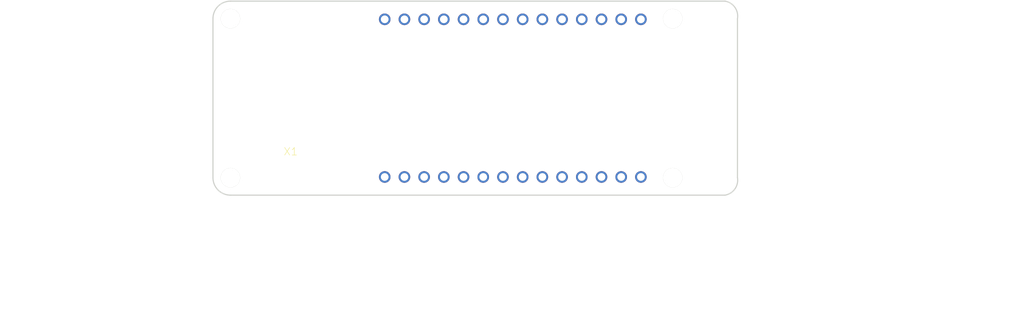
<source format=kicad_pcb>
(kicad_pcb (version 20171130) (host pcbnew "(5.0.0-3-g5ebb6b6)")

  (general
    (thickness 1.6)
    (drawings 44)
    (tracks 0)
    (zones 0)
    (modules 11)
    (nets 29)
  )

  (page A4)
  (title_block
    (title "MKR Shield")
    (date 2018-07-31)
    (rev 0.1)
    (company "Electronic Cats")
  )

  (layers
    (0 Top signal)
    (1 LFSignals signal)
    (2 POWER signal)
    (31 Bottom signal)
    (32 B.Adhes user)
    (33 F.Adhes user)
    (34 B.Paste user)
    (35 F.Paste user)
    (36 B.SilkS user)
    (37 F.SilkS user)
    (38 B.Mask user)
    (39 F.Mask user)
    (40 Dwgs.User user)
    (41 Cmts.User user)
    (42 Eco1.User user)
    (43 Eco2.User user)
    (44 Edge.Cuts user)
    (45 Margin user)
    (46 B.CrtYd user)
    (47 F.CrtYd user)
    (48 B.Fab user)
    (49 F.Fab user)
  )

  (setup
    (last_trace_width 0.25)
    (trace_clearance 0.127)
    (zone_clearance 0.508)
    (zone_45_only no)
    (trace_min 0.2)
    (segment_width 0.2)
    (edge_width 0.15)
    (via_size 0.8)
    (via_drill 0.4)
    (via_min_size 0.4)
    (via_min_drill 0.3)
    (uvia_size 0.3)
    (uvia_drill 0.1)
    (uvias_allowed no)
    (uvia_min_size 0.2)
    (uvia_min_drill 0.1)
    (pcb_text_width 0.3)
    (pcb_text_size 1.5 1.5)
    (mod_edge_width 0.15)
    (mod_text_size 1 1)
    (mod_text_width 0.15)
    (pad_size 1.524 1.524)
    (pad_drill 0.762)
    (pad_to_mask_clearance 0.2)
    (aux_axis_origin 0 0)
    (visible_elements FFFFFF7F)
    (pcbplotparams
      (layerselection 0x010fc_ffffffff)
      (usegerberextensions false)
      (usegerberattributes false)
      (usegerberadvancedattributes false)
      (creategerberjobfile false)
      (excludeedgelayer true)
      (linewidth 0.100000)
      (plotframeref false)
      (viasonmask false)
      (mode 1)
      (useauxorigin false)
      (hpglpennumber 1)
      (hpglpenspeed 20)
      (hpglpendiameter 15.000000)
      (psnegative false)
      (psa4output false)
      (plotreference true)
      (plotvalue true)
      (plotinvisibletext false)
      (padsonsilk false)
      (subtractmaskfromsilk false)
      (outputformat 1)
      (mirror false)
      (drillshape 1)
      (scaleselection 1)
      (outputdirectory ""))
  )

  (net 0 "")
  (net 1 "Net-(J5-Pad14)")
  (net 2 "Net-(J5-Pad13)")
  (net 3 "Net-(J5-Pad12)")
  (net 4 "Net-(J5-Pad11)")
  (net 5 "Net-(J5-Pad10)")
  (net 6 "Net-(J5-Pad9)")
  (net 7 "Net-(J5-Pad8)")
  (net 8 "Net-(J5-Pad7)")
  (net 9 "Net-(J5-Pad6)")
  (net 10 "Net-(J5-Pad5)")
  (net 11 "Net-(J5-Pad4)")
  (net 12 "Net-(J5-Pad3)")
  (net 13 "Net-(J5-Pad2)")
  (net 14 "Net-(J5-Pad1)")
  (net 15 "Net-(J3-Pad14)")
  (net 16 "Net-(J3-Pad13)")
  (net 17 "Net-(J3-Pad12)")
  (net 18 "Net-(J3-Pad11)")
  (net 19 "Net-(J3-Pad10)")
  (net 20 "Net-(J3-Pad9)")
  (net 21 "Net-(J3-Pad8)")
  (net 22 "Net-(J3-Pad7)")
  (net 23 "Net-(J3-Pad6)")
  (net 24 "Net-(J3-Pad5)")
  (net 25 "Net-(J3-Pad4)")
  (net 26 "Net-(J3-Pad3)")
  (net 27 "Net-(J3-Pad2)")
  (net 28 "Net-(J3-Pad1)")

  (net_class Default "This is the default net class."
    (clearance 0.127)
    (trace_width 0.25)
    (via_dia 0.8)
    (via_drill 0.4)
    (uvia_dia 0.3)
    (uvia_drill 0.1)
    (add_net "Net-(J3-Pad1)")
    (add_net "Net-(J3-Pad10)")
    (add_net "Net-(J3-Pad11)")
    (add_net "Net-(J3-Pad12)")
    (add_net "Net-(J3-Pad13)")
    (add_net "Net-(J3-Pad14)")
    (add_net "Net-(J3-Pad2)")
    (add_net "Net-(J3-Pad3)")
    (add_net "Net-(J3-Pad4)")
    (add_net "Net-(J3-Pad5)")
    (add_net "Net-(J3-Pad6)")
    (add_net "Net-(J3-Pad7)")
    (add_net "Net-(J3-Pad8)")
    (add_net "Net-(J3-Pad9)")
    (add_net "Net-(J5-Pad1)")
    (add_net "Net-(J5-Pad10)")
    (add_net "Net-(J5-Pad11)")
    (add_net "Net-(J5-Pad12)")
    (add_net "Net-(J5-Pad13)")
    (add_net "Net-(J5-Pad14)")
    (add_net "Net-(J5-Pad2)")
    (add_net "Net-(J5-Pad3)")
    (add_net "Net-(J5-Pad4)")
    (add_net "Net-(J5-Pad5)")
    (add_net "Net-(J5-Pad6)")
    (add_net "Net-(J5-Pad7)")
    (add_net "Net-(J5-Pad8)")
    (add_net "Net-(J5-Pad9)")
  )

  (module "" (layer Top) (tedit 0) (tstamp 0)
    (at 116.937479 115.2536)
    (fp_text reference @HOLE0 (at 0 0) (layer F.SilkS) hide
      (effects (font (size 1.27 1.27) (thickness 0.15)))
    )
    (fp_text value "" (at 0 0) (layer F.SilkS)
      (effects (font (size 1.27 1.27) (thickness 0.15)))
    )
    (pad "" np_thru_hole circle (at 0 0) (size 2.5 2.5) (drill 2.5) (layers *.Cu))
  )

  (module "" (layer Top) (tedit 0) (tstamp 0)
    (at 116.937479 94.7536)
    (fp_text reference @HOLE1 (at 0 0) (layer F.SilkS) hide
      (effects (font (size 1.27 1.27) (thickness 0.15)))
    )
    (fp_text value "" (at 0 0) (layer F.SilkS)
      (effects (font (size 1.27 1.27) (thickness 0.15)))
    )
    (pad "" np_thru_hole circle (at 0 0) (size 2.5 2.5) (drill 2.5) (layers *.Cu))
  )

  (module "" (layer Top) (tedit 0) (tstamp 0)
    (at 173.937479 94.7536)
    (fp_text reference @HOLE2 (at 0 0) (layer F.SilkS) hide
      (effects (font (size 1.27 1.27) (thickness 0.15)))
    )
    (fp_text value "" (at 0 0) (layer F.SilkS)
      (effects (font (size 1.27 1.27) (thickness 0.15)))
    )
    (pad "" np_thru_hole circle (at 0 0) (size 2.5 2.5) (drill 2.5) (layers *.Cu))
  )

  (module "" (layer Top) (tedit 0) (tstamp 0)
    (at 173.937479 115.2536)
    (fp_text reference @HOLE3 (at 0 0) (layer F.SilkS) hide
      (effects (font (size 1.27 1.27) (thickness 0.15)))
    )
    (fp_text value "" (at 0 0) (layer F.SilkS)
      (effects (font (size 1.27 1.27) (thickness 0.15)))
    )
    (pad "" np_thru_hole circle (at 0 0) (size 2.5 2.5) (drill 2.5) (layers *.Cu))
  )

  (module MKRFoxShield_v2:1X14_SMD_TH (layer Top) (tedit 0) (tstamp 5B60DDEE)
    (at 169.842279 94.8436 180)
    (path /5B60DF55/91F01FDB)
    (fp_text reference J5 (at 0 0) (layer F.Fab)
      (effects (font (size 0.874 0.874) (thickness 0.0874)) (justify right top))
    )
    (fp_text value DNP (at 0 0) (layer F.Fab)
      (effects (font (size 1.14 1.14) (thickness 0.114)) (justify right top))
    )
    (fp_poly (pts (xy 33.02 -0.889) (xy 33.020001 -0.889) (xy 32.826068 -0.863468) (xy 32.64535 -0.788613)
      (xy 32.490165 -0.669536) (xy 32.371087 -0.51435) (xy 32.2707 -0.1397) (xy 32.2707 0)
      (xy 32.2707 0.2032) (xy 32.2707 0.203199) (xy 32.296232 0.397132) (xy 32.371087 0.577849)
      (xy 32.490165 0.733034) (xy 32.64535 0.852112) (xy 33.02 0.9525) (xy 33.019999 0.9525)
      (xy 33.213932 0.926968) (xy 33.39465 0.852113) (xy 33.549835 0.733036) (xy 33.668913 0.57785)
      (xy 33.743769 0.397133) (xy 33.7693 0.2032) (xy 33.7693 0) (xy 33.7693 -0.1397)
      (xy 33.7693 -0.139699) (xy 33.743768 -0.333632) (xy 33.668913 -0.514349) (xy 33.549835 -0.669534)
      (xy 33.39465 -0.788612) (xy 33.213933 -0.863467)) (layer Dwgs.User) (width 0))
    (fp_poly (pts (xy 30.48 -0.889) (xy 30.480001 -0.889) (xy 30.286068 -0.863468) (xy 30.10535 -0.788613)
      (xy 29.950165 -0.669536) (xy 29.831087 -0.51435) (xy 29.7307 -0.1397) (xy 29.7307 0)
      (xy 29.7307 0.2032) (xy 29.7307 0.203199) (xy 29.756232 0.397132) (xy 29.831087 0.577849)
      (xy 29.950165 0.733034) (xy 30.10535 0.852112) (xy 30.48 0.9525) (xy 30.479999 0.9525)
      (xy 30.673932 0.926968) (xy 30.85465 0.852113) (xy 31.009835 0.733036) (xy 31.128913 0.57785)
      (xy 31.203769 0.397133) (xy 31.2293 0.2032) (xy 31.2293 0) (xy 31.2293 -0.1397)
      (xy 31.2293 -0.139699) (xy 31.203768 -0.333632) (xy 31.128913 -0.514349) (xy 31.009835 -0.669534)
      (xy 30.85465 -0.788612) (xy 30.673933 -0.863467)) (layer Dwgs.User) (width 0))
    (fp_poly (pts (xy 27.94 -0.889) (xy 27.940001 -0.889) (xy 27.746068 -0.863468) (xy 27.56535 -0.788613)
      (xy 27.410165 -0.669536) (xy 27.291087 -0.51435) (xy 27.1907 -0.1397) (xy 27.1907 0)
      (xy 27.1907 0.2032) (xy 27.1907 0.203199) (xy 27.216232 0.397132) (xy 27.291087 0.577849)
      (xy 27.410165 0.733034) (xy 27.56535 0.852112) (xy 27.94 0.9525) (xy 27.939999 0.9525)
      (xy 28.133932 0.926968) (xy 28.31465 0.852113) (xy 28.469835 0.733036) (xy 28.588913 0.57785)
      (xy 28.663769 0.397133) (xy 28.6893 0.2032) (xy 28.6893 0) (xy 28.6893 -0.1397)
      (xy 28.6893 -0.139699) (xy 28.663768 -0.333632) (xy 28.588913 -0.514349) (xy 28.469835 -0.669534)
      (xy 28.31465 -0.788612) (xy 28.133933 -0.863467)) (layer Dwgs.User) (width 0))
    (fp_poly (pts (xy 25.4 -0.889) (xy 25.400001 -0.889) (xy 25.206068 -0.863468) (xy 25.02535 -0.788613)
      (xy 24.870165 -0.669536) (xy 24.751087 -0.51435) (xy 24.6507 -0.1397) (xy 24.6507 0)
      (xy 24.6507 0.2032) (xy 24.6507 0.203199) (xy 24.676232 0.397132) (xy 24.751087 0.577849)
      (xy 24.870165 0.733034) (xy 25.02535 0.852112) (xy 25.4 0.9525) (xy 25.399999 0.9525)
      (xy 25.593932 0.926968) (xy 25.77465 0.852113) (xy 25.929835 0.733036) (xy 26.048913 0.57785)
      (xy 26.123769 0.397133) (xy 26.1493 0.2032) (xy 26.1493 0) (xy 26.1493 -0.1397)
      (xy 26.1493 -0.139699) (xy 26.123768 -0.333632) (xy 26.048913 -0.514349) (xy 25.929835 -0.669534)
      (xy 25.77465 -0.788612) (xy 25.593933 -0.863467)) (layer Dwgs.User) (width 0))
    (fp_poly (pts (xy 22.86 -0.889) (xy 22.860001 -0.889) (xy 22.666068 -0.863468) (xy 22.48535 -0.788613)
      (xy 22.330165 -0.669536) (xy 22.211087 -0.51435) (xy 22.1107 -0.1397) (xy 22.1107 0)
      (xy 22.1107 0.2032) (xy 22.1107 0.203199) (xy 22.136232 0.397132) (xy 22.211087 0.577849)
      (xy 22.330165 0.733034) (xy 22.48535 0.852112) (xy 22.86 0.9525) (xy 22.859999 0.9525)
      (xy 23.053932 0.926968) (xy 23.23465 0.852113) (xy 23.389835 0.733036) (xy 23.508913 0.57785)
      (xy 23.583769 0.397133) (xy 23.6093 0.2032) (xy 23.6093 0) (xy 23.6093 -0.1397)
      (xy 23.6093 -0.139699) (xy 23.583768 -0.333632) (xy 23.508913 -0.514349) (xy 23.389835 -0.669534)
      (xy 23.23465 -0.788612) (xy 23.053933 -0.863467)) (layer Dwgs.User) (width 0))
    (fp_poly (pts (xy 20.32 -0.889) (xy 20.320001 -0.889) (xy 20.126068 -0.863468) (xy 19.94535 -0.788613)
      (xy 19.790165 -0.669536) (xy 19.671087 -0.51435) (xy 19.5707 -0.1397) (xy 19.5707 0)
      (xy 19.5707 0.2032) (xy 19.5707 0.203199) (xy 19.596232 0.397132) (xy 19.671087 0.577849)
      (xy 19.790165 0.733034) (xy 19.94535 0.852112) (xy 20.32 0.9525) (xy 20.319999 0.9525)
      (xy 20.513932 0.926968) (xy 20.69465 0.852113) (xy 20.849835 0.733036) (xy 20.968913 0.57785)
      (xy 21.043769 0.397133) (xy 21.0693 0.2032) (xy 21.0693 0) (xy 21.0693 -0.1397)
      (xy 21.0693 -0.139699) (xy 21.043768 -0.333632) (xy 20.968913 -0.514349) (xy 20.849835 -0.669534)
      (xy 20.69465 -0.788612) (xy 20.513933 -0.863467)) (layer Dwgs.User) (width 0))
    (fp_poly (pts (xy 17.78 -0.889) (xy 17.780001 -0.889) (xy 17.586068 -0.863468) (xy 17.40535 -0.788613)
      (xy 17.250165 -0.669536) (xy 17.131087 -0.51435) (xy 17.0307 -0.1397) (xy 17.0307 0)
      (xy 17.0307 0.2032) (xy 17.0307 0.203199) (xy 17.056232 0.397132) (xy 17.131087 0.577849)
      (xy 17.250165 0.733034) (xy 17.40535 0.852112) (xy 17.78 0.9525) (xy 17.779999 0.9525)
      (xy 17.973932 0.926968) (xy 18.15465 0.852113) (xy 18.309835 0.733036) (xy 18.428913 0.57785)
      (xy 18.503769 0.397133) (xy 18.5293 0.2032) (xy 18.5293 0) (xy 18.5293 -0.1397)
      (xy 18.5293 -0.139699) (xy 18.503768 -0.333632) (xy 18.428913 -0.514349) (xy 18.309835 -0.669534)
      (xy 18.15465 -0.788612) (xy 17.973933 -0.863467)) (layer Dwgs.User) (width 0))
    (fp_poly (pts (xy 15.24 -0.889) (xy 15.240001 -0.889) (xy 15.046068 -0.863468) (xy 14.86535 -0.788613)
      (xy 14.710165 -0.669536) (xy 14.591087 -0.51435) (xy 14.4907 -0.1397) (xy 14.4907 0)
      (xy 14.4907 0.2032) (xy 14.4907 0.203199) (xy 14.516232 0.397132) (xy 14.591087 0.577849)
      (xy 14.710165 0.733034) (xy 14.86535 0.852112) (xy 15.24 0.9525) (xy 15.239999 0.9525)
      (xy 15.433932 0.926968) (xy 15.61465 0.852113) (xy 15.769835 0.733036) (xy 15.888913 0.57785)
      (xy 15.963769 0.397133) (xy 15.9893 0.2032) (xy 15.9893 0) (xy 15.9893 -0.1397)
      (xy 15.9893 -0.139699) (xy 15.963768 -0.333632) (xy 15.888913 -0.514349) (xy 15.769835 -0.669534)
      (xy 15.61465 -0.788612) (xy 15.433933 -0.863467)) (layer Dwgs.User) (width 0))
    (fp_poly (pts (xy 12.7 -0.889) (xy 12.700001 -0.889) (xy 12.506068 -0.863468) (xy 12.32535 -0.788613)
      (xy 12.170165 -0.669536) (xy 12.051087 -0.51435) (xy 11.9507 -0.1397) (xy 11.9507 0)
      (xy 11.9507 0.2032) (xy 11.9507 0.203199) (xy 11.976232 0.397132) (xy 12.051087 0.577849)
      (xy 12.170165 0.733034) (xy 12.32535 0.852112) (xy 12.7 0.9525) (xy 12.699999 0.9525)
      (xy 12.893932 0.926968) (xy 13.07465 0.852113) (xy 13.229835 0.733036) (xy 13.348913 0.57785)
      (xy 13.423769 0.397133) (xy 13.4493 0.2032) (xy 13.4493 0) (xy 13.4493 -0.1397)
      (xy 13.4493 -0.139699) (xy 13.423768 -0.333632) (xy 13.348913 -0.514349) (xy 13.229835 -0.669534)
      (xy 13.07465 -0.788612) (xy 12.893933 -0.863467)) (layer Dwgs.User) (width 0))
    (fp_poly (pts (xy 10.16 -0.889) (xy 10.160001 -0.889) (xy 9.966068 -0.863468) (xy 9.78535 -0.788613)
      (xy 9.630165 -0.669536) (xy 9.511087 -0.51435) (xy 9.4107 -0.1397) (xy 9.4107 0)
      (xy 9.4107 0.2032) (xy 9.4107 0.203199) (xy 9.436232 0.397132) (xy 9.511087 0.577849)
      (xy 9.630165 0.733034) (xy 9.78535 0.852112) (xy 10.16 0.9525) (xy 10.159999 0.9525)
      (xy 10.353932 0.926968) (xy 10.53465 0.852113) (xy 10.689835 0.733036) (xy 10.808913 0.57785)
      (xy 10.883769 0.397133) (xy 10.9093 0.2032) (xy 10.9093 0) (xy 10.9093 -0.1397)
      (xy 10.9093 -0.139699) (xy 10.883768 -0.333632) (xy 10.808913 -0.514349) (xy 10.689835 -0.669534)
      (xy 10.53465 -0.788612) (xy 10.353933 -0.863467)) (layer Dwgs.User) (width 0))
    (fp_poly (pts (xy 7.62 -0.889) (xy 7.620001 -0.889) (xy 7.426068 -0.863468) (xy 7.24535 -0.788613)
      (xy 7.090165 -0.669536) (xy 6.971087 -0.51435) (xy 6.8707 -0.1397) (xy 6.8707 0)
      (xy 6.8707 0.2032) (xy 6.8707 0.203199) (xy 6.896232 0.397132) (xy 6.971087 0.577849)
      (xy 7.090165 0.733034) (xy 7.24535 0.852112) (xy 7.62 0.9525) (xy 7.619999 0.9525)
      (xy 7.813932 0.926968) (xy 7.99465 0.852113) (xy 8.149835 0.733036) (xy 8.268913 0.57785)
      (xy 8.343769 0.397133) (xy 8.3693 0.2032) (xy 8.3693 0) (xy 8.3693 -0.1397)
      (xy 8.3693 -0.139699) (xy 8.343768 -0.333632) (xy 8.268913 -0.514349) (xy 8.149835 -0.669534)
      (xy 7.99465 -0.788612) (xy 7.813933 -0.863467)) (layer Dwgs.User) (width 0))
    (fp_poly (pts (xy 5.08 -0.889) (xy 5.080001 -0.889) (xy 4.886068 -0.863468) (xy 4.70535 -0.788613)
      (xy 4.550165 -0.669536) (xy 4.431087 -0.51435) (xy 4.3307 -0.1397) (xy 4.3307 0)
      (xy 4.3307 0.2032) (xy 4.3307 0.203199) (xy 4.356232 0.397132) (xy 4.431087 0.577849)
      (xy 4.550165 0.733034) (xy 4.70535 0.852112) (xy 5.08 0.9525) (xy 5.079999 0.9525)
      (xy 5.273932 0.926968) (xy 5.45465 0.852113) (xy 5.609835 0.733036) (xy 5.728913 0.57785)
      (xy 5.803769 0.397133) (xy 5.8293 0.2032) (xy 5.8293 0) (xy 5.8293 -0.1397)
      (xy 5.8293 -0.139699) (xy 5.803768 -0.333632) (xy 5.728913 -0.514349) (xy 5.609835 -0.669534)
      (xy 5.45465 -0.788612) (xy 5.273933 -0.863467)) (layer Dwgs.User) (width 0))
    (fp_poly (pts (xy 0 -0.889) (xy -0.7493 -0.889) (xy -0.7493 0.9017) (xy 0.7493 0.9017)
      (xy 0.7493 -0.889)) (layer Dwgs.User) (width 0))
    (fp_poly (pts (xy 2.54 -0.889) (xy 2.540001 -0.889) (xy 2.346068 -0.863468) (xy 2.16535 -0.788613)
      (xy 2.010165 -0.669536) (xy 1.891087 -0.51435) (xy 1.7907 -0.1397) (xy 1.7907 0)
      (xy 1.7907 0.2032) (xy 1.7907 0.203199) (xy 1.816232 0.397132) (xy 1.891087 0.577849)
      (xy 2.010165 0.733034) (xy 2.16535 0.852112) (xy 2.54 0.9525) (xy 2.539999 0.9525)
      (xy 2.733932 0.926968) (xy 2.91465 0.852113) (xy 3.069835 0.733036) (xy 3.188913 0.57785)
      (xy 3.263769 0.397133) (xy 3.2893 0.2032) (xy 3.2893 0) (xy 3.2893 -0.1397)
      (xy 3.2893 -0.139699) (xy 3.263768 -0.333632) (xy 3.188913 -0.514349) (xy 3.069835 -0.669534)
      (xy 2.91465 -0.788612) (xy 2.733933 -0.863467)) (layer Dwgs.User) (width 0))
    (fp_poly (pts (xy -0.7493 -0.9017) (xy -0.7493 0.6477) (xy -0.3175 0.6477) (xy -0.20955 0.676625)
      (xy -0.130525 0.75565) (xy -0.1016 0.8636) (xy -0.1016 0.9906) (xy -0.1143 1.0033)
      (xy -0.7493 1.0033) (xy -0.7493 1.8542) (xy 0.7493 1.8542) (xy 0.7493 1.0033)
      (xy 0.1016 1.0033) (xy 0.1016 0.8636) (xy 0.130525 0.75565) (xy 0.20955 0.676625)
      (xy 0.3175 0.6477) (xy 0.7493 0.6477) (xy 0.7493 -0.9017)) (layer Dwgs.User) (width 0))
    (fp_poly (pts (xy 22.86 -0.889) (xy 22.860001 -0.889) (xy 22.666068 -0.863468) (xy 22.48535 -0.788613)
      (xy 22.330165 -0.669536) (xy 22.211087 -0.51435) (xy 22.1107 -0.1397) (xy 22.1107 0.1651)
      (xy 22.1361 0.3175) (xy 22.1869 0.4826) (xy 22.3012 0.6477) (xy 22.5425 0.6477)
      (xy 22.65045 0.676625) (xy 22.729475 0.75565) (xy 22.7584 0.8636) (xy 22.7584 0.9906)
      (xy 22.7457 1.0033) (xy 22.1107 1.0033) (xy 22.1107 1.8542) (xy 23.6093 1.8542)
      (xy 23.6093 1.0033) (xy 22.9616 1.0033) (xy 22.9616 0.8636) (xy 22.990525 0.75565)
      (xy 23.06955 0.676625) (xy 23.1775 0.6477) (xy 23.4188 0.6477) (xy 23.5331 0.4826)
      (xy 23.5839 0.3175) (xy 23.6093 0.1651) (xy 23.6093 0) (xy 23.6093 -0.1397)
      (xy 23.6093 -0.139699) (xy 23.583768 -0.333632) (xy 23.508913 -0.514349) (xy 23.389835 -0.669534)
      (xy 23.23465 -0.788612) (xy 23.053933 -0.863467)) (layer Dwgs.User) (width 0))
    (fp_poly (pts (xy 30.48 -0.889) (xy 30.480001 -0.889) (xy 30.286068 -0.863468) (xy 30.10535 -0.788613)
      (xy 29.950165 -0.669536) (xy 29.831087 -0.51435) (xy 29.7307 -0.1397) (xy 29.7307 0.1651)
      (xy 29.7561 0.3175) (xy 29.8069 0.4826) (xy 29.9212 0.6477) (xy 30.1625 0.6477)
      (xy 30.27045 0.676625) (xy 30.349475 0.75565) (xy 30.3784 0.8636) (xy 30.3784 0.9906)
      (xy 30.3657 1.0033) (xy 29.7307 1.0033) (xy 29.7307 1.8542) (xy 31.2293 1.8542)
      (xy 31.2293 1.0033) (xy 30.5816 1.0033) (xy 30.5816 0.8636) (xy 30.610525 0.75565)
      (xy 30.68955 0.676625) (xy 30.7975 0.6477) (xy 31.0388 0.6477) (xy 31.1531 0.4826)
      (xy 31.2039 0.3175) (xy 31.2293 0.1651) (xy 31.2293 0) (xy 31.2293 -0.1397)
      (xy 31.2293 -0.139699) (xy 31.203768 -0.333632) (xy 31.128913 -0.514349) (xy 31.009835 -0.669534)
      (xy 30.85465 -0.788612) (xy 30.673933 -0.863467)) (layer Dwgs.User) (width 0))
    (fp_poly (pts (xy 27.94 -0.889) (xy 27.940001 -0.889) (xy 27.746068 -0.863468) (xy 27.56535 -0.788613)
      (xy 27.410165 -0.669536) (xy 27.291087 -0.51435) (xy 27.1907 -0.1397) (xy 27.1907 0.1651)
      (xy 27.2161 0.3175) (xy 27.2669 0.4826) (xy 27.3812 0.6477) (xy 27.6225 0.6477)
      (xy 27.73045 0.676625) (xy 27.809475 0.75565) (xy 27.8384 0.8636) (xy 27.8384 0.9906)
      (xy 27.8257 1.0033) (xy 27.1907 1.0033) (xy 27.1907 1.8542) (xy 28.6893 1.8542)
      (xy 28.6893 1.0033) (xy 28.0416 1.0033) (xy 28.0416 0.8636) (xy 28.070525 0.75565)
      (xy 28.14955 0.676625) (xy 28.2575 0.6477) (xy 28.4988 0.6477) (xy 28.6131 0.4826)
      (xy 28.6639 0.3175) (xy 28.6893 0.1651) (xy 28.6893 0) (xy 28.6893 -0.1397)
      (xy 28.6893 -0.139699) (xy 28.663768 -0.333632) (xy 28.588913 -0.514349) (xy 28.469835 -0.669534)
      (xy 28.31465 -0.788612) (xy 28.133933 -0.863467)) (layer Dwgs.User) (width 0))
    (fp_poly (pts (xy 25.4 -0.889) (xy 25.400001 -0.889) (xy 25.206068 -0.863468) (xy 25.02535 -0.788613)
      (xy 24.870165 -0.669536) (xy 24.751087 -0.51435) (xy 24.6507 -0.1397) (xy 24.6507 0.1651)
      (xy 24.6761 0.3175) (xy 24.7269 0.4826) (xy 24.8412 0.6477) (xy 25.0825 0.6477)
      (xy 25.19045 0.676625) (xy 25.269475 0.75565) (xy 25.2984 0.8636) (xy 25.2984 0.9906)
      (xy 25.2857 1.0033) (xy 24.6507 1.0033) (xy 24.6507 1.8542) (xy 26.1493 1.8542)
      (xy 26.1493 1.0033) (xy 25.5016 1.0033) (xy 25.5016 0.8636) (xy 25.530525 0.75565)
      (xy 25.60955 0.676625) (xy 25.7175 0.6477) (xy 25.9588 0.6477) (xy 26.0731 0.4826)
      (xy 26.1239 0.3175) (xy 26.1493 0.1651) (xy 26.1493 0) (xy 26.1493 -0.1397)
      (xy 26.1493 -0.139699) (xy 26.123768 -0.333632) (xy 26.048913 -0.514349) (xy 25.929835 -0.669534)
      (xy 25.77465 -0.788612) (xy 25.593933 -0.863467)) (layer Dwgs.User) (width 0))
    (fp_poly (pts (xy 20.32 -0.889) (xy 20.320001 -0.889) (xy 20.126068 -0.863468) (xy 19.94535 -0.788613)
      (xy 19.790165 -0.669536) (xy 19.671087 -0.51435) (xy 19.5707 -0.1397) (xy 19.5707 0.1651)
      (xy 19.5961 0.3175) (xy 19.6469 0.4826) (xy 19.7612 0.6477) (xy 20.0025 0.6477)
      (xy 20.11045 0.676625) (xy 20.189475 0.75565) (xy 20.2184 0.8636) (xy 20.2184 0.9906)
      (xy 20.2057 1.0033) (xy 19.5707 1.0033) (xy 19.5707 1.8542) (xy 21.0693 1.8542)
      (xy 21.0693 1.0033) (xy 20.4216 1.0033) (xy 20.4216 0.8636) (xy 20.450525 0.75565)
      (xy 20.52955 0.676625) (xy 20.6375 0.6477) (xy 20.8788 0.6477) (xy 20.9931 0.4826)
      (xy 21.0439 0.3175) (xy 21.0693 0.1651) (xy 21.0693 0) (xy 21.0693 -0.1397)
      (xy 21.0693 -0.139699) (xy 21.043768 -0.333632) (xy 20.968913 -0.514349) (xy 20.849835 -0.669534)
      (xy 20.69465 -0.788612) (xy 20.513933 -0.863467)) (layer Dwgs.User) (width 0))
    (fp_poly (pts (xy 17.78 -0.889) (xy 17.780001 -0.889) (xy 17.586068 -0.863468) (xy 17.40535 -0.788613)
      (xy 17.250165 -0.669536) (xy 17.131087 -0.51435) (xy 17.0307 -0.1397) (xy 17.0307 0.1651)
      (xy 17.0561 0.3175) (xy 17.1069 0.4826) (xy 17.2212 0.6477) (xy 17.4625 0.6477)
      (xy 17.57045 0.676625) (xy 17.649475 0.75565) (xy 17.6784 0.8636) (xy 17.6784 0.9906)
      (xy 17.6657 1.0033) (xy 17.0307 1.0033) (xy 17.0307 1.8542) (xy 18.5293 1.8542)
      (xy 18.5293 1.0033) (xy 17.8816 1.0033) (xy 17.8816 0.8636) (xy 17.910525 0.75565)
      (xy 17.98955 0.676625) (xy 18.0975 0.6477) (xy 18.3388 0.6477) (xy 18.4531 0.4826)
      (xy 18.5039 0.3175) (xy 18.5293 0.1651) (xy 18.5293 0) (xy 18.5293 -0.1397)
      (xy 18.5293 -0.139699) (xy 18.503768 -0.333632) (xy 18.428913 -0.514349) (xy 18.309835 -0.669534)
      (xy 18.15465 -0.788612) (xy 17.973933 -0.863467)) (layer Dwgs.User) (width 0))
    (fp_poly (pts (xy 15.24 -0.889) (xy 15.240001 -0.889) (xy 15.046068 -0.863468) (xy 14.86535 -0.788613)
      (xy 14.710165 -0.669536) (xy 14.591087 -0.51435) (xy 14.4907 -0.1397) (xy 14.4907 0.1651)
      (xy 14.5161 0.3175) (xy 14.5669 0.4826) (xy 14.6812 0.6477) (xy 14.9225 0.6477)
      (xy 15.03045 0.676625) (xy 15.109475 0.75565) (xy 15.1384 0.8636) (xy 15.1384 0.9906)
      (xy 15.1257 1.0033) (xy 14.4907 1.0033) (xy 14.4907 1.8542) (xy 15.9893 1.8542)
      (xy 15.9893 1.0033) (xy 15.3416 1.0033) (xy 15.3416 0.8636) (xy 15.370525 0.75565)
      (xy 15.44955 0.676625) (xy 15.5575 0.6477) (xy 15.7988 0.6477) (xy 15.9131 0.4826)
      (xy 15.9639 0.3175) (xy 15.9893 0.1651) (xy 15.9893 0) (xy 15.9893 -0.1397)
      (xy 15.9893 -0.139699) (xy 15.963768 -0.333632) (xy 15.888913 -0.514349) (xy 15.769835 -0.669534)
      (xy 15.61465 -0.788612) (xy 15.433933 -0.863467)) (layer Dwgs.User) (width 0))
    (fp_poly (pts (xy 12.7 -0.889) (xy 12.700001 -0.889) (xy 12.506068 -0.863468) (xy 12.32535 -0.788613)
      (xy 12.170165 -0.669536) (xy 12.051087 -0.51435) (xy 11.9507 -0.1397) (xy 11.9507 0.1651)
      (xy 11.9761 0.3175) (xy 12.0269 0.4826) (xy 12.1412 0.6477) (xy 12.3825 0.6477)
      (xy 12.49045 0.676625) (xy 12.569475 0.75565) (xy 12.5984 0.8636) (xy 12.5984 0.9906)
      (xy 12.5857 1.0033) (xy 11.9507 1.0033) (xy 11.9507 1.8542) (xy 13.4493 1.8542)
      (xy 13.4493 1.0033) (xy 12.8016 1.0033) (xy 12.8016 0.8636) (xy 12.830525 0.75565)
      (xy 12.90955 0.676625) (xy 13.0175 0.6477) (xy 13.2588 0.6477) (xy 13.3731 0.4826)
      (xy 13.4239 0.3175) (xy 13.4493 0.1651) (xy 13.4493 0) (xy 13.4493 -0.1397)
      (xy 13.4493 -0.139699) (xy 13.423768 -0.333632) (xy 13.348913 -0.514349) (xy 13.229835 -0.669534)
      (xy 13.07465 -0.788612) (xy 12.893933 -0.863467)) (layer Dwgs.User) (width 0))
    (fp_poly (pts (xy 10.16 -0.889) (xy 10.160001 -0.889) (xy 9.966068 -0.863468) (xy 9.78535 -0.788613)
      (xy 9.630165 -0.669536) (xy 9.511087 -0.51435) (xy 9.4107 -0.1397) (xy 9.4107 0.1651)
      (xy 9.4361 0.3175) (xy 9.4869 0.4826) (xy 9.6012 0.6477) (xy 9.8425 0.6477)
      (xy 9.95045 0.676625) (xy 10.029475 0.75565) (xy 10.0584 0.8636) (xy 10.0584 0.9906)
      (xy 10.0457 1.0033) (xy 9.4107 1.0033) (xy 9.4107 1.8542) (xy 10.9093 1.8542)
      (xy 10.9093 1.0033) (xy 10.2616 1.0033) (xy 10.2616 0.8636) (xy 10.290525 0.75565)
      (xy 10.36955 0.676625) (xy 10.4775 0.6477) (xy 10.7188 0.6477) (xy 10.8331 0.4826)
      (xy 10.8839 0.3175) (xy 10.9093 0.1651) (xy 10.9093 0) (xy 10.9093 -0.1397)
      (xy 10.9093 -0.139699) (xy 10.883768 -0.333632) (xy 10.808913 -0.514349) (xy 10.689835 -0.669534)
      (xy 10.53465 -0.788612) (xy 10.353933 -0.863467)) (layer Dwgs.User) (width 0))
    (fp_poly (pts (xy 7.62 -0.889) (xy 7.620001 -0.889) (xy 7.426068 -0.863468) (xy 7.24535 -0.788613)
      (xy 7.090165 -0.669536) (xy 6.971087 -0.51435) (xy 6.8707 -0.1397) (xy 6.8707 0.1651)
      (xy 6.8961 0.3175) (xy 6.9469 0.4826) (xy 7.0612 0.6477) (xy 7.3025 0.6477)
      (xy 7.41045 0.676625) (xy 7.489475 0.75565) (xy 7.5184 0.8636) (xy 7.5184 0.9906)
      (xy 7.5057 1.0033) (xy 6.8707 1.0033) (xy 6.8707 1.8542) (xy 8.3693 1.8542)
      (xy 8.3693 1.0033) (xy 7.7216 1.0033) (xy 7.7216 0.8636) (xy 7.750525 0.75565)
      (xy 7.82955 0.676625) (xy 7.9375 0.6477) (xy 8.1788 0.6477) (xy 8.2931 0.4826)
      (xy 8.3439 0.3175) (xy 8.3693 0.1651) (xy 8.3693 0) (xy 8.3693 -0.1397)
      (xy 8.3693 -0.139699) (xy 8.343768 -0.333632) (xy 8.268913 -0.514349) (xy 8.149835 -0.669534)
      (xy 7.99465 -0.788612) (xy 7.813933 -0.863467)) (layer Dwgs.User) (width 0))
    (fp_poly (pts (xy 5.08 -0.889) (xy 5.080001 -0.889) (xy 4.886068 -0.863468) (xy 4.70535 -0.788613)
      (xy 4.550165 -0.669536) (xy 4.431087 -0.51435) (xy 4.3307 -0.1397) (xy 4.3307 0.1651)
      (xy 4.3561 0.3175) (xy 4.4069 0.4826) (xy 4.5212 0.6477) (xy 4.7625 0.6477)
      (xy 4.87045 0.676625) (xy 4.949475 0.75565) (xy 4.9784 0.8636) (xy 4.9784 0.9906)
      (xy 4.9657 1.0033) (xy 4.3307 1.0033) (xy 4.3307 1.8542) (xy 5.8293 1.8542)
      (xy 5.8293 1.0033) (xy 5.1816 1.0033) (xy 5.1816 0.8636) (xy 5.210525 0.75565)
      (xy 5.28955 0.676625) (xy 5.3975 0.6477) (xy 5.6388 0.6477) (xy 5.7531 0.4826)
      (xy 5.8039 0.3175) (xy 5.8293 0.1651) (xy 5.8293 0) (xy 5.8293 -0.1397)
      (xy 5.8293 -0.139699) (xy 5.803768 -0.333632) (xy 5.728913 -0.514349) (xy 5.609835 -0.669534)
      (xy 5.45465 -0.788612) (xy 5.273933 -0.863467)) (layer Dwgs.User) (width 0))
    (fp_poly (pts (xy 33.02 -0.889) (xy 33.020001 -0.889) (xy 32.826068 -0.863468) (xy 32.64535 -0.788613)
      (xy 32.490165 -0.669536) (xy 32.371087 -0.51435) (xy 32.2707 -0.1397) (xy 32.2707 0.1651)
      (xy 32.2961 0.3175) (xy 32.3469 0.4826) (xy 32.4612 0.6477) (xy 32.7025 0.6477)
      (xy 32.81045 0.676625) (xy 32.889475 0.75565) (xy 32.9184 0.8636) (xy 32.9184 0.9906)
      (xy 32.9057 1.0033) (xy 32.2707 1.0033) (xy 32.2707 1.8542) (xy 33.7693 1.8542)
      (xy 33.7693 1.0033) (xy 33.1216 1.0033) (xy 33.1216 0.8636) (xy 33.150525 0.75565)
      (xy 33.22955 0.676625) (xy 33.3375 0.6477) (xy 33.5788 0.6477) (xy 33.6931 0.4826)
      (xy 33.7439 0.3175) (xy 33.7693 0.1651) (xy 33.7693 0) (xy 33.7693 -0.1397)
      (xy 33.7693 -0.139699) (xy 33.743768 -0.333632) (xy 33.668913 -0.514349) (xy 33.549835 -0.669534)
      (xy 33.39465 -0.788612) (xy 33.213933 -0.863467)) (layer Dwgs.User) (width 0))
    (fp_poly (pts (xy 2.54 -0.889) (xy 2.540001 -0.889) (xy 2.346068 -0.863468) (xy 2.16535 -0.788613)
      (xy 2.010165 -0.669536) (xy 1.891087 -0.51435) (xy 1.7907 -0.1397) (xy 1.7907 0.1651)
      (xy 1.8161 0.3175) (xy 1.8669 0.4826) (xy 1.9812 0.6477) (xy 2.2225 0.6477)
      (xy 2.33045 0.676625) (xy 2.409475 0.75565) (xy 2.4384 0.8636) (xy 2.4384 0.9906)
      (xy 2.4257 1.0033) (xy 1.7907 1.0033) (xy 1.7907 1.8542) (xy 3.2893 1.8542)
      (xy 3.2893 1.0033) (xy 2.6416 1.0033) (xy 2.6416 0.8636) (xy 2.670525 0.75565)
      (xy 2.74955 0.676625) (xy 2.8575 0.6477) (xy 3.0988 0.6477) (xy 3.2131 0.4826)
      (xy 3.2639 0.3175) (xy 3.2893 0.1651) (xy 3.2893 0) (xy 3.2893 -0.1397)
      (xy 3.2893 -0.139699) (xy 3.263768 -0.333632) (xy 3.188913 -0.514349) (xy 3.069835 -0.669534)
      (xy 2.91465 -0.788612) (xy 2.733933 -0.863467)) (layer Dwgs.User) (width 0))
    (fp_poly (pts (xy 32.1437 0.1397) (xy 32.1437 -0.127) (xy 32.1437 -0.126999) (xy 32.172132 -0.355662)
      (xy 32.258778 -0.569175) (xy 32.397732 -0.752987) (xy 32.579526 -0.894571) (xy 33.02 -1.016)
      (xy 33.019999 -1.016) (xy 33.24823 -0.984281) (xy 33.460474 -0.894573) (xy 33.642268 -0.752988)
      (xy 33.781223 -0.569176) (xy 33.867869 -0.355663) (xy 33.8963 -0.127) (xy 33.8963 0.1397)
      (xy 33.8963 0.139699) (xy 33.866441 0.366502) (xy 33.778898 0.577849) (xy 33.639638 0.759337)
      (xy 33.45815 0.898597) (xy 33.246803 0.98614) (xy 33.02 1.016) (xy 33.020001 1.016)
      (xy 32.793198 0.986141) (xy 32.58185 0.898598) (xy 32.400362 0.759338) (xy 32.261102 0.57785)) (layer F.Mask) (width 0))
    (fp_poly (pts (xy 29.6037 0.1397) (xy 29.6037 -0.127) (xy 29.6037 -0.126999) (xy 29.632132 -0.355662)
      (xy 29.718778 -0.569175) (xy 29.857732 -0.752987) (xy 30.039526 -0.894571) (xy 30.48 -1.016)
      (xy 30.479999 -1.016) (xy 30.70823 -0.984281) (xy 30.920474 -0.894573) (xy 31.102268 -0.752988)
      (xy 31.241223 -0.569176) (xy 31.327869 -0.355663) (xy 31.3563 -0.127) (xy 31.3563 0.1397)
      (xy 31.3563 0.139699) (xy 31.326441 0.366502) (xy 31.238898 0.577849) (xy 31.099638 0.759337)
      (xy 30.91815 0.898597) (xy 30.706803 0.98614) (xy 30.48 1.016) (xy 30.480001 1.016)
      (xy 30.253198 0.986141) (xy 30.04185 0.898598) (xy 29.860362 0.759338) (xy 29.721102 0.57785)) (layer F.Mask) (width 0))
    (fp_poly (pts (xy 27.0637 0.1397) (xy 27.0637 -0.127) (xy 27.0637 -0.126999) (xy 27.092132 -0.355662)
      (xy 27.178778 -0.569175) (xy 27.317732 -0.752987) (xy 27.499526 -0.894571) (xy 27.94 -1.016)
      (xy 27.939999 -1.016) (xy 28.16823 -0.984281) (xy 28.380474 -0.894573) (xy 28.562268 -0.752988)
      (xy 28.701223 -0.569176) (xy 28.787869 -0.355663) (xy 28.8163 -0.127) (xy 28.8163 0.1397)
      (xy 28.8163 0.139699) (xy 28.786441 0.366502) (xy 28.698898 0.577849) (xy 28.559638 0.759337)
      (xy 28.37815 0.898597) (xy 28.166803 0.98614) (xy 27.94 1.016) (xy 27.940001 1.016)
      (xy 27.713198 0.986141) (xy 27.50185 0.898598) (xy 27.320362 0.759338) (xy 27.181102 0.57785)) (layer F.Mask) (width 0))
    (fp_poly (pts (xy 24.5237 0.1397) (xy 24.5237 -0.127) (xy 24.5237 -0.126999) (xy 24.552132 -0.355662)
      (xy 24.638778 -0.569175) (xy 24.777732 -0.752987) (xy 24.959526 -0.894571) (xy 25.4 -1.016)
      (xy 25.399999 -1.016) (xy 25.62823 -0.984281) (xy 25.840474 -0.894573) (xy 26.022268 -0.752988)
      (xy 26.161223 -0.569176) (xy 26.247869 -0.355663) (xy 26.2763 -0.127) (xy 26.2763 0.1397)
      (xy 26.2763 0.139699) (xy 26.246441 0.366502) (xy 26.158898 0.577849) (xy 26.019638 0.759337)
      (xy 25.83815 0.898597) (xy 25.626803 0.98614) (xy 25.4 1.016) (xy 25.400001 1.016)
      (xy 25.173198 0.986141) (xy 24.96185 0.898598) (xy 24.780362 0.759338) (xy 24.641102 0.57785)) (layer F.Mask) (width 0))
    (fp_poly (pts (xy 21.9837 0.1397) (xy 21.9837 -0.127) (xy 21.9837 -0.126999) (xy 22.012132 -0.355662)
      (xy 22.098778 -0.569175) (xy 22.237732 -0.752987) (xy 22.419526 -0.894571) (xy 22.86 -1.016)
      (xy 22.859999 -1.016) (xy 23.08823 -0.984281) (xy 23.300474 -0.894573) (xy 23.482268 -0.752988)
      (xy 23.621223 -0.569176) (xy 23.707869 -0.355663) (xy 23.7363 -0.127) (xy 23.7363 0.1397)
      (xy 23.7363 0.139699) (xy 23.706441 0.366502) (xy 23.618898 0.577849) (xy 23.479638 0.759337)
      (xy 23.29815 0.898597) (xy 23.086803 0.98614) (xy 22.86 1.016) (xy 22.860001 1.016)
      (xy 22.633198 0.986141) (xy 22.42185 0.898598) (xy 22.240362 0.759338) (xy 22.101102 0.57785)) (layer F.Mask) (width 0))
    (fp_poly (pts (xy 19.4437 0.1397) (xy 19.4437 -0.127) (xy 19.4437 -0.126999) (xy 19.472132 -0.355662)
      (xy 19.558778 -0.569175) (xy 19.697732 -0.752987) (xy 19.879526 -0.894571) (xy 20.32 -1.016)
      (xy 20.319999 -1.016) (xy 20.54823 -0.984281) (xy 20.760474 -0.894573) (xy 20.942268 -0.752988)
      (xy 21.081223 -0.569176) (xy 21.167869 -0.355663) (xy 21.1963 -0.127) (xy 21.1963 0.1397)
      (xy 21.1963 0.139699) (xy 21.166441 0.366502) (xy 21.078898 0.577849) (xy 20.939638 0.759337)
      (xy 20.75815 0.898597) (xy 20.546803 0.98614) (xy 20.32 1.016) (xy 20.320001 1.016)
      (xy 20.093198 0.986141) (xy 19.88185 0.898598) (xy 19.700362 0.759338) (xy 19.561102 0.57785)) (layer F.Mask) (width 0))
    (fp_poly (pts (xy 16.9037 0.1397) (xy 16.9037 -0.127) (xy 16.9037 -0.126999) (xy 16.932132 -0.355662)
      (xy 17.018778 -0.569175) (xy 17.157732 -0.752987) (xy 17.339526 -0.894571) (xy 17.78 -1.016)
      (xy 17.779999 -1.016) (xy 18.00823 -0.984281) (xy 18.220474 -0.894573) (xy 18.402268 -0.752988)
      (xy 18.541223 -0.569176) (xy 18.627869 -0.355663) (xy 18.6563 -0.127) (xy 18.6563 0.1397)
      (xy 18.6563 0.139699) (xy 18.626441 0.366502) (xy 18.538898 0.577849) (xy 18.399638 0.759337)
      (xy 18.21815 0.898597) (xy 18.006803 0.98614) (xy 17.78 1.016) (xy 17.780001 1.016)
      (xy 17.553198 0.986141) (xy 17.34185 0.898598) (xy 17.160362 0.759338) (xy 17.021102 0.57785)) (layer F.Mask) (width 0))
    (fp_poly (pts (xy 14.3637 0.1397) (xy 14.3637 -0.127) (xy 14.3637 -0.126999) (xy 14.392132 -0.355662)
      (xy 14.478778 -0.569175) (xy 14.617732 -0.752987) (xy 14.799526 -0.894571) (xy 15.24 -1.016)
      (xy 15.239999 -1.016) (xy 15.46823 -0.984281) (xy 15.680474 -0.894573) (xy 15.862268 -0.752988)
      (xy 16.001223 -0.569176) (xy 16.087869 -0.355663) (xy 16.1163 -0.127) (xy 16.1163 0.1397)
      (xy 16.1163 0.139699) (xy 16.086441 0.366502) (xy 15.998898 0.577849) (xy 15.859638 0.759337)
      (xy 15.67815 0.898597) (xy 15.466803 0.98614) (xy 15.24 1.016) (xy 15.240001 1.016)
      (xy 15.013198 0.986141) (xy 14.80185 0.898598) (xy 14.620362 0.759338) (xy 14.481102 0.57785)) (layer F.Mask) (width 0))
    (fp_poly (pts (xy 11.8237 0.1397) (xy 11.8237 -0.127) (xy 11.8237 -0.126999) (xy 11.852132 -0.355662)
      (xy 11.938778 -0.569175) (xy 12.077732 -0.752987) (xy 12.259526 -0.894571) (xy 12.7 -1.016)
      (xy 12.699999 -1.016) (xy 12.92823 -0.984281) (xy 13.140474 -0.894573) (xy 13.322268 -0.752988)
      (xy 13.461223 -0.569176) (xy 13.547869 -0.355663) (xy 13.5763 -0.127) (xy 13.5763 0.1397)
      (xy 13.5763 0.139699) (xy 13.546441 0.366502) (xy 13.458898 0.577849) (xy 13.319638 0.759337)
      (xy 13.13815 0.898597) (xy 12.926803 0.98614) (xy 12.7 1.016) (xy 12.700001 1.016)
      (xy 12.473198 0.986141) (xy 12.26185 0.898598) (xy 12.080362 0.759338) (xy 11.941102 0.57785)) (layer F.Mask) (width 0))
    (fp_poly (pts (xy 9.2837 0.1397) (xy 9.2837 -0.127) (xy 9.2837 -0.126999) (xy 9.312132 -0.355662)
      (xy 9.398778 -0.569175) (xy 9.537732 -0.752987) (xy 9.719526 -0.894571) (xy 10.16 -1.016)
      (xy 10.159999 -1.016) (xy 10.38823 -0.984281) (xy 10.600474 -0.894573) (xy 10.782268 -0.752988)
      (xy 10.921223 -0.569176) (xy 11.007869 -0.355663) (xy 11.0363 -0.127) (xy 11.0363 0.1397)
      (xy 11.0363 0.139699) (xy 11.006441 0.366502) (xy 10.918898 0.577849) (xy 10.779638 0.759337)
      (xy 10.59815 0.898597) (xy 10.386803 0.98614) (xy 10.16 1.016) (xy 10.160001 1.016)
      (xy 9.933198 0.986141) (xy 9.72185 0.898598) (xy 9.540362 0.759338) (xy 9.401102 0.57785)) (layer F.Mask) (width 0))
    (fp_poly (pts (xy 6.7437 0.1397) (xy 6.7437 -0.127) (xy 6.7437 -0.126999) (xy 6.772132 -0.355662)
      (xy 6.858778 -0.569175) (xy 6.997732 -0.752987) (xy 7.179526 -0.894571) (xy 7.62 -1.016)
      (xy 7.619999 -1.016) (xy 7.84823 -0.984281) (xy 8.060474 -0.894573) (xy 8.242268 -0.752988)
      (xy 8.381223 -0.569176) (xy 8.467869 -0.355663) (xy 8.4963 -0.127) (xy 8.4963 0.1397)
      (xy 8.4963 0.139699) (xy 8.466441 0.366502) (xy 8.378898 0.577849) (xy 8.239638 0.759337)
      (xy 8.05815 0.898597) (xy 7.846803 0.98614) (xy 7.62 1.016) (xy 7.620001 1.016)
      (xy 7.393198 0.986141) (xy 7.18185 0.898598) (xy 7.000362 0.759338) (xy 6.861102 0.57785)) (layer F.Mask) (width 0))
    (fp_poly (pts (xy 4.2037 0.1397) (xy 4.2037 -0.127) (xy 4.2037 -0.126999) (xy 4.232132 -0.355662)
      (xy 4.318778 -0.569175) (xy 4.457732 -0.752987) (xy 4.639526 -0.894571) (xy 5.08 -1.016)
      (xy 5.079999 -1.016) (xy 5.30823 -0.984281) (xy 5.520474 -0.894573) (xy 5.702268 -0.752988)
      (xy 5.841223 -0.569176) (xy 5.927869 -0.355663) (xy 5.9563 -0.127) (xy 5.9563 0.1397)
      (xy 5.9563 0.139699) (xy 5.926441 0.366502) (xy 5.838898 0.577849) (xy 5.699638 0.759337)
      (xy 5.51815 0.898597) (xy 5.306803 0.98614) (xy 5.08 1.016) (xy 5.080001 1.016)
      (xy 4.853198 0.986141) (xy 4.64185 0.898598) (xy 4.460362 0.759338) (xy 4.321102 0.57785)) (layer F.Mask) (width 0))
    (fp_poly (pts (xy 1.6637 0.1397) (xy 1.6637 -0.127) (xy 1.6637 -0.126999) (xy 1.692132 -0.355662)
      (xy 1.778778 -0.569175) (xy 1.917732 -0.752987) (xy 2.099526 -0.894571) (xy 2.54 -1.016)
      (xy 2.539999 -1.016) (xy 2.76823 -0.984281) (xy 2.980474 -0.894573) (xy 3.162268 -0.752988)
      (xy 3.301223 -0.569176) (xy 3.387869 -0.355663) (xy 3.4163 -0.127) (xy 3.4163 0.1397)
      (xy 3.4163 0.139699) (xy 3.386441 0.366502) (xy 3.298898 0.577849) (xy 3.159638 0.759337)
      (xy 2.97815 0.898597) (xy 2.766803 0.98614) (xy 2.54 1.016) (xy 2.540001 1.016)
      (xy 2.313198 0.986141) (xy 2.10185 0.898598) (xy 1.920362 0.759338) (xy 1.781102 0.57785)) (layer F.Mask) (width 0))
    (fp_poly (pts (xy 32.1437 -0.1524) (xy 32.1437 -0.152399) (xy 32.173126 -0.375915) (xy 32.2594 -0.584199)
      (xy 32.396643 -0.763056) (xy 32.5755 -0.900299) (xy 33.0073 -1.016) (xy 33.02 -1.016)
      (xy 33.0327 -1.016) (xy 33.032699 -1.016) (xy 33.256215 -0.986574) (xy 33.4645 -0.9003)
      (xy 33.643357 -0.763058) (xy 33.7806 -0.5842) (xy 33.866874 -0.375916) (xy 33.8963 -0.1524)
      (xy 33.8963 0.1524) (xy 33.8709 0.3429) (xy 33.8074 0.5334) (xy 33.655 0.7493)
      (xy 33.6042 0.7747) (xy 33.3756 0.7747) (xy 33.3502 0.7747) (xy 33.2486 0.8763)
      (xy 33.7693 0.8763) (xy 33.8963 1.0033) (xy 33.8963 1.8542) (xy 33.7693 1.9812)
      (xy 32.2707 1.9812) (xy 32.1437 1.8542) (xy 32.1437 1.0033) (xy 32.2707 0.8763)
      (xy 32.7914 0.8763) (xy 32.6898 0.7747) (xy 32.6644 0.7747) (xy 32.4358 0.7747)
      (xy 32.385 0.7493) (xy 32.2326 0.5334) (xy 32.1437 0.1524)) (layer B.Mask) (width 0))
    (fp_poly (pts (xy 32.1437 -0.1524) (xy 32.1437 -0.152399) (xy 32.173126 -0.375915) (xy 32.2594 -0.584199)
      (xy 32.396643 -0.763056) (xy 32.5755 -0.900299) (xy 33.0073 -1.016) (xy 33.02 -1.016)
      (xy 33.0327 -1.016) (xy 33.032699 -1.016) (xy 33.256215 -0.986574) (xy 33.4645 -0.9003)
      (xy 33.643357 -0.763058) (xy 33.7806 -0.5842) (xy 33.866874 -0.375916) (xy 33.8963 -0.1524)
      (xy 33.8963 0.1524) (xy 33.8709 0.3429) (xy 33.8074 0.5334) (xy 33.655 0.7493)
      (xy 33.6042 0.7747) (xy 33.3756 0.7747) (xy 33.3502 0.7747) (xy 33.2486 0.8763)
      (xy 33.7693 0.8763) (xy 33.8963 1.0033) (xy 33.8963 1.8542) (xy 33.7693 1.9812)
      (xy 32.2707 1.9812) (xy 32.1437 1.8542) (xy 32.1437 1.0033) (xy 32.2707 0.8763)
      (xy 32.7914 0.8763) (xy 32.6898 0.7747) (xy 32.6644 0.7747) (xy 32.4358 0.7747)
      (xy 32.385 0.7493) (xy 32.2326 0.5334) (xy 32.1437 0.1524)) (layer B.Mask) (width 0))
    (fp_poly (pts (xy 29.6037 -0.1524) (xy 29.6037 -0.152399) (xy 29.633126 -0.375915) (xy 29.7194 -0.584199)
      (xy 29.856643 -0.763056) (xy 30.0355 -0.900299) (xy 30.4673 -1.016) (xy 30.48 -1.016)
      (xy 30.4927 -1.016) (xy 30.492699 -1.016) (xy 30.716215 -0.986574) (xy 30.9245 -0.9003)
      (xy 31.103357 -0.763058) (xy 31.2406 -0.5842) (xy 31.326874 -0.375916) (xy 31.3563 -0.1524)
      (xy 31.3563 0.1524) (xy 31.3309 0.3429) (xy 31.2674 0.5334) (xy 31.115 0.7493)
      (xy 31.0642 0.7747) (xy 30.8356 0.7747) (xy 30.8102 0.7747) (xy 30.7086 0.8763)
      (xy 31.2293 0.8763) (xy 31.3563 1.0033) (xy 31.3563 1.8542) (xy 31.2293 1.9812)
      (xy 29.7307 1.9812) (xy 29.6037 1.8542) (xy 29.6037 1.0033) (xy 29.7307 0.8763)
      (xy 30.2514 0.8763) (xy 30.1498 0.7747) (xy 30.1244 0.7747) (xy 29.8958 0.7747)
      (xy 29.845 0.7493) (xy 29.6926 0.5334) (xy 29.6037 0.1524)) (layer B.Mask) (width 0))
    (fp_poly (pts (xy 29.6037 -0.1524) (xy 29.6037 -0.152399) (xy 29.633126 -0.375915) (xy 29.7194 -0.584199)
      (xy 29.856643 -0.763056) (xy 30.0355 -0.900299) (xy 30.4673 -1.016) (xy 30.48 -1.016)
      (xy 30.4927 -1.016) (xy 30.492699 -1.016) (xy 30.716215 -0.986574) (xy 30.9245 -0.9003)
      (xy 31.103357 -0.763058) (xy 31.2406 -0.5842) (xy 31.326874 -0.375916) (xy 31.3563 -0.1524)
      (xy 31.3563 0.1524) (xy 31.3309 0.3429) (xy 31.2674 0.5334) (xy 31.115 0.7493)
      (xy 31.0642 0.7747) (xy 30.8356 0.7747) (xy 30.8102 0.7747) (xy 30.7086 0.8763)
      (xy 31.2293 0.8763) (xy 31.3563 1.0033) (xy 31.3563 1.8542) (xy 31.2293 1.9812)
      (xy 29.7307 1.9812) (xy 29.6037 1.8542) (xy 29.6037 1.0033) (xy 29.7307 0.8763)
      (xy 30.2514 0.8763) (xy 30.1498 0.7747) (xy 30.1244 0.7747) (xy 29.8958 0.7747)
      (xy 29.845 0.7493) (xy 29.6926 0.5334) (xy 29.6037 0.1524)) (layer B.Mask) (width 0))
    (fp_poly (pts (xy 27.0637 -0.1524) (xy 27.0637 -0.152399) (xy 27.093126 -0.375915) (xy 27.1794 -0.584199)
      (xy 27.316643 -0.763056) (xy 27.4955 -0.900299) (xy 27.9273 -1.016) (xy 27.94 -1.016)
      (xy 27.9527 -1.016) (xy 27.952699 -1.016) (xy 28.176215 -0.986574) (xy 28.3845 -0.9003)
      (xy 28.563357 -0.763058) (xy 28.7006 -0.5842) (xy 28.786874 -0.375916) (xy 28.8163 -0.1524)
      (xy 28.8163 0.1524) (xy 28.7909 0.3429) (xy 28.7274 0.5334) (xy 28.575 0.7493)
      (xy 28.5242 0.7747) (xy 28.2956 0.7747) (xy 28.2702 0.7747) (xy 28.1686 0.8763)
      (xy 28.6893 0.8763) (xy 28.8163 1.0033) (xy 28.8163 1.8542) (xy 28.6893 1.9812)
      (xy 27.1907 1.9812) (xy 27.0637 1.8542) (xy 27.0637 1.0033) (xy 27.1907 0.8763)
      (xy 27.7114 0.8763) (xy 27.6098 0.7747) (xy 27.5844 0.7747) (xy 27.3558 0.7747)
      (xy 27.305 0.7493) (xy 27.1526 0.5334) (xy 27.0637 0.1524)) (layer B.Mask) (width 0))
    (fp_poly (pts (xy 27.0637 -0.1524) (xy 27.0637 -0.152399) (xy 27.093126 -0.375915) (xy 27.1794 -0.584199)
      (xy 27.316643 -0.763056) (xy 27.4955 -0.900299) (xy 27.9273 -1.016) (xy 27.94 -1.016)
      (xy 27.9527 -1.016) (xy 27.952699 -1.016) (xy 28.176215 -0.986574) (xy 28.3845 -0.9003)
      (xy 28.563357 -0.763058) (xy 28.7006 -0.5842) (xy 28.786874 -0.375916) (xy 28.8163 -0.1524)
      (xy 28.8163 0.1524) (xy 28.7909 0.3429) (xy 28.7274 0.5334) (xy 28.575 0.7493)
      (xy 28.5242 0.7747) (xy 28.2956 0.7747) (xy 28.2702 0.7747) (xy 28.1686 0.8763)
      (xy 28.6893 0.8763) (xy 28.8163 1.0033) (xy 28.8163 1.8542) (xy 28.6893 1.9812)
      (xy 27.1907 1.9812) (xy 27.0637 1.8542) (xy 27.0637 1.0033) (xy 27.1907 0.8763)
      (xy 27.7114 0.8763) (xy 27.6098 0.7747) (xy 27.5844 0.7747) (xy 27.3558 0.7747)
      (xy 27.305 0.7493) (xy 27.1526 0.5334) (xy 27.0637 0.1524)) (layer B.Mask) (width 0))
    (fp_poly (pts (xy 24.5237 -0.1524) (xy 24.5237 -0.152399) (xy 24.553126 -0.375915) (xy 24.6394 -0.584199)
      (xy 24.776643 -0.763056) (xy 24.9555 -0.900299) (xy 25.3873 -1.016) (xy 25.4 -1.016)
      (xy 25.4127 -1.016) (xy 25.412699 -1.016) (xy 25.636215 -0.986574) (xy 25.8445 -0.9003)
      (xy 26.023357 -0.763058) (xy 26.1606 -0.5842) (xy 26.246874 -0.375916) (xy 26.2763 -0.1524)
      (xy 26.2763 0.1524) (xy 26.2509 0.3429) (xy 26.1874 0.5334) (xy 26.035 0.7493)
      (xy 25.9842 0.7747) (xy 25.7556 0.7747) (xy 25.7302 0.7747) (xy 25.6286 0.8763)
      (xy 26.1493 0.8763) (xy 26.2763 1.0033) (xy 26.2763 1.8542) (xy 26.1493 1.9812)
      (xy 24.6507 1.9812) (xy 24.5237 1.8542) (xy 24.5237 1.0033) (xy 24.6507 0.8763)
      (xy 25.1714 0.8763) (xy 25.0698 0.7747) (xy 25.0444 0.7747) (xy 24.8158 0.7747)
      (xy 24.765 0.7493) (xy 24.6126 0.5334) (xy 24.5237 0.1524)) (layer B.Mask) (width 0))
    (fp_poly (pts (xy 24.5237 -0.1524) (xy 24.5237 -0.152399) (xy 24.553126 -0.375915) (xy 24.6394 -0.584199)
      (xy 24.776643 -0.763056) (xy 24.9555 -0.900299) (xy 25.3873 -1.016) (xy 25.4 -1.016)
      (xy 25.4127 -1.016) (xy 25.412699 -1.016) (xy 25.636215 -0.986574) (xy 25.8445 -0.9003)
      (xy 26.023357 -0.763058) (xy 26.1606 -0.5842) (xy 26.246874 -0.375916) (xy 26.2763 -0.1524)
      (xy 26.2763 0.1524) (xy 26.2509 0.3429) (xy 26.1874 0.5334) (xy 26.035 0.7493)
      (xy 25.9842 0.7747) (xy 25.7556 0.7747) (xy 25.7302 0.7747) (xy 25.6286 0.8763)
      (xy 26.1493 0.8763) (xy 26.2763 1.0033) (xy 26.2763 1.8542) (xy 26.1493 1.9812)
      (xy 24.6507 1.9812) (xy 24.5237 1.8542) (xy 24.5237 1.0033) (xy 24.6507 0.8763)
      (xy 25.1714 0.8763) (xy 25.0698 0.7747) (xy 25.0444 0.7747) (xy 24.8158 0.7747)
      (xy 24.765 0.7493) (xy 24.6126 0.5334) (xy 24.5237 0.1524)) (layer B.Mask) (width 0))
    (fp_poly (pts (xy 21.9837 -0.1524) (xy 21.9837 -0.152399) (xy 22.013126 -0.375915) (xy 22.0994 -0.584199)
      (xy 22.236643 -0.763056) (xy 22.4155 -0.900299) (xy 22.8473 -1.016) (xy 22.86 -1.016)
      (xy 22.8727 -1.016) (xy 22.872699 -1.016) (xy 23.096215 -0.986574) (xy 23.3045 -0.9003)
      (xy 23.483357 -0.763058) (xy 23.6206 -0.5842) (xy 23.706874 -0.375916) (xy 23.7363 -0.1524)
      (xy 23.7363 0.1524) (xy 23.7109 0.3429) (xy 23.6474 0.5334) (xy 23.495 0.7493)
      (xy 23.4442 0.7747) (xy 23.2156 0.7747) (xy 23.1902 0.7747) (xy 23.0886 0.8763)
      (xy 23.6093 0.8763) (xy 23.7363 1.0033) (xy 23.7363 1.8542) (xy 23.6093 1.9812)
      (xy 22.1107 1.9812) (xy 21.9837 1.8542) (xy 21.9837 1.0033) (xy 22.1107 0.8763)
      (xy 22.6314 0.8763) (xy 22.5298 0.7747) (xy 22.5044 0.7747) (xy 22.2758 0.7747)
      (xy 22.225 0.7493) (xy 22.0726 0.5334) (xy 21.9837 0.1524)) (layer B.Mask) (width 0))
    (fp_poly (pts (xy 21.9837 -0.1524) (xy 21.9837 -0.152399) (xy 22.013126 -0.375915) (xy 22.0994 -0.584199)
      (xy 22.236643 -0.763056) (xy 22.4155 -0.900299) (xy 22.8473 -1.016) (xy 22.86 -1.016)
      (xy 22.8727 -1.016) (xy 22.872699 -1.016) (xy 23.096215 -0.986574) (xy 23.3045 -0.9003)
      (xy 23.483357 -0.763058) (xy 23.6206 -0.5842) (xy 23.706874 -0.375916) (xy 23.7363 -0.1524)
      (xy 23.7363 0.1524) (xy 23.7109 0.3429) (xy 23.6474 0.5334) (xy 23.495 0.7493)
      (xy 23.4442 0.7747) (xy 23.2156 0.7747) (xy 23.1902 0.7747) (xy 23.0886 0.8763)
      (xy 23.6093 0.8763) (xy 23.7363 1.0033) (xy 23.7363 1.8542) (xy 23.6093 1.9812)
      (xy 22.1107 1.9812) (xy 21.9837 1.8542) (xy 21.9837 1.0033) (xy 22.1107 0.8763)
      (xy 22.6314 0.8763) (xy 22.5298 0.7747) (xy 22.5044 0.7747) (xy 22.2758 0.7747)
      (xy 22.225 0.7493) (xy 22.0726 0.5334) (xy 21.9837 0.1524)) (layer B.Mask) (width 0))
    (fp_poly (pts (xy 19.4437 -0.1524) (xy 19.4437 -0.152399) (xy 19.473126 -0.375915) (xy 19.5594 -0.584199)
      (xy 19.696643 -0.763056) (xy 19.8755 -0.900299) (xy 20.3073 -1.016) (xy 20.32 -1.016)
      (xy 20.3327 -1.016) (xy 20.332699 -1.016) (xy 20.556215 -0.986574) (xy 20.7645 -0.9003)
      (xy 20.943357 -0.763058) (xy 21.0806 -0.5842) (xy 21.166874 -0.375916) (xy 21.1963 -0.1524)
      (xy 21.1963 0.1524) (xy 21.1709 0.3429) (xy 21.1074 0.5334) (xy 20.955 0.7493)
      (xy 20.9042 0.7747) (xy 20.6756 0.7747) (xy 20.6502 0.7747) (xy 20.5486 0.8763)
      (xy 21.0693 0.8763) (xy 21.1963 1.0033) (xy 21.1963 1.8542) (xy 21.0693 1.9812)
      (xy 19.5707 1.9812) (xy 19.4437 1.8542) (xy 19.4437 1.0033) (xy 19.5707 0.8763)
      (xy 20.0914 0.8763) (xy 19.9898 0.7747) (xy 19.9644 0.7747) (xy 19.7358 0.7747)
      (xy 19.685 0.7493) (xy 19.5326 0.5334) (xy 19.4437 0.1524)) (layer B.Mask) (width 0))
    (fp_poly (pts (xy 19.4437 -0.1524) (xy 19.4437 -0.152399) (xy 19.473126 -0.375915) (xy 19.5594 -0.584199)
      (xy 19.696643 -0.763056) (xy 19.8755 -0.900299) (xy 20.3073 -1.016) (xy 20.32 -1.016)
      (xy 20.3327 -1.016) (xy 20.332699 -1.016) (xy 20.556215 -0.986574) (xy 20.7645 -0.9003)
      (xy 20.943357 -0.763058) (xy 21.0806 -0.5842) (xy 21.166874 -0.375916) (xy 21.1963 -0.1524)
      (xy 21.1963 0.1524) (xy 21.1709 0.3429) (xy 21.1074 0.5334) (xy 20.955 0.7493)
      (xy 20.9042 0.7747) (xy 20.6756 0.7747) (xy 20.6502 0.7747) (xy 20.5486 0.8763)
      (xy 21.0693 0.8763) (xy 21.1963 1.0033) (xy 21.1963 1.8542) (xy 21.0693 1.9812)
      (xy 19.5707 1.9812) (xy 19.4437 1.8542) (xy 19.4437 1.0033) (xy 19.5707 0.8763)
      (xy 20.0914 0.8763) (xy 19.9898 0.7747) (xy 19.9644 0.7747) (xy 19.7358 0.7747)
      (xy 19.685 0.7493) (xy 19.5326 0.5334) (xy 19.4437 0.1524)) (layer B.Mask) (width 0))
    (fp_poly (pts (xy 16.9037 -0.1524) (xy 16.9037 -0.152399) (xy 16.933126 -0.375915) (xy 17.0194 -0.584199)
      (xy 17.156643 -0.763056) (xy 17.3355 -0.900299) (xy 17.7673 -1.016) (xy 17.78 -1.016)
      (xy 17.7927 -1.016) (xy 17.792699 -1.016) (xy 18.016215 -0.986574) (xy 18.2245 -0.9003)
      (xy 18.403357 -0.763058) (xy 18.5406 -0.5842) (xy 18.626874 -0.375916) (xy 18.6563 -0.1524)
      (xy 18.6563 0.1524) (xy 18.6309 0.3429) (xy 18.5674 0.5334) (xy 18.415 0.7493)
      (xy 18.3642 0.7747) (xy 18.1356 0.7747) (xy 18.1102 0.7747) (xy 18.0086 0.8763)
      (xy 18.5293 0.8763) (xy 18.6563 1.0033) (xy 18.6563 1.8542) (xy 18.5293 1.9812)
      (xy 17.0307 1.9812) (xy 16.9037 1.8542) (xy 16.9037 1.0033) (xy 17.0307 0.8763)
      (xy 17.5514 0.8763) (xy 17.4498 0.7747) (xy 17.4244 0.7747) (xy 17.1958 0.7747)
      (xy 17.145 0.7493) (xy 16.9926 0.5334) (xy 16.9037 0.1524)) (layer B.Mask) (width 0))
    (fp_poly (pts (xy 16.9037 -0.1524) (xy 16.9037 -0.152399) (xy 16.933126 -0.375915) (xy 17.0194 -0.584199)
      (xy 17.156643 -0.763056) (xy 17.3355 -0.900299) (xy 17.7673 -1.016) (xy 17.78 -1.016)
      (xy 17.7927 -1.016) (xy 17.792699 -1.016) (xy 18.016215 -0.986574) (xy 18.2245 -0.9003)
      (xy 18.403357 -0.763058) (xy 18.5406 -0.5842) (xy 18.626874 -0.375916) (xy 18.6563 -0.1524)
      (xy 18.6563 0.1524) (xy 18.6309 0.3429) (xy 18.5674 0.5334) (xy 18.415 0.7493)
      (xy 18.3642 0.7747) (xy 18.1356 0.7747) (xy 18.1102 0.7747) (xy 18.0086 0.8763)
      (xy 18.5293 0.8763) (xy 18.6563 1.0033) (xy 18.6563 1.8542) (xy 18.5293 1.9812)
      (xy 17.0307 1.9812) (xy 16.9037 1.8542) (xy 16.9037 1.0033) (xy 17.0307 0.8763)
      (xy 17.5514 0.8763) (xy 17.4498 0.7747) (xy 17.4244 0.7747) (xy 17.1958 0.7747)
      (xy 17.145 0.7493) (xy 16.9926 0.5334) (xy 16.9037 0.1524)) (layer B.Mask) (width 0))
    (fp_poly (pts (xy 14.3637 -0.1524) (xy 14.3637 -0.152399) (xy 14.393126 -0.375915) (xy 14.4794 -0.584199)
      (xy 14.616643 -0.763056) (xy 14.7955 -0.900299) (xy 15.2273 -1.016) (xy 15.24 -1.016)
      (xy 15.2527 -1.016) (xy 15.252699 -1.016) (xy 15.476215 -0.986574) (xy 15.6845 -0.9003)
      (xy 15.863357 -0.763058) (xy 16.0006 -0.5842) (xy 16.086874 -0.375916) (xy 16.1163 -0.1524)
      (xy 16.1163 0.1524) (xy 16.0909 0.3429) (xy 16.0274 0.5334) (xy 15.875 0.7493)
      (xy 15.8242 0.7747) (xy 15.5956 0.7747) (xy 15.5702 0.7747) (xy 15.4686 0.8763)
      (xy 15.9893 0.8763) (xy 16.1163 1.0033) (xy 16.1163 1.8542) (xy 15.9893 1.9812)
      (xy 14.4907 1.9812) (xy 14.3637 1.8542) (xy 14.3637 1.0033) (xy 14.4907 0.8763)
      (xy 15.0114 0.8763) (xy 14.9098 0.7747) (xy 14.8844 0.7747) (xy 14.6558 0.7747)
      (xy 14.605 0.7493) (xy 14.4526 0.5334) (xy 14.3637 0.1524)) (layer B.Mask) (width 0))
    (fp_poly (pts (xy 14.3637 -0.1524) (xy 14.3637 -0.152399) (xy 14.393126 -0.375915) (xy 14.4794 -0.584199)
      (xy 14.616643 -0.763056) (xy 14.7955 -0.900299) (xy 15.2273 -1.016) (xy 15.24 -1.016)
      (xy 15.2527 -1.016) (xy 15.252699 -1.016) (xy 15.476215 -0.986574) (xy 15.6845 -0.9003)
      (xy 15.863357 -0.763058) (xy 16.0006 -0.5842) (xy 16.086874 -0.375916) (xy 16.1163 -0.1524)
      (xy 16.1163 0.1524) (xy 16.0909 0.3429) (xy 16.0274 0.5334) (xy 15.875 0.7493)
      (xy 15.8242 0.7747) (xy 15.5956 0.7747) (xy 15.5702 0.7747) (xy 15.4686 0.8763)
      (xy 15.9893 0.8763) (xy 16.1163 1.0033) (xy 16.1163 1.8542) (xy 15.9893 1.9812)
      (xy 14.4907 1.9812) (xy 14.3637 1.8542) (xy 14.3637 1.0033) (xy 14.4907 0.8763)
      (xy 15.0114 0.8763) (xy 14.9098 0.7747) (xy 14.8844 0.7747) (xy 14.6558 0.7747)
      (xy 14.605 0.7493) (xy 14.4526 0.5334) (xy 14.3637 0.1524)) (layer B.Mask) (width 0))
    (fp_poly (pts (xy 11.8237 -0.1524) (xy 11.8237 -0.152399) (xy 11.853126 -0.375915) (xy 11.9394 -0.584199)
      (xy 12.076643 -0.763056) (xy 12.2555 -0.900299) (xy 12.6873 -1.016) (xy 12.7 -1.016)
      (xy 12.7127 -1.016) (xy 12.712699 -1.016) (xy 12.936215 -0.986574) (xy 13.1445 -0.9003)
      (xy 13.323357 -0.763058) (xy 13.4606 -0.5842) (xy 13.546874 -0.375916) (xy 13.5763 -0.1524)
      (xy 13.5763 0.1524) (xy 13.5509 0.3429) (xy 13.4874 0.5334) (xy 13.335 0.7493)
      (xy 13.2842 0.7747) (xy 13.0556 0.7747) (xy 13.0302 0.7747) (xy 12.9286 0.8763)
      (xy 13.4493 0.8763) (xy 13.5763 1.0033) (xy 13.5763 1.8542) (xy 13.4493 1.9812)
      (xy 11.9507 1.9812) (xy 11.8237 1.8542) (xy 11.8237 1.0033) (xy 11.9507 0.8763)
      (xy 12.4714 0.8763) (xy 12.3698 0.7747) (xy 12.3444 0.7747) (xy 12.1158 0.7747)
      (xy 12.065 0.7493) (xy 11.9126 0.5334) (xy 11.8237 0.1524)) (layer B.Mask) (width 0))
    (fp_poly (pts (xy 11.8237 -0.1524) (xy 11.8237 -0.152399) (xy 11.853126 -0.375915) (xy 11.9394 -0.584199)
      (xy 12.076643 -0.763056) (xy 12.2555 -0.900299) (xy 12.6873 -1.016) (xy 12.7 -1.016)
      (xy 12.7127 -1.016) (xy 12.712699 -1.016) (xy 12.936215 -0.986574) (xy 13.1445 -0.9003)
      (xy 13.323357 -0.763058) (xy 13.4606 -0.5842) (xy 13.546874 -0.375916) (xy 13.5763 -0.1524)
      (xy 13.5763 0.1524) (xy 13.5509 0.3429) (xy 13.4874 0.5334) (xy 13.335 0.7493)
      (xy 13.2842 0.7747) (xy 13.0556 0.7747) (xy 13.0302 0.7747) (xy 12.9286 0.8763)
      (xy 13.4493 0.8763) (xy 13.5763 1.0033) (xy 13.5763 1.8542) (xy 13.4493 1.9812)
      (xy 11.9507 1.9812) (xy 11.8237 1.8542) (xy 11.8237 1.0033) (xy 11.9507 0.8763)
      (xy 12.4714 0.8763) (xy 12.3698 0.7747) (xy 12.3444 0.7747) (xy 12.1158 0.7747)
      (xy 12.065 0.7493) (xy 11.9126 0.5334) (xy 11.8237 0.1524)) (layer B.Mask) (width 0))
    (fp_poly (pts (xy 9.2837 -0.1524) (xy 9.2837 -0.152399) (xy 9.313126 -0.375915) (xy 9.3994 -0.584199)
      (xy 9.536643 -0.763056) (xy 9.7155 -0.900299) (xy 10.1473 -1.016) (xy 10.16 -1.016)
      (xy 10.1727 -1.016) (xy 10.172699 -1.016) (xy 10.396215 -0.986574) (xy 10.6045 -0.9003)
      (xy 10.783357 -0.763058) (xy 10.9206 -0.5842) (xy 11.006874 -0.375916) (xy 11.0363 -0.1524)
      (xy 11.0363 0.1524) (xy 11.0109 0.3429) (xy 10.9474 0.5334) (xy 10.795 0.7493)
      (xy 10.7442 0.7747) (xy 10.5156 0.7747) (xy 10.4902 0.7747) (xy 10.3886 0.8763)
      (xy 10.9093 0.8763) (xy 11.0363 1.0033) (xy 11.0363 1.8542) (xy 10.9093 1.9812)
      (xy 9.4107 1.9812) (xy 9.2837 1.8542) (xy 9.2837 1.0033) (xy 9.4107 0.8763)
      (xy 9.9314 0.8763) (xy 9.8298 0.7747) (xy 9.8044 0.7747) (xy 9.5758 0.7747)
      (xy 9.525 0.7493) (xy 9.3726 0.5334) (xy 9.2837 0.1524)) (layer B.Mask) (width 0))
    (fp_poly (pts (xy 9.2837 -0.1524) (xy 9.2837 -0.152399) (xy 9.313126 -0.375915) (xy 9.3994 -0.584199)
      (xy 9.536643 -0.763056) (xy 9.7155 -0.900299) (xy 10.1473 -1.016) (xy 10.16 -1.016)
      (xy 10.1727 -1.016) (xy 10.172699 -1.016) (xy 10.396215 -0.986574) (xy 10.6045 -0.9003)
      (xy 10.783357 -0.763058) (xy 10.9206 -0.5842) (xy 11.006874 -0.375916) (xy 11.0363 -0.1524)
      (xy 11.0363 0.1524) (xy 11.0109 0.3429) (xy 10.9474 0.5334) (xy 10.795 0.7493)
      (xy 10.7442 0.7747) (xy 10.5156 0.7747) (xy 10.4902 0.7747) (xy 10.3886 0.8763)
      (xy 10.9093 0.8763) (xy 11.0363 1.0033) (xy 11.0363 1.8542) (xy 10.9093 1.9812)
      (xy 9.4107 1.9812) (xy 9.2837 1.8542) (xy 9.2837 1.0033) (xy 9.4107 0.8763)
      (xy 9.9314 0.8763) (xy 9.8298 0.7747) (xy 9.8044 0.7747) (xy 9.5758 0.7747)
      (xy 9.525 0.7493) (xy 9.3726 0.5334) (xy 9.2837 0.1524)) (layer B.Mask) (width 0))
    (fp_poly (pts (xy 6.7437 -0.1524) (xy 6.7437 -0.152399) (xy 6.773126 -0.375915) (xy 6.8594 -0.584199)
      (xy 6.996643 -0.763056) (xy 7.1755 -0.900299) (xy 7.6073 -1.016) (xy 7.62 -1.016)
      (xy 7.6327 -1.016) (xy 7.632699 -1.016) (xy 7.856215 -0.986574) (xy 8.0645 -0.9003)
      (xy 8.243357 -0.763058) (xy 8.3806 -0.5842) (xy 8.466874 -0.375916) (xy 8.4963 -0.1524)
      (xy 8.4963 0.1524) (xy 8.4709 0.3429) (xy 8.4074 0.5334) (xy 8.255 0.7493)
      (xy 8.2042 0.7747) (xy 7.9756 0.7747) (xy 7.9502 0.7747) (xy 7.8486 0.8763)
      (xy 8.3693 0.8763) (xy 8.4963 1.0033) (xy 8.4963 1.8542) (xy 8.3693 1.9812)
      (xy 6.8707 1.9812) (xy 6.7437 1.8542) (xy 6.7437 1.0033) (xy 6.8707 0.8763)
      (xy 7.3914 0.8763) (xy 7.2898 0.7747) (xy 7.2644 0.7747) (xy 7.0358 0.7747)
      (xy 6.985 0.7493) (xy 6.8326 0.5334) (xy 6.7437 0.1524)) (layer B.Mask) (width 0))
    (fp_poly (pts (xy 6.7437 -0.1524) (xy 6.7437 -0.152399) (xy 6.773126 -0.375915) (xy 6.8594 -0.584199)
      (xy 6.996643 -0.763056) (xy 7.1755 -0.900299) (xy 7.6073 -1.016) (xy 7.62 -1.016)
      (xy 7.6327 -1.016) (xy 7.632699 -1.016) (xy 7.856215 -0.986574) (xy 8.0645 -0.9003)
      (xy 8.243357 -0.763058) (xy 8.3806 -0.5842) (xy 8.466874 -0.375916) (xy 8.4963 -0.1524)
      (xy 8.4963 0.1524) (xy 8.4709 0.3429) (xy 8.4074 0.5334) (xy 8.255 0.7493)
      (xy 8.2042 0.7747) (xy 7.9756 0.7747) (xy 7.9502 0.7747) (xy 7.8486 0.8763)
      (xy 8.3693 0.8763) (xy 8.4963 1.0033) (xy 8.4963 1.8542) (xy 8.3693 1.9812)
      (xy 6.8707 1.9812) (xy 6.7437 1.8542) (xy 6.7437 1.0033) (xy 6.8707 0.8763)
      (xy 7.3914 0.8763) (xy 7.2898 0.7747) (xy 7.2644 0.7747) (xy 7.0358 0.7747)
      (xy 6.985 0.7493) (xy 6.8326 0.5334) (xy 6.7437 0.1524)) (layer B.Mask) (width 0))
    (fp_poly (pts (xy 4.2037 -0.1524) (xy 4.2037 -0.152399) (xy 4.233126 -0.375915) (xy 4.3194 -0.584199)
      (xy 4.456643 -0.763056) (xy 4.6355 -0.900299) (xy 5.0673 -1.016) (xy 5.08 -1.016)
      (xy 5.0927 -1.016) (xy 5.092699 -1.016) (xy 5.316215 -0.986574) (xy 5.5245 -0.9003)
      (xy 5.703357 -0.763058) (xy 5.8406 -0.5842) (xy 5.926874 -0.375916) (xy 5.9563 -0.1524)
      (xy 5.9563 0.1524) (xy 5.9309 0.3429) (xy 5.8674 0.5334) (xy 5.715 0.7493)
      (xy 5.6642 0.7747) (xy 5.4356 0.7747) (xy 5.4102 0.7747) (xy 5.3086 0.8763)
      (xy 5.8293 0.8763) (xy 5.9563 1.0033) (xy 5.9563 1.8542) (xy 5.8293 1.9812)
      (xy 4.3307 1.9812) (xy 4.2037 1.8542) (xy 4.2037 1.0033) (xy 4.3307 0.8763)
      (xy 4.8514 0.8763) (xy 4.7498 0.7747) (xy 4.7244 0.7747) (xy 4.4958 0.7747)
      (xy 4.445 0.7493) (xy 4.2926 0.5334) (xy 4.2037 0.1524)) (layer B.Mask) (width 0))
    (fp_poly (pts (xy 4.2037 -0.1524) (xy 4.2037 -0.152399) (xy 4.233126 -0.375915) (xy 4.3194 -0.584199)
      (xy 4.456643 -0.763056) (xy 4.6355 -0.900299) (xy 5.0673 -1.016) (xy 5.08 -1.016)
      (xy 5.0927 -1.016) (xy 5.092699 -1.016) (xy 5.316215 -0.986574) (xy 5.5245 -0.9003)
      (xy 5.703357 -0.763058) (xy 5.8406 -0.5842) (xy 5.926874 -0.375916) (xy 5.9563 -0.1524)
      (xy 5.9563 0.1524) (xy 5.9309 0.3429) (xy 5.8674 0.5334) (xy 5.715 0.7493)
      (xy 5.6642 0.7747) (xy 5.4356 0.7747) (xy 5.4102 0.7747) (xy 5.3086 0.8763)
      (xy 5.8293 0.8763) (xy 5.9563 1.0033) (xy 5.9563 1.8542) (xy 5.8293 1.9812)
      (xy 4.3307 1.9812) (xy 4.2037 1.8542) (xy 4.2037 1.0033) (xy 4.3307 0.8763)
      (xy 4.8514 0.8763) (xy 4.7498 0.7747) (xy 4.7244 0.7747) (xy 4.4958 0.7747)
      (xy 4.445 0.7493) (xy 4.2926 0.5334) (xy 4.2037 0.1524)) (layer B.Mask) (width 0))
    (fp_poly (pts (xy 1.6637 -0.1524) (xy 1.6637 -0.152399) (xy 1.693126 -0.375915) (xy 1.7794 -0.584199)
      (xy 1.916643 -0.763056) (xy 2.0955 -0.900299) (xy 2.5273 -1.016) (xy 2.54 -1.016)
      (xy 2.5527 -1.016) (xy 2.552699 -1.016) (xy 2.776215 -0.986574) (xy 2.9845 -0.9003)
      (xy 3.163357 -0.763058) (xy 3.3006 -0.5842) (xy 3.386874 -0.375916) (xy 3.4163 -0.1524)
      (xy 3.4163 0.1524) (xy 3.3909 0.3429) (xy 3.3274 0.5334) (xy 3.175 0.7493)
      (xy 3.1242 0.7747) (xy 2.8956 0.7747) (xy 2.8702 0.7747) (xy 2.7686 0.8763)
      (xy 3.2893 0.8763) (xy 3.4163 1.0033) (xy 3.4163 1.8542) (xy 3.2893 1.9812)
      (xy 1.7907 1.9812) (xy 1.6637 1.8542) (xy 1.6637 1.0033) (xy 1.7907 0.8763)
      (xy 2.3114 0.8763) (xy 2.2098 0.7747) (xy 2.1844 0.7747) (xy 1.9558 0.7747)
      (xy 1.905 0.7493) (xy 1.7526 0.5334) (xy 1.6637 0.1524)) (layer B.Mask) (width 0))
    (fp_poly (pts (xy 1.6637 -0.1524) (xy 1.6637 -0.152399) (xy 1.693126 -0.375915) (xy 1.7794 -0.584199)
      (xy 1.916643 -0.763056) (xy 2.0955 -0.900299) (xy 2.5273 -1.016) (xy 2.54 -1.016)
      (xy 2.5527 -1.016) (xy 2.552699 -1.016) (xy 2.776215 -0.986574) (xy 2.9845 -0.9003)
      (xy 3.163357 -0.763058) (xy 3.3006 -0.5842) (xy 3.386874 -0.375916) (xy 3.4163 -0.1524)
      (xy 3.4163 0.1524) (xy 3.3909 0.3429) (xy 3.3274 0.5334) (xy 3.175 0.7493)
      (xy 3.1242 0.7747) (xy 2.8956 0.7747) (xy 2.8702 0.7747) (xy 2.7686 0.8763)
      (xy 3.2893 0.8763) (xy 3.4163 1.0033) (xy 3.4163 1.8542) (xy 3.2893 1.9812)
      (xy 1.7907 1.9812) (xy 1.6637 1.8542) (xy 1.6637 1.0033) (xy 1.7907 0.8763)
      (xy 2.3114 0.8763) (xy 2.2098 0.7747) (xy 2.1844 0.7747) (xy 1.9558 0.7747)
      (xy 1.905 0.7493) (xy 1.7526 0.5334) (xy 1.6637 0.1524)) (layer B.Mask) (width 0))
    (fp_poly (pts (xy -0.8763 -1.0287) (xy -0.8763 0.7747) (xy -0.3556 0.7747) (xy -0.3302 0.7747)
      (xy -0.2286 0.8763) (xy -0.7493 0.8763) (xy -0.8763 1.0033) (xy -0.8763 1.8542)
      (xy -0.7493 1.9812) (xy 0.7493 1.9812) (xy 0.8763 1.8542) (xy 0.8763 1.0033)
      (xy 0.7493 0.8763) (xy 0.2286 0.8763) (xy 0.3302 0.7747) (xy 0.3556 0.7747)
      (xy 0.8763 0.7747) (xy 0.8763 -1.0287)) (layer B.Mask) (width 0))
    (fp_poly (pts (xy -0.8763 -1.0287) (xy 0.8763 -1.0287) (xy 0.8763 1.0287) (xy -0.8763 1.0287)) (layer F.Mask) (width 0))
    (fp_line (start 0.35 0) (end -0.35 0) (layer Dwgs.User) (width 0.05))
    (fp_line (start 0 0.35) (end 0 -0.35) (layer Dwgs.User) (width 0.05))
    (fp_line (start 0 1.27) (end -1.27 0) (layer F.Fab) (width 0.203))
    (fp_line (start 0 1.27) (end 34.29 1.27) (layer F.Fab) (width 0.203))
    (fp_line (start -1.27 1.27) (end 0 1.27) (layer F.Fab) (width 0.203))
    (fp_line (start -1.27 0) (end -1.27 1.27) (layer F.Fab) (width 0.203))
    (fp_line (start -1.27 -1.27) (end -1.27 0) (layer F.Fab) (width 0.203))
    (fp_line (start 34.29 -1.27) (end -1.27 -1.27) (layer F.Fab) (width 0.203))
    (fp_line (start 34.29 1.27) (end 34.29 -1.27) (layer F.Fab) (width 0.203))
    (fp_circle (center 0 0) (end 0.25 0) (layer Dwgs.User) (width 0.05))
    (pad 14 thru_hole circle (at 33.02 0 180) (size 1.5 1.5) (drill 1) (layers *.Cu *.Mask)
      (net 1 "Net-(J5-Pad14)") (solder_mask_margin 0.1016))
    (pad 13 thru_hole circle (at 30.48 0 180) (size 1.5 1.5) (drill 1) (layers *.Cu *.Mask)
      (net 2 "Net-(J5-Pad13)") (solder_mask_margin 0.1016))
    (pad 12 thru_hole circle (at 27.94 0 180) (size 1.5 1.5) (drill 1) (layers *.Cu *.Mask)
      (net 3 "Net-(J5-Pad12)") (solder_mask_margin 0.1016))
    (pad 11 thru_hole circle (at 25.4 0 180) (size 1.5 1.5) (drill 1) (layers *.Cu *.Mask)
      (net 4 "Net-(J5-Pad11)") (solder_mask_margin 0.1016))
    (pad 10 thru_hole circle (at 22.86 0 180) (size 1.5 1.5) (drill 1) (layers *.Cu *.Mask)
      (net 5 "Net-(J5-Pad10)") (solder_mask_margin 0.1016))
    (pad 9 thru_hole circle (at 20.32 0 180) (size 1.5 1.5) (drill 1) (layers *.Cu *.Mask)
      (net 6 "Net-(J5-Pad9)") (solder_mask_margin 0.1016))
    (pad 8 thru_hole circle (at 17.78 0 180) (size 1.5 1.5) (drill 1) (layers *.Cu *.Mask)
      (net 7 "Net-(J5-Pad8)") (solder_mask_margin 0.1016))
    (pad 7 thru_hole circle (at 15.24 0 180) (size 1.5 1.5) (drill 1) (layers *.Cu *.Mask)
      (net 8 "Net-(J5-Pad7)") (solder_mask_margin 0.1016))
    (pad 6 thru_hole circle (at 12.7 0 180) (size 1.5 1.5) (drill 1) (layers *.Cu *.Mask)
      (net 9 "Net-(J5-Pad6)") (solder_mask_margin 0.1016))
    (pad 5 thru_hole circle (at 10.16 0 180) (size 1.5 1.5) (drill 1) (layers *.Cu *.Mask)
      (net 10 "Net-(J5-Pad5)") (solder_mask_margin 0.1016))
    (pad 4 thru_hole circle (at 7.62 0 180) (size 1.5 1.5) (drill 1) (layers *.Cu *.Mask)
      (net 11 "Net-(J5-Pad4)") (solder_mask_margin 0.1016))
    (pad 3 thru_hole circle (at 5.08 0 180) (size 1.5 1.5) (drill 1) (layers *.Cu *.Mask)
      (net 12 "Net-(J5-Pad3)") (solder_mask_margin 0.1016))
    (pad 2 thru_hole circle (at 2.54 0 180) (size 1.5 1.5) (drill 1) (layers *.Cu *.Mask)
      (net 13 "Net-(J5-Pad2)") (solder_mask_margin 0.1016))
    (pad 1 thru_hole circle (at 0 0 180) (size 1.5 1.5) (drill 1) (layers *.Cu *.Mask)
      (net 14 "Net-(J5-Pad1)") (solder_mask_margin 0.1016))
  )

  (module MKRFoxShield_v2:1X14_SMD_TH (layer Top) (tedit 0) (tstamp 5B60DE4E)
    (at 136.822279 115.1636)
    (path /5B60DF55/5BDC3CE1)
    (fp_text reference J3 (at 0 0) (layer F.Fab)
      (effects (font (size 0.874 0.874) (thickness 0.0874)) (justify left bottom))
    )
    (fp_text value DNP (at 0 0) (layer F.Fab)
      (effects (font (size 1.14 1.14) (thickness 0.114)) (justify left bottom))
    )
    (fp_poly (pts (xy 33.02 -0.889) (xy 33.020001 -0.889) (xy 32.826068 -0.863468) (xy 32.64535 -0.788613)
      (xy 32.490165 -0.669536) (xy 32.371087 -0.51435) (xy 32.2707 -0.1397) (xy 32.2707 0)
      (xy 32.2707 0.2032) (xy 32.2707 0.203199) (xy 32.296232 0.397132) (xy 32.371087 0.577849)
      (xy 32.490165 0.733034) (xy 32.64535 0.852112) (xy 33.02 0.9525) (xy 33.019999 0.9525)
      (xy 33.213932 0.926968) (xy 33.39465 0.852113) (xy 33.549835 0.733036) (xy 33.668913 0.57785)
      (xy 33.743769 0.397133) (xy 33.7693 0.2032) (xy 33.7693 0) (xy 33.7693 -0.1397)
      (xy 33.7693 -0.139699) (xy 33.743768 -0.333632) (xy 33.668913 -0.514349) (xy 33.549835 -0.669534)
      (xy 33.39465 -0.788612) (xy 33.213933 -0.863467)) (layer Dwgs.User) (width 0))
    (fp_poly (pts (xy 30.48 -0.889) (xy 30.480001 -0.889) (xy 30.286068 -0.863468) (xy 30.10535 -0.788613)
      (xy 29.950165 -0.669536) (xy 29.831087 -0.51435) (xy 29.7307 -0.1397) (xy 29.7307 0)
      (xy 29.7307 0.2032) (xy 29.7307 0.203199) (xy 29.756232 0.397132) (xy 29.831087 0.577849)
      (xy 29.950165 0.733034) (xy 30.10535 0.852112) (xy 30.48 0.9525) (xy 30.479999 0.9525)
      (xy 30.673932 0.926968) (xy 30.85465 0.852113) (xy 31.009835 0.733036) (xy 31.128913 0.57785)
      (xy 31.203769 0.397133) (xy 31.2293 0.2032) (xy 31.2293 0) (xy 31.2293 -0.1397)
      (xy 31.2293 -0.139699) (xy 31.203768 -0.333632) (xy 31.128913 -0.514349) (xy 31.009835 -0.669534)
      (xy 30.85465 -0.788612) (xy 30.673933 -0.863467)) (layer Dwgs.User) (width 0))
    (fp_poly (pts (xy 27.94 -0.889) (xy 27.940001 -0.889) (xy 27.746068 -0.863468) (xy 27.56535 -0.788613)
      (xy 27.410165 -0.669536) (xy 27.291087 -0.51435) (xy 27.1907 -0.1397) (xy 27.1907 0)
      (xy 27.1907 0.2032) (xy 27.1907 0.203199) (xy 27.216232 0.397132) (xy 27.291087 0.577849)
      (xy 27.410165 0.733034) (xy 27.56535 0.852112) (xy 27.94 0.9525) (xy 27.939999 0.9525)
      (xy 28.133932 0.926968) (xy 28.31465 0.852113) (xy 28.469835 0.733036) (xy 28.588913 0.57785)
      (xy 28.663769 0.397133) (xy 28.6893 0.2032) (xy 28.6893 0) (xy 28.6893 -0.1397)
      (xy 28.6893 -0.139699) (xy 28.663768 -0.333632) (xy 28.588913 -0.514349) (xy 28.469835 -0.669534)
      (xy 28.31465 -0.788612) (xy 28.133933 -0.863467)) (layer Dwgs.User) (width 0))
    (fp_poly (pts (xy 25.4 -0.889) (xy 25.400001 -0.889) (xy 25.206068 -0.863468) (xy 25.02535 -0.788613)
      (xy 24.870165 -0.669536) (xy 24.751087 -0.51435) (xy 24.6507 -0.1397) (xy 24.6507 0)
      (xy 24.6507 0.2032) (xy 24.6507 0.203199) (xy 24.676232 0.397132) (xy 24.751087 0.577849)
      (xy 24.870165 0.733034) (xy 25.02535 0.852112) (xy 25.4 0.9525) (xy 25.399999 0.9525)
      (xy 25.593932 0.926968) (xy 25.77465 0.852113) (xy 25.929835 0.733036) (xy 26.048913 0.57785)
      (xy 26.123769 0.397133) (xy 26.1493 0.2032) (xy 26.1493 0) (xy 26.1493 -0.1397)
      (xy 26.1493 -0.139699) (xy 26.123768 -0.333632) (xy 26.048913 -0.514349) (xy 25.929835 -0.669534)
      (xy 25.77465 -0.788612) (xy 25.593933 -0.863467)) (layer Dwgs.User) (width 0))
    (fp_poly (pts (xy 22.86 -0.889) (xy 22.860001 -0.889) (xy 22.666068 -0.863468) (xy 22.48535 -0.788613)
      (xy 22.330165 -0.669536) (xy 22.211087 -0.51435) (xy 22.1107 -0.1397) (xy 22.1107 0)
      (xy 22.1107 0.2032) (xy 22.1107 0.203199) (xy 22.136232 0.397132) (xy 22.211087 0.577849)
      (xy 22.330165 0.733034) (xy 22.48535 0.852112) (xy 22.86 0.9525) (xy 22.859999 0.9525)
      (xy 23.053932 0.926968) (xy 23.23465 0.852113) (xy 23.389835 0.733036) (xy 23.508913 0.57785)
      (xy 23.583769 0.397133) (xy 23.6093 0.2032) (xy 23.6093 0) (xy 23.6093 -0.1397)
      (xy 23.6093 -0.139699) (xy 23.583768 -0.333632) (xy 23.508913 -0.514349) (xy 23.389835 -0.669534)
      (xy 23.23465 -0.788612) (xy 23.053933 -0.863467)) (layer Dwgs.User) (width 0))
    (fp_poly (pts (xy 20.32 -0.889) (xy 20.320001 -0.889) (xy 20.126068 -0.863468) (xy 19.94535 -0.788613)
      (xy 19.790165 -0.669536) (xy 19.671087 -0.51435) (xy 19.5707 -0.1397) (xy 19.5707 0)
      (xy 19.5707 0.2032) (xy 19.5707 0.203199) (xy 19.596232 0.397132) (xy 19.671087 0.577849)
      (xy 19.790165 0.733034) (xy 19.94535 0.852112) (xy 20.32 0.9525) (xy 20.319999 0.9525)
      (xy 20.513932 0.926968) (xy 20.69465 0.852113) (xy 20.849835 0.733036) (xy 20.968913 0.57785)
      (xy 21.043769 0.397133) (xy 21.0693 0.2032) (xy 21.0693 0) (xy 21.0693 -0.1397)
      (xy 21.0693 -0.139699) (xy 21.043768 -0.333632) (xy 20.968913 -0.514349) (xy 20.849835 -0.669534)
      (xy 20.69465 -0.788612) (xy 20.513933 -0.863467)) (layer Dwgs.User) (width 0))
    (fp_poly (pts (xy 17.78 -0.889) (xy 17.780001 -0.889) (xy 17.586068 -0.863468) (xy 17.40535 -0.788613)
      (xy 17.250165 -0.669536) (xy 17.131087 -0.51435) (xy 17.0307 -0.1397) (xy 17.0307 0)
      (xy 17.0307 0.2032) (xy 17.0307 0.203199) (xy 17.056232 0.397132) (xy 17.131087 0.577849)
      (xy 17.250165 0.733034) (xy 17.40535 0.852112) (xy 17.78 0.9525) (xy 17.779999 0.9525)
      (xy 17.973932 0.926968) (xy 18.15465 0.852113) (xy 18.309835 0.733036) (xy 18.428913 0.57785)
      (xy 18.503769 0.397133) (xy 18.5293 0.2032) (xy 18.5293 0) (xy 18.5293 -0.1397)
      (xy 18.5293 -0.139699) (xy 18.503768 -0.333632) (xy 18.428913 -0.514349) (xy 18.309835 -0.669534)
      (xy 18.15465 -0.788612) (xy 17.973933 -0.863467)) (layer Dwgs.User) (width 0))
    (fp_poly (pts (xy 15.24 -0.889) (xy 15.240001 -0.889) (xy 15.046068 -0.863468) (xy 14.86535 -0.788613)
      (xy 14.710165 -0.669536) (xy 14.591087 -0.51435) (xy 14.4907 -0.1397) (xy 14.4907 0)
      (xy 14.4907 0.2032) (xy 14.4907 0.203199) (xy 14.516232 0.397132) (xy 14.591087 0.577849)
      (xy 14.710165 0.733034) (xy 14.86535 0.852112) (xy 15.24 0.9525) (xy 15.239999 0.9525)
      (xy 15.433932 0.926968) (xy 15.61465 0.852113) (xy 15.769835 0.733036) (xy 15.888913 0.57785)
      (xy 15.963769 0.397133) (xy 15.9893 0.2032) (xy 15.9893 0) (xy 15.9893 -0.1397)
      (xy 15.9893 -0.139699) (xy 15.963768 -0.333632) (xy 15.888913 -0.514349) (xy 15.769835 -0.669534)
      (xy 15.61465 -0.788612) (xy 15.433933 -0.863467)) (layer Dwgs.User) (width 0))
    (fp_poly (pts (xy 12.7 -0.889) (xy 12.700001 -0.889) (xy 12.506068 -0.863468) (xy 12.32535 -0.788613)
      (xy 12.170165 -0.669536) (xy 12.051087 -0.51435) (xy 11.9507 -0.1397) (xy 11.9507 0)
      (xy 11.9507 0.2032) (xy 11.9507 0.203199) (xy 11.976232 0.397132) (xy 12.051087 0.577849)
      (xy 12.170165 0.733034) (xy 12.32535 0.852112) (xy 12.7 0.9525) (xy 12.699999 0.9525)
      (xy 12.893932 0.926968) (xy 13.07465 0.852113) (xy 13.229835 0.733036) (xy 13.348913 0.57785)
      (xy 13.423769 0.397133) (xy 13.4493 0.2032) (xy 13.4493 0) (xy 13.4493 -0.1397)
      (xy 13.4493 -0.139699) (xy 13.423768 -0.333632) (xy 13.348913 -0.514349) (xy 13.229835 -0.669534)
      (xy 13.07465 -0.788612) (xy 12.893933 -0.863467)) (layer Dwgs.User) (width 0))
    (fp_poly (pts (xy 10.16 -0.889) (xy 10.160001 -0.889) (xy 9.966068 -0.863468) (xy 9.78535 -0.788613)
      (xy 9.630165 -0.669536) (xy 9.511087 -0.51435) (xy 9.4107 -0.1397) (xy 9.4107 0)
      (xy 9.4107 0.2032) (xy 9.4107 0.203199) (xy 9.436232 0.397132) (xy 9.511087 0.577849)
      (xy 9.630165 0.733034) (xy 9.78535 0.852112) (xy 10.16 0.9525) (xy 10.159999 0.9525)
      (xy 10.353932 0.926968) (xy 10.53465 0.852113) (xy 10.689835 0.733036) (xy 10.808913 0.57785)
      (xy 10.883769 0.397133) (xy 10.9093 0.2032) (xy 10.9093 0) (xy 10.9093 -0.1397)
      (xy 10.9093 -0.139699) (xy 10.883768 -0.333632) (xy 10.808913 -0.514349) (xy 10.689835 -0.669534)
      (xy 10.53465 -0.788612) (xy 10.353933 -0.863467)) (layer Dwgs.User) (width 0))
    (fp_poly (pts (xy 7.62 -0.889) (xy 7.620001 -0.889) (xy 7.426068 -0.863468) (xy 7.24535 -0.788613)
      (xy 7.090165 -0.669536) (xy 6.971087 -0.51435) (xy 6.8707 -0.1397) (xy 6.8707 0)
      (xy 6.8707 0.2032) (xy 6.8707 0.203199) (xy 6.896232 0.397132) (xy 6.971087 0.577849)
      (xy 7.090165 0.733034) (xy 7.24535 0.852112) (xy 7.62 0.9525) (xy 7.619999 0.9525)
      (xy 7.813932 0.926968) (xy 7.99465 0.852113) (xy 8.149835 0.733036) (xy 8.268913 0.57785)
      (xy 8.343769 0.397133) (xy 8.3693 0.2032) (xy 8.3693 0) (xy 8.3693 -0.1397)
      (xy 8.3693 -0.139699) (xy 8.343768 -0.333632) (xy 8.268913 -0.514349) (xy 8.149835 -0.669534)
      (xy 7.99465 -0.788612) (xy 7.813933 -0.863467)) (layer Dwgs.User) (width 0))
    (fp_poly (pts (xy 5.08 -0.889) (xy 5.080001 -0.889) (xy 4.886068 -0.863468) (xy 4.70535 -0.788613)
      (xy 4.550165 -0.669536) (xy 4.431087 -0.51435) (xy 4.3307 -0.1397) (xy 4.3307 0)
      (xy 4.3307 0.2032) (xy 4.3307 0.203199) (xy 4.356232 0.397132) (xy 4.431087 0.577849)
      (xy 4.550165 0.733034) (xy 4.70535 0.852112) (xy 5.08 0.9525) (xy 5.079999 0.9525)
      (xy 5.273932 0.926968) (xy 5.45465 0.852113) (xy 5.609835 0.733036) (xy 5.728913 0.57785)
      (xy 5.803769 0.397133) (xy 5.8293 0.2032) (xy 5.8293 0) (xy 5.8293 -0.1397)
      (xy 5.8293 -0.139699) (xy 5.803768 -0.333632) (xy 5.728913 -0.514349) (xy 5.609835 -0.669534)
      (xy 5.45465 -0.788612) (xy 5.273933 -0.863467)) (layer Dwgs.User) (width 0))
    (fp_poly (pts (xy 0 -0.889) (xy -0.7493 -0.889) (xy -0.7493 0.9017) (xy 0.7493 0.9017)
      (xy 0.7493 -0.889)) (layer Dwgs.User) (width 0))
    (fp_poly (pts (xy 2.54 -0.889) (xy 2.540001 -0.889) (xy 2.346068 -0.863468) (xy 2.16535 -0.788613)
      (xy 2.010165 -0.669536) (xy 1.891087 -0.51435) (xy 1.7907 -0.1397) (xy 1.7907 0)
      (xy 1.7907 0.2032) (xy 1.7907 0.203199) (xy 1.816232 0.397132) (xy 1.891087 0.577849)
      (xy 2.010165 0.733034) (xy 2.16535 0.852112) (xy 2.54 0.9525) (xy 2.539999 0.9525)
      (xy 2.733932 0.926968) (xy 2.91465 0.852113) (xy 3.069835 0.733036) (xy 3.188913 0.57785)
      (xy 3.263769 0.397133) (xy 3.2893 0.2032) (xy 3.2893 0) (xy 3.2893 -0.1397)
      (xy 3.2893 -0.139699) (xy 3.263768 -0.333632) (xy 3.188913 -0.514349) (xy 3.069835 -0.669534)
      (xy 2.91465 -0.788612) (xy 2.733933 -0.863467)) (layer Dwgs.User) (width 0))
    (fp_poly (pts (xy -0.7493 -0.9017) (xy -0.7493 0.6477) (xy -0.3175 0.6477) (xy -0.20955 0.676625)
      (xy -0.130525 0.75565) (xy -0.1016 0.8636) (xy -0.1016 0.9906) (xy -0.1143 1.0033)
      (xy -0.7493 1.0033) (xy -0.7493 1.8542) (xy 0.7493 1.8542) (xy 0.7493 1.0033)
      (xy 0.1016 1.0033) (xy 0.1016 0.8636) (xy 0.130525 0.75565) (xy 0.20955 0.676625)
      (xy 0.3175 0.6477) (xy 0.7493 0.6477) (xy 0.7493 -0.9017)) (layer Dwgs.User) (width 0))
    (fp_poly (pts (xy 22.86 -0.889) (xy 22.860001 -0.889) (xy 22.666068 -0.863468) (xy 22.48535 -0.788613)
      (xy 22.330165 -0.669536) (xy 22.211087 -0.51435) (xy 22.1107 -0.1397) (xy 22.1107 0.1651)
      (xy 22.1361 0.3175) (xy 22.1869 0.4826) (xy 22.3012 0.6477) (xy 22.5425 0.6477)
      (xy 22.65045 0.676625) (xy 22.729475 0.75565) (xy 22.7584 0.8636) (xy 22.7584 0.9906)
      (xy 22.7457 1.0033) (xy 22.1107 1.0033) (xy 22.1107 1.8542) (xy 23.6093 1.8542)
      (xy 23.6093 1.0033) (xy 22.9616 1.0033) (xy 22.9616 0.8636) (xy 22.990525 0.75565)
      (xy 23.06955 0.676625) (xy 23.1775 0.6477) (xy 23.4188 0.6477) (xy 23.5331 0.4826)
      (xy 23.5839 0.3175) (xy 23.6093 0.1651) (xy 23.6093 0) (xy 23.6093 -0.1397)
      (xy 23.6093 -0.139699) (xy 23.583768 -0.333632) (xy 23.508913 -0.514349) (xy 23.389835 -0.669534)
      (xy 23.23465 -0.788612) (xy 23.053933 -0.863467)) (layer Dwgs.User) (width 0))
    (fp_poly (pts (xy 30.48 -0.889) (xy 30.480001 -0.889) (xy 30.286068 -0.863468) (xy 30.10535 -0.788613)
      (xy 29.950165 -0.669536) (xy 29.831087 -0.51435) (xy 29.7307 -0.1397) (xy 29.7307 0.1651)
      (xy 29.7561 0.3175) (xy 29.8069 0.4826) (xy 29.9212 0.6477) (xy 30.1625 0.6477)
      (xy 30.27045 0.676625) (xy 30.349475 0.75565) (xy 30.3784 0.8636) (xy 30.3784 0.9906)
      (xy 30.3657 1.0033) (xy 29.7307 1.0033) (xy 29.7307 1.8542) (xy 31.2293 1.8542)
      (xy 31.2293 1.0033) (xy 30.5816 1.0033) (xy 30.5816 0.8636) (xy 30.610525 0.75565)
      (xy 30.68955 0.676625) (xy 30.7975 0.6477) (xy 31.0388 0.6477) (xy 31.1531 0.4826)
      (xy 31.2039 0.3175) (xy 31.2293 0.1651) (xy 31.2293 0) (xy 31.2293 -0.1397)
      (xy 31.2293 -0.139699) (xy 31.203768 -0.333632) (xy 31.128913 -0.514349) (xy 31.009835 -0.669534)
      (xy 30.85465 -0.788612) (xy 30.673933 -0.863467)) (layer Dwgs.User) (width 0))
    (fp_poly (pts (xy 27.94 -0.889) (xy 27.940001 -0.889) (xy 27.746068 -0.863468) (xy 27.56535 -0.788613)
      (xy 27.410165 -0.669536) (xy 27.291087 -0.51435) (xy 27.1907 -0.1397) (xy 27.1907 0.1651)
      (xy 27.2161 0.3175) (xy 27.2669 0.4826) (xy 27.3812 0.6477) (xy 27.6225 0.6477)
      (xy 27.73045 0.676625) (xy 27.809475 0.75565) (xy 27.8384 0.8636) (xy 27.8384 0.9906)
      (xy 27.8257 1.0033) (xy 27.1907 1.0033) (xy 27.1907 1.8542) (xy 28.6893 1.8542)
      (xy 28.6893 1.0033) (xy 28.0416 1.0033) (xy 28.0416 0.8636) (xy 28.070525 0.75565)
      (xy 28.14955 0.676625) (xy 28.2575 0.6477) (xy 28.4988 0.6477) (xy 28.6131 0.4826)
      (xy 28.6639 0.3175) (xy 28.6893 0.1651) (xy 28.6893 0) (xy 28.6893 -0.1397)
      (xy 28.6893 -0.139699) (xy 28.663768 -0.333632) (xy 28.588913 -0.514349) (xy 28.469835 -0.669534)
      (xy 28.31465 -0.788612) (xy 28.133933 -0.863467)) (layer Dwgs.User) (width 0))
    (fp_poly (pts (xy 25.4 -0.889) (xy 25.400001 -0.889) (xy 25.206068 -0.863468) (xy 25.02535 -0.788613)
      (xy 24.870165 -0.669536) (xy 24.751087 -0.51435) (xy 24.6507 -0.1397) (xy 24.6507 0.1651)
      (xy 24.6761 0.3175) (xy 24.7269 0.4826) (xy 24.8412 0.6477) (xy 25.0825 0.6477)
      (xy 25.19045 0.676625) (xy 25.269475 0.75565) (xy 25.2984 0.8636) (xy 25.2984 0.9906)
      (xy 25.2857 1.0033) (xy 24.6507 1.0033) (xy 24.6507 1.8542) (xy 26.1493 1.8542)
      (xy 26.1493 1.0033) (xy 25.5016 1.0033) (xy 25.5016 0.8636) (xy 25.530525 0.75565)
      (xy 25.60955 0.676625) (xy 25.7175 0.6477) (xy 25.9588 0.6477) (xy 26.0731 0.4826)
      (xy 26.1239 0.3175) (xy 26.1493 0.1651) (xy 26.1493 0) (xy 26.1493 -0.1397)
      (xy 26.1493 -0.139699) (xy 26.123768 -0.333632) (xy 26.048913 -0.514349) (xy 25.929835 -0.669534)
      (xy 25.77465 -0.788612) (xy 25.593933 -0.863467)) (layer Dwgs.User) (width 0))
    (fp_poly (pts (xy 20.32 -0.889) (xy 20.320001 -0.889) (xy 20.126068 -0.863468) (xy 19.94535 -0.788613)
      (xy 19.790165 -0.669536) (xy 19.671087 -0.51435) (xy 19.5707 -0.1397) (xy 19.5707 0.1651)
      (xy 19.5961 0.3175) (xy 19.6469 0.4826) (xy 19.7612 0.6477) (xy 20.0025 0.6477)
      (xy 20.11045 0.676625) (xy 20.189475 0.75565) (xy 20.2184 0.8636) (xy 20.2184 0.9906)
      (xy 20.2057 1.0033) (xy 19.5707 1.0033) (xy 19.5707 1.8542) (xy 21.0693 1.8542)
      (xy 21.0693 1.0033) (xy 20.4216 1.0033) (xy 20.4216 0.8636) (xy 20.450525 0.75565)
      (xy 20.52955 0.676625) (xy 20.6375 0.6477) (xy 20.8788 0.6477) (xy 20.9931 0.4826)
      (xy 21.0439 0.3175) (xy 21.0693 0.1651) (xy 21.0693 0) (xy 21.0693 -0.1397)
      (xy 21.0693 -0.139699) (xy 21.043768 -0.333632) (xy 20.968913 -0.514349) (xy 20.849835 -0.669534)
      (xy 20.69465 -0.788612) (xy 20.513933 -0.863467)) (layer Dwgs.User) (width 0))
    (fp_poly (pts (xy 17.78 -0.889) (xy 17.780001 -0.889) (xy 17.586068 -0.863468) (xy 17.40535 -0.788613)
      (xy 17.250165 -0.669536) (xy 17.131087 -0.51435) (xy 17.0307 -0.1397) (xy 17.0307 0.1651)
      (xy 17.0561 0.3175) (xy 17.1069 0.4826) (xy 17.2212 0.6477) (xy 17.4625 0.6477)
      (xy 17.57045 0.676625) (xy 17.649475 0.75565) (xy 17.6784 0.8636) (xy 17.6784 0.9906)
      (xy 17.6657 1.0033) (xy 17.0307 1.0033) (xy 17.0307 1.8542) (xy 18.5293 1.8542)
      (xy 18.5293 1.0033) (xy 17.8816 1.0033) (xy 17.8816 0.8636) (xy 17.910525 0.75565)
      (xy 17.98955 0.676625) (xy 18.0975 0.6477) (xy 18.3388 0.6477) (xy 18.4531 0.4826)
      (xy 18.5039 0.3175) (xy 18.5293 0.1651) (xy 18.5293 0) (xy 18.5293 -0.1397)
      (xy 18.5293 -0.139699) (xy 18.503768 -0.333632) (xy 18.428913 -0.514349) (xy 18.309835 -0.669534)
      (xy 18.15465 -0.788612) (xy 17.973933 -0.863467)) (layer Dwgs.User) (width 0))
    (fp_poly (pts (xy 15.24 -0.889) (xy 15.240001 -0.889) (xy 15.046068 -0.863468) (xy 14.86535 -0.788613)
      (xy 14.710165 -0.669536) (xy 14.591087 -0.51435) (xy 14.4907 -0.1397) (xy 14.4907 0.1651)
      (xy 14.5161 0.3175) (xy 14.5669 0.4826) (xy 14.6812 0.6477) (xy 14.9225 0.6477)
      (xy 15.03045 0.676625) (xy 15.109475 0.75565) (xy 15.1384 0.8636) (xy 15.1384 0.9906)
      (xy 15.1257 1.0033) (xy 14.4907 1.0033) (xy 14.4907 1.8542) (xy 15.9893 1.8542)
      (xy 15.9893 1.0033) (xy 15.3416 1.0033) (xy 15.3416 0.8636) (xy 15.370525 0.75565)
      (xy 15.44955 0.676625) (xy 15.5575 0.6477) (xy 15.7988 0.6477) (xy 15.9131 0.4826)
      (xy 15.9639 0.3175) (xy 15.9893 0.1651) (xy 15.9893 0) (xy 15.9893 -0.1397)
      (xy 15.9893 -0.139699) (xy 15.963768 -0.333632) (xy 15.888913 -0.514349) (xy 15.769835 -0.669534)
      (xy 15.61465 -0.788612) (xy 15.433933 -0.863467)) (layer Dwgs.User) (width 0))
    (fp_poly (pts (xy 12.7 -0.889) (xy 12.700001 -0.889) (xy 12.506068 -0.863468) (xy 12.32535 -0.788613)
      (xy 12.170165 -0.669536) (xy 12.051087 -0.51435) (xy 11.9507 -0.1397) (xy 11.9507 0.1651)
      (xy 11.9761 0.3175) (xy 12.0269 0.4826) (xy 12.1412 0.6477) (xy 12.3825 0.6477)
      (xy 12.49045 0.676625) (xy 12.569475 0.75565) (xy 12.5984 0.8636) (xy 12.5984 0.9906)
      (xy 12.5857 1.0033) (xy 11.9507 1.0033) (xy 11.9507 1.8542) (xy 13.4493 1.8542)
      (xy 13.4493 1.0033) (xy 12.8016 1.0033) (xy 12.8016 0.8636) (xy 12.830525 0.75565)
      (xy 12.90955 0.676625) (xy 13.0175 0.6477) (xy 13.2588 0.6477) (xy 13.3731 0.4826)
      (xy 13.4239 0.3175) (xy 13.4493 0.1651) (xy 13.4493 0) (xy 13.4493 -0.1397)
      (xy 13.4493 -0.139699) (xy 13.423768 -0.333632) (xy 13.348913 -0.514349) (xy 13.229835 -0.669534)
      (xy 13.07465 -0.788612) (xy 12.893933 -0.863467)) (layer Dwgs.User) (width 0))
    (fp_poly (pts (xy 10.16 -0.889) (xy 10.160001 -0.889) (xy 9.966068 -0.863468) (xy 9.78535 -0.788613)
      (xy 9.630165 -0.669536) (xy 9.511087 -0.51435) (xy 9.4107 -0.1397) (xy 9.4107 0.1651)
      (xy 9.4361 0.3175) (xy 9.4869 0.4826) (xy 9.6012 0.6477) (xy 9.8425 0.6477)
      (xy 9.95045 0.676625) (xy 10.029475 0.75565) (xy 10.0584 0.8636) (xy 10.0584 0.9906)
      (xy 10.0457 1.0033) (xy 9.4107 1.0033) (xy 9.4107 1.8542) (xy 10.9093 1.8542)
      (xy 10.9093 1.0033) (xy 10.2616 1.0033) (xy 10.2616 0.8636) (xy 10.290525 0.75565)
      (xy 10.36955 0.676625) (xy 10.4775 0.6477) (xy 10.7188 0.6477) (xy 10.8331 0.4826)
      (xy 10.8839 0.3175) (xy 10.9093 0.1651) (xy 10.9093 0) (xy 10.9093 -0.1397)
      (xy 10.9093 -0.139699) (xy 10.883768 -0.333632) (xy 10.808913 -0.514349) (xy 10.689835 -0.669534)
      (xy 10.53465 -0.788612) (xy 10.353933 -0.863467)) (layer Dwgs.User) (width 0))
    (fp_poly (pts (xy 7.62 -0.889) (xy 7.620001 -0.889) (xy 7.426068 -0.863468) (xy 7.24535 -0.788613)
      (xy 7.090165 -0.669536) (xy 6.971087 -0.51435) (xy 6.8707 -0.1397) (xy 6.8707 0.1651)
      (xy 6.8961 0.3175) (xy 6.9469 0.4826) (xy 7.0612 0.6477) (xy 7.3025 0.6477)
      (xy 7.41045 0.676625) (xy 7.489475 0.75565) (xy 7.5184 0.8636) (xy 7.5184 0.9906)
      (xy 7.5057 1.0033) (xy 6.8707 1.0033) (xy 6.8707 1.8542) (xy 8.3693 1.8542)
      (xy 8.3693 1.0033) (xy 7.7216 1.0033) (xy 7.7216 0.8636) (xy 7.750525 0.75565)
      (xy 7.82955 0.676625) (xy 7.9375 0.6477) (xy 8.1788 0.6477) (xy 8.2931 0.4826)
      (xy 8.3439 0.3175) (xy 8.3693 0.1651) (xy 8.3693 0) (xy 8.3693 -0.1397)
      (xy 8.3693 -0.139699) (xy 8.343768 -0.333632) (xy 8.268913 -0.514349) (xy 8.149835 -0.669534)
      (xy 7.99465 -0.788612) (xy 7.813933 -0.863467)) (layer Dwgs.User) (width 0))
    (fp_poly (pts (xy 5.08 -0.889) (xy 5.080001 -0.889) (xy 4.886068 -0.863468) (xy 4.70535 -0.788613)
      (xy 4.550165 -0.669536) (xy 4.431087 -0.51435) (xy 4.3307 -0.1397) (xy 4.3307 0.1651)
      (xy 4.3561 0.3175) (xy 4.4069 0.4826) (xy 4.5212 0.6477) (xy 4.7625 0.6477)
      (xy 4.87045 0.676625) (xy 4.949475 0.75565) (xy 4.9784 0.8636) (xy 4.9784 0.9906)
      (xy 4.9657 1.0033) (xy 4.3307 1.0033) (xy 4.3307 1.8542) (xy 5.8293 1.8542)
      (xy 5.8293 1.0033) (xy 5.1816 1.0033) (xy 5.1816 0.8636) (xy 5.210525 0.75565)
      (xy 5.28955 0.676625) (xy 5.3975 0.6477) (xy 5.6388 0.6477) (xy 5.7531 0.4826)
      (xy 5.8039 0.3175) (xy 5.8293 0.1651) (xy 5.8293 0) (xy 5.8293 -0.1397)
      (xy 5.8293 -0.139699) (xy 5.803768 -0.333632) (xy 5.728913 -0.514349) (xy 5.609835 -0.669534)
      (xy 5.45465 -0.788612) (xy 5.273933 -0.863467)) (layer Dwgs.User) (width 0))
    (fp_poly (pts (xy 33.02 -0.889) (xy 33.020001 -0.889) (xy 32.826068 -0.863468) (xy 32.64535 -0.788613)
      (xy 32.490165 -0.669536) (xy 32.371087 -0.51435) (xy 32.2707 -0.1397) (xy 32.2707 0.1651)
      (xy 32.2961 0.3175) (xy 32.3469 0.4826) (xy 32.4612 0.6477) (xy 32.7025 0.6477)
      (xy 32.81045 0.676625) (xy 32.889475 0.75565) (xy 32.9184 0.8636) (xy 32.9184 0.9906)
      (xy 32.9057 1.0033) (xy 32.2707 1.0033) (xy 32.2707 1.8542) (xy 33.7693 1.8542)
      (xy 33.7693 1.0033) (xy 33.1216 1.0033) (xy 33.1216 0.8636) (xy 33.150525 0.75565)
      (xy 33.22955 0.676625) (xy 33.3375 0.6477) (xy 33.5788 0.6477) (xy 33.6931 0.4826)
      (xy 33.7439 0.3175) (xy 33.7693 0.1651) (xy 33.7693 0) (xy 33.7693 -0.1397)
      (xy 33.7693 -0.139699) (xy 33.743768 -0.333632) (xy 33.668913 -0.514349) (xy 33.549835 -0.669534)
      (xy 33.39465 -0.788612) (xy 33.213933 -0.863467)) (layer Dwgs.User) (width 0))
    (fp_poly (pts (xy 2.54 -0.889) (xy 2.540001 -0.889) (xy 2.346068 -0.863468) (xy 2.16535 -0.788613)
      (xy 2.010165 -0.669536) (xy 1.891087 -0.51435) (xy 1.7907 -0.1397) (xy 1.7907 0.1651)
      (xy 1.8161 0.3175) (xy 1.8669 0.4826) (xy 1.9812 0.6477) (xy 2.2225 0.6477)
      (xy 2.33045 0.676625) (xy 2.409475 0.75565) (xy 2.4384 0.8636) (xy 2.4384 0.9906)
      (xy 2.4257 1.0033) (xy 1.7907 1.0033) (xy 1.7907 1.8542) (xy 3.2893 1.8542)
      (xy 3.2893 1.0033) (xy 2.6416 1.0033) (xy 2.6416 0.8636) (xy 2.670525 0.75565)
      (xy 2.74955 0.676625) (xy 2.8575 0.6477) (xy 3.0988 0.6477) (xy 3.2131 0.4826)
      (xy 3.2639 0.3175) (xy 3.2893 0.1651) (xy 3.2893 0) (xy 3.2893 -0.1397)
      (xy 3.2893 -0.139699) (xy 3.263768 -0.333632) (xy 3.188913 -0.514349) (xy 3.069835 -0.669534)
      (xy 2.91465 -0.788612) (xy 2.733933 -0.863467)) (layer Dwgs.User) (width 0))
    (fp_poly (pts (xy 32.1437 0.1397) (xy 32.1437 -0.127) (xy 32.1437 -0.126999) (xy 32.172132 -0.355662)
      (xy 32.258778 -0.569175) (xy 32.397732 -0.752987) (xy 32.579526 -0.894571) (xy 33.02 -1.016)
      (xy 33.019999 -1.016) (xy 33.24823 -0.984281) (xy 33.460474 -0.894573) (xy 33.642268 -0.752988)
      (xy 33.781223 -0.569176) (xy 33.867869 -0.355663) (xy 33.8963 -0.127) (xy 33.8963 0.1397)
      (xy 33.8963 0.139699) (xy 33.866441 0.366502) (xy 33.778898 0.577849) (xy 33.639638 0.759337)
      (xy 33.45815 0.898597) (xy 33.246803 0.98614) (xy 33.02 1.016) (xy 33.020001 1.016)
      (xy 32.793198 0.986141) (xy 32.58185 0.898598) (xy 32.400362 0.759338) (xy 32.261102 0.57785)) (layer F.Mask) (width 0))
    (fp_poly (pts (xy 29.6037 0.1397) (xy 29.6037 -0.127) (xy 29.6037 -0.126999) (xy 29.632132 -0.355662)
      (xy 29.718778 -0.569175) (xy 29.857732 -0.752987) (xy 30.039526 -0.894571) (xy 30.48 -1.016)
      (xy 30.479999 -1.016) (xy 30.70823 -0.984281) (xy 30.920474 -0.894573) (xy 31.102268 -0.752988)
      (xy 31.241223 -0.569176) (xy 31.327869 -0.355663) (xy 31.3563 -0.127) (xy 31.3563 0.1397)
      (xy 31.3563 0.139699) (xy 31.326441 0.366502) (xy 31.238898 0.577849) (xy 31.099638 0.759337)
      (xy 30.91815 0.898597) (xy 30.706803 0.98614) (xy 30.48 1.016) (xy 30.480001 1.016)
      (xy 30.253198 0.986141) (xy 30.04185 0.898598) (xy 29.860362 0.759338) (xy 29.721102 0.57785)) (layer F.Mask) (width 0))
    (fp_poly (pts (xy 27.0637 0.1397) (xy 27.0637 -0.127) (xy 27.0637 -0.126999) (xy 27.092132 -0.355662)
      (xy 27.178778 -0.569175) (xy 27.317732 -0.752987) (xy 27.499526 -0.894571) (xy 27.94 -1.016)
      (xy 27.939999 -1.016) (xy 28.16823 -0.984281) (xy 28.380474 -0.894573) (xy 28.562268 -0.752988)
      (xy 28.701223 -0.569176) (xy 28.787869 -0.355663) (xy 28.8163 -0.127) (xy 28.8163 0.1397)
      (xy 28.8163 0.139699) (xy 28.786441 0.366502) (xy 28.698898 0.577849) (xy 28.559638 0.759337)
      (xy 28.37815 0.898597) (xy 28.166803 0.98614) (xy 27.94 1.016) (xy 27.940001 1.016)
      (xy 27.713198 0.986141) (xy 27.50185 0.898598) (xy 27.320362 0.759338) (xy 27.181102 0.57785)) (layer F.Mask) (width 0))
    (fp_poly (pts (xy 24.5237 0.1397) (xy 24.5237 -0.127) (xy 24.5237 -0.126999) (xy 24.552132 -0.355662)
      (xy 24.638778 -0.569175) (xy 24.777732 -0.752987) (xy 24.959526 -0.894571) (xy 25.4 -1.016)
      (xy 25.399999 -1.016) (xy 25.62823 -0.984281) (xy 25.840474 -0.894573) (xy 26.022268 -0.752988)
      (xy 26.161223 -0.569176) (xy 26.247869 -0.355663) (xy 26.2763 -0.127) (xy 26.2763 0.1397)
      (xy 26.2763 0.139699) (xy 26.246441 0.366502) (xy 26.158898 0.577849) (xy 26.019638 0.759337)
      (xy 25.83815 0.898597) (xy 25.626803 0.98614) (xy 25.4 1.016) (xy 25.400001 1.016)
      (xy 25.173198 0.986141) (xy 24.96185 0.898598) (xy 24.780362 0.759338) (xy 24.641102 0.57785)) (layer F.Mask) (width 0))
    (fp_poly (pts (xy 21.9837 0.1397) (xy 21.9837 -0.127) (xy 21.9837 -0.126999) (xy 22.012132 -0.355662)
      (xy 22.098778 -0.569175) (xy 22.237732 -0.752987) (xy 22.419526 -0.894571) (xy 22.86 -1.016)
      (xy 22.859999 -1.016) (xy 23.08823 -0.984281) (xy 23.300474 -0.894573) (xy 23.482268 -0.752988)
      (xy 23.621223 -0.569176) (xy 23.707869 -0.355663) (xy 23.7363 -0.127) (xy 23.7363 0.1397)
      (xy 23.7363 0.139699) (xy 23.706441 0.366502) (xy 23.618898 0.577849) (xy 23.479638 0.759337)
      (xy 23.29815 0.898597) (xy 23.086803 0.98614) (xy 22.86 1.016) (xy 22.860001 1.016)
      (xy 22.633198 0.986141) (xy 22.42185 0.898598) (xy 22.240362 0.759338) (xy 22.101102 0.57785)) (layer F.Mask) (width 0))
    (fp_poly (pts (xy 19.4437 0.1397) (xy 19.4437 -0.127) (xy 19.4437 -0.126999) (xy 19.472132 -0.355662)
      (xy 19.558778 -0.569175) (xy 19.697732 -0.752987) (xy 19.879526 -0.894571) (xy 20.32 -1.016)
      (xy 20.319999 -1.016) (xy 20.54823 -0.984281) (xy 20.760474 -0.894573) (xy 20.942268 -0.752988)
      (xy 21.081223 -0.569176) (xy 21.167869 -0.355663) (xy 21.1963 -0.127) (xy 21.1963 0.1397)
      (xy 21.1963 0.139699) (xy 21.166441 0.366502) (xy 21.078898 0.577849) (xy 20.939638 0.759337)
      (xy 20.75815 0.898597) (xy 20.546803 0.98614) (xy 20.32 1.016) (xy 20.320001 1.016)
      (xy 20.093198 0.986141) (xy 19.88185 0.898598) (xy 19.700362 0.759338) (xy 19.561102 0.57785)) (layer F.Mask) (width 0))
    (fp_poly (pts (xy 16.9037 0.1397) (xy 16.9037 -0.127) (xy 16.9037 -0.126999) (xy 16.932132 -0.355662)
      (xy 17.018778 -0.569175) (xy 17.157732 -0.752987) (xy 17.339526 -0.894571) (xy 17.78 -1.016)
      (xy 17.779999 -1.016) (xy 18.00823 -0.984281) (xy 18.220474 -0.894573) (xy 18.402268 -0.752988)
      (xy 18.541223 -0.569176) (xy 18.627869 -0.355663) (xy 18.6563 -0.127) (xy 18.6563 0.1397)
      (xy 18.6563 0.139699) (xy 18.626441 0.366502) (xy 18.538898 0.577849) (xy 18.399638 0.759337)
      (xy 18.21815 0.898597) (xy 18.006803 0.98614) (xy 17.78 1.016) (xy 17.780001 1.016)
      (xy 17.553198 0.986141) (xy 17.34185 0.898598) (xy 17.160362 0.759338) (xy 17.021102 0.57785)) (layer F.Mask) (width 0))
    (fp_poly (pts (xy 14.3637 0.1397) (xy 14.3637 -0.127) (xy 14.3637 -0.126999) (xy 14.392132 -0.355662)
      (xy 14.478778 -0.569175) (xy 14.617732 -0.752987) (xy 14.799526 -0.894571) (xy 15.24 -1.016)
      (xy 15.239999 -1.016) (xy 15.46823 -0.984281) (xy 15.680474 -0.894573) (xy 15.862268 -0.752988)
      (xy 16.001223 -0.569176) (xy 16.087869 -0.355663) (xy 16.1163 -0.127) (xy 16.1163 0.1397)
      (xy 16.1163 0.139699) (xy 16.086441 0.366502) (xy 15.998898 0.577849) (xy 15.859638 0.759337)
      (xy 15.67815 0.898597) (xy 15.466803 0.98614) (xy 15.24 1.016) (xy 15.240001 1.016)
      (xy 15.013198 0.986141) (xy 14.80185 0.898598) (xy 14.620362 0.759338) (xy 14.481102 0.57785)) (layer F.Mask) (width 0))
    (fp_poly (pts (xy 11.8237 0.1397) (xy 11.8237 -0.127) (xy 11.8237 -0.126999) (xy 11.852132 -0.355662)
      (xy 11.938778 -0.569175) (xy 12.077732 -0.752987) (xy 12.259526 -0.894571) (xy 12.7 -1.016)
      (xy 12.699999 -1.016) (xy 12.92823 -0.984281) (xy 13.140474 -0.894573) (xy 13.322268 -0.752988)
      (xy 13.461223 -0.569176) (xy 13.547869 -0.355663) (xy 13.5763 -0.127) (xy 13.5763 0.1397)
      (xy 13.5763 0.139699) (xy 13.546441 0.366502) (xy 13.458898 0.577849) (xy 13.319638 0.759337)
      (xy 13.13815 0.898597) (xy 12.926803 0.98614) (xy 12.7 1.016) (xy 12.700001 1.016)
      (xy 12.473198 0.986141) (xy 12.26185 0.898598) (xy 12.080362 0.759338) (xy 11.941102 0.57785)) (layer F.Mask) (width 0))
    (fp_poly (pts (xy 9.2837 0.1397) (xy 9.2837 -0.127) (xy 9.2837 -0.126999) (xy 9.312132 -0.355662)
      (xy 9.398778 -0.569175) (xy 9.537732 -0.752987) (xy 9.719526 -0.894571) (xy 10.16 -1.016)
      (xy 10.159999 -1.016) (xy 10.38823 -0.984281) (xy 10.600474 -0.894573) (xy 10.782268 -0.752988)
      (xy 10.921223 -0.569176) (xy 11.007869 -0.355663) (xy 11.0363 -0.127) (xy 11.0363 0.1397)
      (xy 11.0363 0.139699) (xy 11.006441 0.366502) (xy 10.918898 0.577849) (xy 10.779638 0.759337)
      (xy 10.59815 0.898597) (xy 10.386803 0.98614) (xy 10.16 1.016) (xy 10.160001 1.016)
      (xy 9.933198 0.986141) (xy 9.72185 0.898598) (xy 9.540362 0.759338) (xy 9.401102 0.57785)) (layer F.Mask) (width 0))
    (fp_poly (pts (xy 6.7437 0.1397) (xy 6.7437 -0.127) (xy 6.7437 -0.126999) (xy 6.772132 -0.355662)
      (xy 6.858778 -0.569175) (xy 6.997732 -0.752987) (xy 7.179526 -0.894571) (xy 7.62 -1.016)
      (xy 7.619999 -1.016) (xy 7.84823 -0.984281) (xy 8.060474 -0.894573) (xy 8.242268 -0.752988)
      (xy 8.381223 -0.569176) (xy 8.467869 -0.355663) (xy 8.4963 -0.127) (xy 8.4963 0.1397)
      (xy 8.4963 0.139699) (xy 8.466441 0.366502) (xy 8.378898 0.577849) (xy 8.239638 0.759337)
      (xy 8.05815 0.898597) (xy 7.846803 0.98614) (xy 7.62 1.016) (xy 7.620001 1.016)
      (xy 7.393198 0.986141) (xy 7.18185 0.898598) (xy 7.000362 0.759338) (xy 6.861102 0.57785)) (layer F.Mask) (width 0))
    (fp_poly (pts (xy 4.2037 0.1397) (xy 4.2037 -0.127) (xy 4.2037 -0.126999) (xy 4.232132 -0.355662)
      (xy 4.318778 -0.569175) (xy 4.457732 -0.752987) (xy 4.639526 -0.894571) (xy 5.08 -1.016)
      (xy 5.079999 -1.016) (xy 5.30823 -0.984281) (xy 5.520474 -0.894573) (xy 5.702268 -0.752988)
      (xy 5.841223 -0.569176) (xy 5.927869 -0.355663) (xy 5.9563 -0.127) (xy 5.9563 0.1397)
      (xy 5.9563 0.139699) (xy 5.926441 0.366502) (xy 5.838898 0.577849) (xy 5.699638 0.759337)
      (xy 5.51815 0.898597) (xy 5.306803 0.98614) (xy 5.08 1.016) (xy 5.080001 1.016)
      (xy 4.853198 0.986141) (xy 4.64185 0.898598) (xy 4.460362 0.759338) (xy 4.321102 0.57785)) (layer F.Mask) (width 0))
    (fp_poly (pts (xy 1.6637 0.1397) (xy 1.6637 -0.127) (xy 1.6637 -0.126999) (xy 1.692132 -0.355662)
      (xy 1.778778 -0.569175) (xy 1.917732 -0.752987) (xy 2.099526 -0.894571) (xy 2.54 -1.016)
      (xy 2.539999 -1.016) (xy 2.76823 -0.984281) (xy 2.980474 -0.894573) (xy 3.162268 -0.752988)
      (xy 3.301223 -0.569176) (xy 3.387869 -0.355663) (xy 3.4163 -0.127) (xy 3.4163 0.1397)
      (xy 3.4163 0.139699) (xy 3.386441 0.366502) (xy 3.298898 0.577849) (xy 3.159638 0.759337)
      (xy 2.97815 0.898597) (xy 2.766803 0.98614) (xy 2.54 1.016) (xy 2.540001 1.016)
      (xy 2.313198 0.986141) (xy 2.10185 0.898598) (xy 1.920362 0.759338) (xy 1.781102 0.57785)) (layer F.Mask) (width 0))
    (fp_poly (pts (xy 32.1437 -0.1524) (xy 32.1437 -0.152399) (xy 32.173126 -0.375915) (xy 32.2594 -0.584199)
      (xy 32.396643 -0.763056) (xy 32.5755 -0.900299) (xy 33.0073 -1.016) (xy 33.02 -1.016)
      (xy 33.0327 -1.016) (xy 33.032699 -1.016) (xy 33.256215 -0.986574) (xy 33.4645 -0.9003)
      (xy 33.643357 -0.763058) (xy 33.7806 -0.5842) (xy 33.866874 -0.375916) (xy 33.8963 -0.1524)
      (xy 33.8963 0.1524) (xy 33.8709 0.3429) (xy 33.8074 0.5334) (xy 33.655 0.7493)
      (xy 33.6042 0.7747) (xy 33.3756 0.7747) (xy 33.3502 0.7747) (xy 33.2486 0.8763)
      (xy 33.7693 0.8763) (xy 33.8963 1.0033) (xy 33.8963 1.8542) (xy 33.7693 1.9812)
      (xy 32.2707 1.9812) (xy 32.1437 1.8542) (xy 32.1437 1.0033) (xy 32.2707 0.8763)
      (xy 32.7914 0.8763) (xy 32.6898 0.7747) (xy 32.6644 0.7747) (xy 32.4358 0.7747)
      (xy 32.385 0.7493) (xy 32.2326 0.5334) (xy 32.1437 0.1524)) (layer B.Mask) (width 0))
    (fp_poly (pts (xy 32.1437 -0.1524) (xy 32.1437 -0.152399) (xy 32.173126 -0.375915) (xy 32.2594 -0.584199)
      (xy 32.396643 -0.763056) (xy 32.5755 -0.900299) (xy 33.0073 -1.016) (xy 33.02 -1.016)
      (xy 33.0327 -1.016) (xy 33.032699 -1.016) (xy 33.256215 -0.986574) (xy 33.4645 -0.9003)
      (xy 33.643357 -0.763058) (xy 33.7806 -0.5842) (xy 33.866874 -0.375916) (xy 33.8963 -0.1524)
      (xy 33.8963 0.1524) (xy 33.8709 0.3429) (xy 33.8074 0.5334) (xy 33.655 0.7493)
      (xy 33.6042 0.7747) (xy 33.3756 0.7747) (xy 33.3502 0.7747) (xy 33.2486 0.8763)
      (xy 33.7693 0.8763) (xy 33.8963 1.0033) (xy 33.8963 1.8542) (xy 33.7693 1.9812)
      (xy 32.2707 1.9812) (xy 32.1437 1.8542) (xy 32.1437 1.0033) (xy 32.2707 0.8763)
      (xy 32.7914 0.8763) (xy 32.6898 0.7747) (xy 32.6644 0.7747) (xy 32.4358 0.7747)
      (xy 32.385 0.7493) (xy 32.2326 0.5334) (xy 32.1437 0.1524)) (layer B.Mask) (width 0))
    (fp_poly (pts (xy 29.6037 -0.1524) (xy 29.6037 -0.152399) (xy 29.633126 -0.375915) (xy 29.7194 -0.584199)
      (xy 29.856643 -0.763056) (xy 30.0355 -0.900299) (xy 30.4673 -1.016) (xy 30.48 -1.016)
      (xy 30.4927 -1.016) (xy 30.492699 -1.016) (xy 30.716215 -0.986574) (xy 30.9245 -0.9003)
      (xy 31.103357 -0.763058) (xy 31.2406 -0.5842) (xy 31.326874 -0.375916) (xy 31.3563 -0.1524)
      (xy 31.3563 0.1524) (xy 31.3309 0.3429) (xy 31.2674 0.5334) (xy 31.115 0.7493)
      (xy 31.0642 0.7747) (xy 30.8356 0.7747) (xy 30.8102 0.7747) (xy 30.7086 0.8763)
      (xy 31.2293 0.8763) (xy 31.3563 1.0033) (xy 31.3563 1.8542) (xy 31.2293 1.9812)
      (xy 29.7307 1.9812) (xy 29.6037 1.8542) (xy 29.6037 1.0033) (xy 29.7307 0.8763)
      (xy 30.2514 0.8763) (xy 30.1498 0.7747) (xy 30.1244 0.7747) (xy 29.8958 0.7747)
      (xy 29.845 0.7493) (xy 29.6926 0.5334) (xy 29.6037 0.1524)) (layer B.Mask) (width 0))
    (fp_poly (pts (xy 29.6037 -0.1524) (xy 29.6037 -0.152399) (xy 29.633126 -0.375915) (xy 29.7194 -0.584199)
      (xy 29.856643 -0.763056) (xy 30.0355 -0.900299) (xy 30.4673 -1.016) (xy 30.48 -1.016)
      (xy 30.4927 -1.016) (xy 30.492699 -1.016) (xy 30.716215 -0.986574) (xy 30.9245 -0.9003)
      (xy 31.103357 -0.763058) (xy 31.2406 -0.5842) (xy 31.326874 -0.375916) (xy 31.3563 -0.1524)
      (xy 31.3563 0.1524) (xy 31.3309 0.3429) (xy 31.2674 0.5334) (xy 31.115 0.7493)
      (xy 31.0642 0.7747) (xy 30.8356 0.7747) (xy 30.8102 0.7747) (xy 30.7086 0.8763)
      (xy 31.2293 0.8763) (xy 31.3563 1.0033) (xy 31.3563 1.8542) (xy 31.2293 1.9812)
      (xy 29.7307 1.9812) (xy 29.6037 1.8542) (xy 29.6037 1.0033) (xy 29.7307 0.8763)
      (xy 30.2514 0.8763) (xy 30.1498 0.7747) (xy 30.1244 0.7747) (xy 29.8958 0.7747)
      (xy 29.845 0.7493) (xy 29.6926 0.5334) (xy 29.6037 0.1524)) (layer B.Mask) (width 0))
    (fp_poly (pts (xy 27.0637 -0.1524) (xy 27.0637 -0.152399) (xy 27.093126 -0.375915) (xy 27.1794 -0.584199)
      (xy 27.316643 -0.763056) (xy 27.4955 -0.900299) (xy 27.9273 -1.016) (xy 27.94 -1.016)
      (xy 27.9527 -1.016) (xy 27.952699 -1.016) (xy 28.176215 -0.986574) (xy 28.3845 -0.9003)
      (xy 28.563357 -0.763058) (xy 28.7006 -0.5842) (xy 28.786874 -0.375916) (xy 28.8163 -0.1524)
      (xy 28.8163 0.1524) (xy 28.7909 0.3429) (xy 28.7274 0.5334) (xy 28.575 0.7493)
      (xy 28.5242 0.7747) (xy 28.2956 0.7747) (xy 28.2702 0.7747) (xy 28.1686 0.8763)
      (xy 28.6893 0.8763) (xy 28.8163 1.0033) (xy 28.8163 1.8542) (xy 28.6893 1.9812)
      (xy 27.1907 1.9812) (xy 27.0637 1.8542) (xy 27.0637 1.0033) (xy 27.1907 0.8763)
      (xy 27.7114 0.8763) (xy 27.6098 0.7747) (xy 27.5844 0.7747) (xy 27.3558 0.7747)
      (xy 27.305 0.7493) (xy 27.1526 0.5334) (xy 27.0637 0.1524)) (layer B.Mask) (width 0))
    (fp_poly (pts (xy 27.0637 -0.1524) (xy 27.0637 -0.152399) (xy 27.093126 -0.375915) (xy 27.1794 -0.584199)
      (xy 27.316643 -0.763056) (xy 27.4955 -0.900299) (xy 27.9273 -1.016) (xy 27.94 -1.016)
      (xy 27.9527 -1.016) (xy 27.952699 -1.016) (xy 28.176215 -0.986574) (xy 28.3845 -0.9003)
      (xy 28.563357 -0.763058) (xy 28.7006 -0.5842) (xy 28.786874 -0.375916) (xy 28.8163 -0.1524)
      (xy 28.8163 0.1524) (xy 28.7909 0.3429) (xy 28.7274 0.5334) (xy 28.575 0.7493)
      (xy 28.5242 0.7747) (xy 28.2956 0.7747) (xy 28.2702 0.7747) (xy 28.1686 0.8763)
      (xy 28.6893 0.8763) (xy 28.8163 1.0033) (xy 28.8163 1.8542) (xy 28.6893 1.9812)
      (xy 27.1907 1.9812) (xy 27.0637 1.8542) (xy 27.0637 1.0033) (xy 27.1907 0.8763)
      (xy 27.7114 0.8763) (xy 27.6098 0.7747) (xy 27.5844 0.7747) (xy 27.3558 0.7747)
      (xy 27.305 0.7493) (xy 27.1526 0.5334) (xy 27.0637 0.1524)) (layer B.Mask) (width 0))
    (fp_poly (pts (xy 24.5237 -0.1524) (xy 24.5237 -0.152399) (xy 24.553126 -0.375915) (xy 24.6394 -0.584199)
      (xy 24.776643 -0.763056) (xy 24.9555 -0.900299) (xy 25.3873 -1.016) (xy 25.4 -1.016)
      (xy 25.4127 -1.016) (xy 25.412699 -1.016) (xy 25.636215 -0.986574) (xy 25.8445 -0.9003)
      (xy 26.023357 -0.763058) (xy 26.1606 -0.5842) (xy 26.246874 -0.375916) (xy 26.2763 -0.1524)
      (xy 26.2763 0.1524) (xy 26.2509 0.3429) (xy 26.1874 0.5334) (xy 26.035 0.7493)
      (xy 25.9842 0.7747) (xy 25.7556 0.7747) (xy 25.7302 0.7747) (xy 25.6286 0.8763)
      (xy 26.1493 0.8763) (xy 26.2763 1.0033) (xy 26.2763 1.8542) (xy 26.1493 1.9812)
      (xy 24.6507 1.9812) (xy 24.5237 1.8542) (xy 24.5237 1.0033) (xy 24.6507 0.8763)
      (xy 25.1714 0.8763) (xy 25.0698 0.7747) (xy 25.0444 0.7747) (xy 24.8158 0.7747)
      (xy 24.765 0.7493) (xy 24.6126 0.5334) (xy 24.5237 0.1524)) (layer B.Mask) (width 0))
    (fp_poly (pts (xy 24.5237 -0.1524) (xy 24.5237 -0.152399) (xy 24.553126 -0.375915) (xy 24.6394 -0.584199)
      (xy 24.776643 -0.763056) (xy 24.9555 -0.900299) (xy 25.3873 -1.016) (xy 25.4 -1.016)
      (xy 25.4127 -1.016) (xy 25.412699 -1.016) (xy 25.636215 -0.986574) (xy 25.8445 -0.9003)
      (xy 26.023357 -0.763058) (xy 26.1606 -0.5842) (xy 26.246874 -0.375916) (xy 26.2763 -0.1524)
      (xy 26.2763 0.1524) (xy 26.2509 0.3429) (xy 26.1874 0.5334) (xy 26.035 0.7493)
      (xy 25.9842 0.7747) (xy 25.7556 0.7747) (xy 25.7302 0.7747) (xy 25.6286 0.8763)
      (xy 26.1493 0.8763) (xy 26.2763 1.0033) (xy 26.2763 1.8542) (xy 26.1493 1.9812)
      (xy 24.6507 1.9812) (xy 24.5237 1.8542) (xy 24.5237 1.0033) (xy 24.6507 0.8763)
      (xy 25.1714 0.8763) (xy 25.0698 0.7747) (xy 25.0444 0.7747) (xy 24.8158 0.7747)
      (xy 24.765 0.7493) (xy 24.6126 0.5334) (xy 24.5237 0.1524)) (layer B.Mask) (width 0))
    (fp_poly (pts (xy 21.9837 -0.1524) (xy 21.9837 -0.152399) (xy 22.013126 -0.375915) (xy 22.0994 -0.584199)
      (xy 22.236643 -0.763056) (xy 22.4155 -0.900299) (xy 22.8473 -1.016) (xy 22.86 -1.016)
      (xy 22.8727 -1.016) (xy 22.872699 -1.016) (xy 23.096215 -0.986574) (xy 23.3045 -0.9003)
      (xy 23.483357 -0.763058) (xy 23.6206 -0.5842) (xy 23.706874 -0.375916) (xy 23.7363 -0.1524)
      (xy 23.7363 0.1524) (xy 23.7109 0.3429) (xy 23.6474 0.5334) (xy 23.495 0.7493)
      (xy 23.4442 0.7747) (xy 23.2156 0.7747) (xy 23.1902 0.7747) (xy 23.0886 0.8763)
      (xy 23.6093 0.8763) (xy 23.7363 1.0033) (xy 23.7363 1.8542) (xy 23.6093 1.9812)
      (xy 22.1107 1.9812) (xy 21.9837 1.8542) (xy 21.9837 1.0033) (xy 22.1107 0.8763)
      (xy 22.6314 0.8763) (xy 22.5298 0.7747) (xy 22.5044 0.7747) (xy 22.2758 0.7747)
      (xy 22.225 0.7493) (xy 22.0726 0.5334) (xy 21.9837 0.1524)) (layer B.Mask) (width 0))
    (fp_poly (pts (xy 21.9837 -0.1524) (xy 21.9837 -0.152399) (xy 22.013126 -0.375915) (xy 22.0994 -0.584199)
      (xy 22.236643 -0.763056) (xy 22.4155 -0.900299) (xy 22.8473 -1.016) (xy 22.86 -1.016)
      (xy 22.8727 -1.016) (xy 22.872699 -1.016) (xy 23.096215 -0.986574) (xy 23.3045 -0.9003)
      (xy 23.483357 -0.763058) (xy 23.6206 -0.5842) (xy 23.706874 -0.375916) (xy 23.7363 -0.1524)
      (xy 23.7363 0.1524) (xy 23.7109 0.3429) (xy 23.6474 0.5334) (xy 23.495 0.7493)
      (xy 23.4442 0.7747) (xy 23.2156 0.7747) (xy 23.1902 0.7747) (xy 23.0886 0.8763)
      (xy 23.6093 0.8763) (xy 23.7363 1.0033) (xy 23.7363 1.8542) (xy 23.6093 1.9812)
      (xy 22.1107 1.9812) (xy 21.9837 1.8542) (xy 21.9837 1.0033) (xy 22.1107 0.8763)
      (xy 22.6314 0.8763) (xy 22.5298 0.7747) (xy 22.5044 0.7747) (xy 22.2758 0.7747)
      (xy 22.225 0.7493) (xy 22.0726 0.5334) (xy 21.9837 0.1524)) (layer B.Mask) (width 0))
    (fp_poly (pts (xy 19.4437 -0.1524) (xy 19.4437 -0.152399) (xy 19.473126 -0.375915) (xy 19.5594 -0.584199)
      (xy 19.696643 -0.763056) (xy 19.8755 -0.900299) (xy 20.3073 -1.016) (xy 20.32 -1.016)
      (xy 20.3327 -1.016) (xy 20.332699 -1.016) (xy 20.556215 -0.986574) (xy 20.7645 -0.9003)
      (xy 20.943357 -0.763058) (xy 21.0806 -0.5842) (xy 21.166874 -0.375916) (xy 21.1963 -0.1524)
      (xy 21.1963 0.1524) (xy 21.1709 0.3429) (xy 21.1074 0.5334) (xy 20.955 0.7493)
      (xy 20.9042 0.7747) (xy 20.6756 0.7747) (xy 20.6502 0.7747) (xy 20.5486 0.8763)
      (xy 21.0693 0.8763) (xy 21.1963 1.0033) (xy 21.1963 1.8542) (xy 21.0693 1.9812)
      (xy 19.5707 1.9812) (xy 19.4437 1.8542) (xy 19.4437 1.0033) (xy 19.5707 0.8763)
      (xy 20.0914 0.8763) (xy 19.9898 0.7747) (xy 19.9644 0.7747) (xy 19.7358 0.7747)
      (xy 19.685 0.7493) (xy 19.5326 0.5334) (xy 19.4437 0.1524)) (layer B.Mask) (width 0))
    (fp_poly (pts (xy 19.4437 -0.1524) (xy 19.4437 -0.152399) (xy 19.473126 -0.375915) (xy 19.5594 -0.584199)
      (xy 19.696643 -0.763056) (xy 19.8755 -0.900299) (xy 20.3073 -1.016) (xy 20.32 -1.016)
      (xy 20.3327 -1.016) (xy 20.332699 -1.016) (xy 20.556215 -0.986574) (xy 20.7645 -0.9003)
      (xy 20.943357 -0.763058) (xy 21.0806 -0.5842) (xy 21.166874 -0.375916) (xy 21.1963 -0.1524)
      (xy 21.1963 0.1524) (xy 21.1709 0.3429) (xy 21.1074 0.5334) (xy 20.955 0.7493)
      (xy 20.9042 0.7747) (xy 20.6756 0.7747) (xy 20.6502 0.7747) (xy 20.5486 0.8763)
      (xy 21.0693 0.8763) (xy 21.1963 1.0033) (xy 21.1963 1.8542) (xy 21.0693 1.9812)
      (xy 19.5707 1.9812) (xy 19.4437 1.8542) (xy 19.4437 1.0033) (xy 19.5707 0.8763)
      (xy 20.0914 0.8763) (xy 19.9898 0.7747) (xy 19.9644 0.7747) (xy 19.7358 0.7747)
      (xy 19.685 0.7493) (xy 19.5326 0.5334) (xy 19.4437 0.1524)) (layer B.Mask) (width 0))
    (fp_poly (pts (xy 16.9037 -0.1524) (xy 16.9037 -0.152399) (xy 16.933126 -0.375915) (xy 17.0194 -0.584199)
      (xy 17.156643 -0.763056) (xy 17.3355 -0.900299) (xy 17.7673 -1.016) (xy 17.78 -1.016)
      (xy 17.7927 -1.016) (xy 17.792699 -1.016) (xy 18.016215 -0.986574) (xy 18.2245 -0.9003)
      (xy 18.403357 -0.763058) (xy 18.5406 -0.5842) (xy 18.626874 -0.375916) (xy 18.6563 -0.1524)
      (xy 18.6563 0.1524) (xy 18.6309 0.3429) (xy 18.5674 0.5334) (xy 18.415 0.7493)
      (xy 18.3642 0.7747) (xy 18.1356 0.7747) (xy 18.1102 0.7747) (xy 18.0086 0.8763)
      (xy 18.5293 0.8763) (xy 18.6563 1.0033) (xy 18.6563 1.8542) (xy 18.5293 1.9812)
      (xy 17.0307 1.9812) (xy 16.9037 1.8542) (xy 16.9037 1.0033) (xy 17.0307 0.8763)
      (xy 17.5514 0.8763) (xy 17.4498 0.7747) (xy 17.4244 0.7747) (xy 17.1958 0.7747)
      (xy 17.145 0.7493) (xy 16.9926 0.5334) (xy 16.9037 0.1524)) (layer B.Mask) (width 0))
    (fp_poly (pts (xy 16.9037 -0.1524) (xy 16.9037 -0.152399) (xy 16.933126 -0.375915) (xy 17.0194 -0.584199)
      (xy 17.156643 -0.763056) (xy 17.3355 -0.900299) (xy 17.7673 -1.016) (xy 17.78 -1.016)
      (xy 17.7927 -1.016) (xy 17.792699 -1.016) (xy 18.016215 -0.986574) (xy 18.2245 -0.9003)
      (xy 18.403357 -0.763058) (xy 18.5406 -0.5842) (xy 18.626874 -0.375916) (xy 18.6563 -0.1524)
      (xy 18.6563 0.1524) (xy 18.6309 0.3429) (xy 18.5674 0.5334) (xy 18.415 0.7493)
      (xy 18.3642 0.7747) (xy 18.1356 0.7747) (xy 18.1102 0.7747) (xy 18.0086 0.8763)
      (xy 18.5293 0.8763) (xy 18.6563 1.0033) (xy 18.6563 1.8542) (xy 18.5293 1.9812)
      (xy 17.0307 1.9812) (xy 16.9037 1.8542) (xy 16.9037 1.0033) (xy 17.0307 0.8763)
      (xy 17.5514 0.8763) (xy 17.4498 0.7747) (xy 17.4244 0.7747) (xy 17.1958 0.7747)
      (xy 17.145 0.7493) (xy 16.9926 0.5334) (xy 16.9037 0.1524)) (layer B.Mask) (width 0))
    (fp_poly (pts (xy 14.3637 -0.1524) (xy 14.3637 -0.152399) (xy 14.393126 -0.375915) (xy 14.4794 -0.584199)
      (xy 14.616643 -0.763056) (xy 14.7955 -0.900299) (xy 15.2273 -1.016) (xy 15.24 -1.016)
      (xy 15.2527 -1.016) (xy 15.252699 -1.016) (xy 15.476215 -0.986574) (xy 15.6845 -0.9003)
      (xy 15.863357 -0.763058) (xy 16.0006 -0.5842) (xy 16.086874 -0.375916) (xy 16.1163 -0.1524)
      (xy 16.1163 0.1524) (xy 16.0909 0.3429) (xy 16.0274 0.5334) (xy 15.875 0.7493)
      (xy 15.8242 0.7747) (xy 15.5956 0.7747) (xy 15.5702 0.7747) (xy 15.4686 0.8763)
      (xy 15.9893 0.8763) (xy 16.1163 1.0033) (xy 16.1163 1.8542) (xy 15.9893 1.9812)
      (xy 14.4907 1.9812) (xy 14.3637 1.8542) (xy 14.3637 1.0033) (xy 14.4907 0.8763)
      (xy 15.0114 0.8763) (xy 14.9098 0.7747) (xy 14.8844 0.7747) (xy 14.6558 0.7747)
      (xy 14.605 0.7493) (xy 14.4526 0.5334) (xy 14.3637 0.1524)) (layer B.Mask) (width 0))
    (fp_poly (pts (xy 14.3637 -0.1524) (xy 14.3637 -0.152399) (xy 14.393126 -0.375915) (xy 14.4794 -0.584199)
      (xy 14.616643 -0.763056) (xy 14.7955 -0.900299) (xy 15.2273 -1.016) (xy 15.24 -1.016)
      (xy 15.2527 -1.016) (xy 15.252699 -1.016) (xy 15.476215 -0.986574) (xy 15.6845 -0.9003)
      (xy 15.863357 -0.763058) (xy 16.0006 -0.5842) (xy 16.086874 -0.375916) (xy 16.1163 -0.1524)
      (xy 16.1163 0.1524) (xy 16.0909 0.3429) (xy 16.0274 0.5334) (xy 15.875 0.7493)
      (xy 15.8242 0.7747) (xy 15.5956 0.7747) (xy 15.5702 0.7747) (xy 15.4686 0.8763)
      (xy 15.9893 0.8763) (xy 16.1163 1.0033) (xy 16.1163 1.8542) (xy 15.9893 1.9812)
      (xy 14.4907 1.9812) (xy 14.3637 1.8542) (xy 14.3637 1.0033) (xy 14.4907 0.8763)
      (xy 15.0114 0.8763) (xy 14.9098 0.7747) (xy 14.8844 0.7747) (xy 14.6558 0.7747)
      (xy 14.605 0.7493) (xy 14.4526 0.5334) (xy 14.3637 0.1524)) (layer B.Mask) (width 0))
    (fp_poly (pts (xy 11.8237 -0.1524) (xy 11.8237 -0.152399) (xy 11.853126 -0.375915) (xy 11.9394 -0.584199)
      (xy 12.076643 -0.763056) (xy 12.2555 -0.900299) (xy 12.6873 -1.016) (xy 12.7 -1.016)
      (xy 12.7127 -1.016) (xy 12.712699 -1.016) (xy 12.936215 -0.986574) (xy 13.1445 -0.9003)
      (xy 13.323357 -0.763058) (xy 13.4606 -0.5842) (xy 13.546874 -0.375916) (xy 13.5763 -0.1524)
      (xy 13.5763 0.1524) (xy 13.5509 0.3429) (xy 13.4874 0.5334) (xy 13.335 0.7493)
      (xy 13.2842 0.7747) (xy 13.0556 0.7747) (xy 13.0302 0.7747) (xy 12.9286 0.8763)
      (xy 13.4493 0.8763) (xy 13.5763 1.0033) (xy 13.5763 1.8542) (xy 13.4493 1.9812)
      (xy 11.9507 1.9812) (xy 11.8237 1.8542) (xy 11.8237 1.0033) (xy 11.9507 0.8763)
      (xy 12.4714 0.8763) (xy 12.3698 0.7747) (xy 12.3444 0.7747) (xy 12.1158 0.7747)
      (xy 12.065 0.7493) (xy 11.9126 0.5334) (xy 11.8237 0.1524)) (layer B.Mask) (width 0))
    (fp_poly (pts (xy 11.8237 -0.1524) (xy 11.8237 -0.152399) (xy 11.853126 -0.375915) (xy 11.9394 -0.584199)
      (xy 12.076643 -0.763056) (xy 12.2555 -0.900299) (xy 12.6873 -1.016) (xy 12.7 -1.016)
      (xy 12.7127 -1.016) (xy 12.712699 -1.016) (xy 12.936215 -0.986574) (xy 13.1445 -0.9003)
      (xy 13.323357 -0.763058) (xy 13.4606 -0.5842) (xy 13.546874 -0.375916) (xy 13.5763 -0.1524)
      (xy 13.5763 0.1524) (xy 13.5509 0.3429) (xy 13.4874 0.5334) (xy 13.335 0.7493)
      (xy 13.2842 0.7747) (xy 13.0556 0.7747) (xy 13.0302 0.7747) (xy 12.9286 0.8763)
      (xy 13.4493 0.8763) (xy 13.5763 1.0033) (xy 13.5763 1.8542) (xy 13.4493 1.9812)
      (xy 11.9507 1.9812) (xy 11.8237 1.8542) (xy 11.8237 1.0033) (xy 11.9507 0.8763)
      (xy 12.4714 0.8763) (xy 12.3698 0.7747) (xy 12.3444 0.7747) (xy 12.1158 0.7747)
      (xy 12.065 0.7493) (xy 11.9126 0.5334) (xy 11.8237 0.1524)) (layer B.Mask) (width 0))
    (fp_poly (pts (xy 9.2837 -0.1524) (xy 9.2837 -0.152399) (xy 9.313126 -0.375915) (xy 9.3994 -0.584199)
      (xy 9.536643 -0.763056) (xy 9.7155 -0.900299) (xy 10.1473 -1.016) (xy 10.16 -1.016)
      (xy 10.1727 -1.016) (xy 10.172699 -1.016) (xy 10.396215 -0.986574) (xy 10.6045 -0.9003)
      (xy 10.783357 -0.763058) (xy 10.9206 -0.5842) (xy 11.006874 -0.375916) (xy 11.0363 -0.1524)
      (xy 11.0363 0.1524) (xy 11.0109 0.3429) (xy 10.9474 0.5334) (xy 10.795 0.7493)
      (xy 10.7442 0.7747) (xy 10.5156 0.7747) (xy 10.4902 0.7747) (xy 10.3886 0.8763)
      (xy 10.9093 0.8763) (xy 11.0363 1.0033) (xy 11.0363 1.8542) (xy 10.9093 1.9812)
      (xy 9.4107 1.9812) (xy 9.2837 1.8542) (xy 9.2837 1.0033) (xy 9.4107 0.8763)
      (xy 9.9314 0.8763) (xy 9.8298 0.7747) (xy 9.8044 0.7747) (xy 9.5758 0.7747)
      (xy 9.525 0.7493) (xy 9.3726 0.5334) (xy 9.2837 0.1524)) (layer B.Mask) (width 0))
    (fp_poly (pts (xy 9.2837 -0.1524) (xy 9.2837 -0.152399) (xy 9.313126 -0.375915) (xy 9.3994 -0.584199)
      (xy 9.536643 -0.763056) (xy 9.7155 -0.900299) (xy 10.1473 -1.016) (xy 10.16 -1.016)
      (xy 10.1727 -1.016) (xy 10.172699 -1.016) (xy 10.396215 -0.986574) (xy 10.6045 -0.9003)
      (xy 10.783357 -0.763058) (xy 10.9206 -0.5842) (xy 11.006874 -0.375916) (xy 11.0363 -0.1524)
      (xy 11.0363 0.1524) (xy 11.0109 0.3429) (xy 10.9474 0.5334) (xy 10.795 0.7493)
      (xy 10.7442 0.7747) (xy 10.5156 0.7747) (xy 10.4902 0.7747) (xy 10.3886 0.8763)
      (xy 10.9093 0.8763) (xy 11.0363 1.0033) (xy 11.0363 1.8542) (xy 10.9093 1.9812)
      (xy 9.4107 1.9812) (xy 9.2837 1.8542) (xy 9.2837 1.0033) (xy 9.4107 0.8763)
      (xy 9.9314 0.8763) (xy 9.8298 0.7747) (xy 9.8044 0.7747) (xy 9.5758 0.7747)
      (xy 9.525 0.7493) (xy 9.3726 0.5334) (xy 9.2837 0.1524)) (layer B.Mask) (width 0))
    (fp_poly (pts (xy 6.7437 -0.1524) (xy 6.7437 -0.152399) (xy 6.773126 -0.375915) (xy 6.8594 -0.584199)
      (xy 6.996643 -0.763056) (xy 7.1755 -0.900299) (xy 7.6073 -1.016) (xy 7.62 -1.016)
      (xy 7.6327 -1.016) (xy 7.632699 -1.016) (xy 7.856215 -0.986574) (xy 8.0645 -0.9003)
      (xy 8.243357 -0.763058) (xy 8.3806 -0.5842) (xy 8.466874 -0.375916) (xy 8.4963 -0.1524)
      (xy 8.4963 0.1524) (xy 8.4709 0.3429) (xy 8.4074 0.5334) (xy 8.255 0.7493)
      (xy 8.2042 0.7747) (xy 7.9756 0.7747) (xy 7.9502 0.7747) (xy 7.8486 0.8763)
      (xy 8.3693 0.8763) (xy 8.4963 1.0033) (xy 8.4963 1.8542) (xy 8.3693 1.9812)
      (xy 6.8707 1.9812) (xy 6.7437 1.8542) (xy 6.7437 1.0033) (xy 6.8707 0.8763)
      (xy 7.3914 0.8763) (xy 7.2898 0.7747) (xy 7.2644 0.7747) (xy 7.0358 0.7747)
      (xy 6.985 0.7493) (xy 6.8326 0.5334) (xy 6.7437 0.1524)) (layer B.Mask) (width 0))
    (fp_poly (pts (xy 6.7437 -0.1524) (xy 6.7437 -0.152399) (xy 6.773126 -0.375915) (xy 6.8594 -0.584199)
      (xy 6.996643 -0.763056) (xy 7.1755 -0.900299) (xy 7.6073 -1.016) (xy 7.62 -1.016)
      (xy 7.6327 -1.016) (xy 7.632699 -1.016) (xy 7.856215 -0.986574) (xy 8.0645 -0.9003)
      (xy 8.243357 -0.763058) (xy 8.3806 -0.5842) (xy 8.466874 -0.375916) (xy 8.4963 -0.1524)
      (xy 8.4963 0.1524) (xy 8.4709 0.3429) (xy 8.4074 0.5334) (xy 8.255 0.7493)
      (xy 8.2042 0.7747) (xy 7.9756 0.7747) (xy 7.9502 0.7747) (xy 7.8486 0.8763)
      (xy 8.3693 0.8763) (xy 8.4963 1.0033) (xy 8.4963 1.8542) (xy 8.3693 1.9812)
      (xy 6.8707 1.9812) (xy 6.7437 1.8542) (xy 6.7437 1.0033) (xy 6.8707 0.8763)
      (xy 7.3914 0.8763) (xy 7.2898 0.7747) (xy 7.2644 0.7747) (xy 7.0358 0.7747)
      (xy 6.985 0.7493) (xy 6.8326 0.5334) (xy 6.7437 0.1524)) (layer B.Mask) (width 0))
    (fp_poly (pts (xy 4.2037 -0.1524) (xy 4.2037 -0.152399) (xy 4.233126 -0.375915) (xy 4.3194 -0.584199)
      (xy 4.456643 -0.763056) (xy 4.6355 -0.900299) (xy 5.0673 -1.016) (xy 5.08 -1.016)
      (xy 5.0927 -1.016) (xy 5.092699 -1.016) (xy 5.316215 -0.986574) (xy 5.5245 -0.9003)
      (xy 5.703357 -0.763058) (xy 5.8406 -0.5842) (xy 5.926874 -0.375916) (xy 5.9563 -0.1524)
      (xy 5.9563 0.1524) (xy 5.9309 0.3429) (xy 5.8674 0.5334) (xy 5.715 0.7493)
      (xy 5.6642 0.7747) (xy 5.4356 0.7747) (xy 5.4102 0.7747) (xy 5.3086 0.8763)
      (xy 5.8293 0.8763) (xy 5.9563 1.0033) (xy 5.9563 1.8542) (xy 5.8293 1.9812)
      (xy 4.3307 1.9812) (xy 4.2037 1.8542) (xy 4.2037 1.0033) (xy 4.3307 0.8763)
      (xy 4.8514 0.8763) (xy 4.7498 0.7747) (xy 4.7244 0.7747) (xy 4.4958 0.7747)
      (xy 4.445 0.7493) (xy 4.2926 0.5334) (xy 4.2037 0.1524)) (layer B.Mask) (width 0))
    (fp_poly (pts (xy 4.2037 -0.1524) (xy 4.2037 -0.152399) (xy 4.233126 -0.375915) (xy 4.3194 -0.584199)
      (xy 4.456643 -0.763056) (xy 4.6355 -0.900299) (xy 5.0673 -1.016) (xy 5.08 -1.016)
      (xy 5.0927 -1.016) (xy 5.092699 -1.016) (xy 5.316215 -0.986574) (xy 5.5245 -0.9003)
      (xy 5.703357 -0.763058) (xy 5.8406 -0.5842) (xy 5.926874 -0.375916) (xy 5.9563 -0.1524)
      (xy 5.9563 0.1524) (xy 5.9309 0.3429) (xy 5.8674 0.5334) (xy 5.715 0.7493)
      (xy 5.6642 0.7747) (xy 5.4356 0.7747) (xy 5.4102 0.7747) (xy 5.3086 0.8763)
      (xy 5.8293 0.8763) (xy 5.9563 1.0033) (xy 5.9563 1.8542) (xy 5.8293 1.9812)
      (xy 4.3307 1.9812) (xy 4.2037 1.8542) (xy 4.2037 1.0033) (xy 4.3307 0.8763)
      (xy 4.8514 0.8763) (xy 4.7498 0.7747) (xy 4.7244 0.7747) (xy 4.4958 0.7747)
      (xy 4.445 0.7493) (xy 4.2926 0.5334) (xy 4.2037 0.1524)) (layer B.Mask) (width 0))
    (fp_poly (pts (xy 1.6637 -0.1524) (xy 1.6637 -0.152399) (xy 1.693126 -0.375915) (xy 1.7794 -0.584199)
      (xy 1.916643 -0.763056) (xy 2.0955 -0.900299) (xy 2.5273 -1.016) (xy 2.54 -1.016)
      (xy 2.5527 -1.016) (xy 2.552699 -1.016) (xy 2.776215 -0.986574) (xy 2.9845 -0.9003)
      (xy 3.163357 -0.763058) (xy 3.3006 -0.5842) (xy 3.386874 -0.375916) (xy 3.4163 -0.1524)
      (xy 3.4163 0.1524) (xy 3.3909 0.3429) (xy 3.3274 0.5334) (xy 3.175 0.7493)
      (xy 3.1242 0.7747) (xy 2.8956 0.7747) (xy 2.8702 0.7747) (xy 2.7686 0.8763)
      (xy 3.2893 0.8763) (xy 3.4163 1.0033) (xy 3.4163 1.8542) (xy 3.2893 1.9812)
      (xy 1.7907 1.9812) (xy 1.6637 1.8542) (xy 1.6637 1.0033) (xy 1.7907 0.8763)
      (xy 2.3114 0.8763) (xy 2.2098 0.7747) (xy 2.1844 0.7747) (xy 1.9558 0.7747)
      (xy 1.905 0.7493) (xy 1.7526 0.5334) (xy 1.6637 0.1524)) (layer B.Mask) (width 0))
    (fp_poly (pts (xy 1.6637 -0.1524) (xy 1.6637 -0.152399) (xy 1.693126 -0.375915) (xy 1.7794 -0.584199)
      (xy 1.916643 -0.763056) (xy 2.0955 -0.900299) (xy 2.5273 -1.016) (xy 2.54 -1.016)
      (xy 2.5527 -1.016) (xy 2.552699 -1.016) (xy 2.776215 -0.986574) (xy 2.9845 -0.9003)
      (xy 3.163357 -0.763058) (xy 3.3006 -0.5842) (xy 3.386874 -0.375916) (xy 3.4163 -0.1524)
      (xy 3.4163 0.1524) (xy 3.3909 0.3429) (xy 3.3274 0.5334) (xy 3.175 0.7493)
      (xy 3.1242 0.7747) (xy 2.8956 0.7747) (xy 2.8702 0.7747) (xy 2.7686 0.8763)
      (xy 3.2893 0.8763) (xy 3.4163 1.0033) (xy 3.4163 1.8542) (xy 3.2893 1.9812)
      (xy 1.7907 1.9812) (xy 1.6637 1.8542) (xy 1.6637 1.0033) (xy 1.7907 0.8763)
      (xy 2.3114 0.8763) (xy 2.2098 0.7747) (xy 2.1844 0.7747) (xy 1.9558 0.7747)
      (xy 1.905 0.7493) (xy 1.7526 0.5334) (xy 1.6637 0.1524)) (layer B.Mask) (width 0))
    (fp_poly (pts (xy -0.8763 -1.0287) (xy -0.8763 0.7747) (xy -0.3556 0.7747) (xy -0.3302 0.7747)
      (xy -0.2286 0.8763) (xy -0.7493 0.8763) (xy -0.8763 1.0033) (xy -0.8763 1.8542)
      (xy -0.7493 1.9812) (xy 0.7493 1.9812) (xy 0.8763 1.8542) (xy 0.8763 1.0033)
      (xy 0.7493 0.8763) (xy 0.2286 0.8763) (xy 0.3302 0.7747) (xy 0.3556 0.7747)
      (xy 0.8763 0.7747) (xy 0.8763 -1.0287)) (layer B.Mask) (width 0))
    (fp_poly (pts (xy -0.8763 -1.0287) (xy 0.8763 -1.0287) (xy 0.8763 1.0287) (xy -0.8763 1.0287)) (layer F.Mask) (width 0))
    (fp_line (start 0.35 0) (end -0.35 0) (layer Dwgs.User) (width 0.05))
    (fp_line (start 0 0.35) (end 0 -0.35) (layer Dwgs.User) (width 0.05))
    (fp_line (start 0 1.27) (end -1.27 0) (layer F.Fab) (width 0.203))
    (fp_line (start 0 1.27) (end 34.29 1.27) (layer F.Fab) (width 0.203))
    (fp_line (start -1.27 1.27) (end 0 1.27) (layer F.Fab) (width 0.203))
    (fp_line (start -1.27 0) (end -1.27 1.27) (layer F.Fab) (width 0.203))
    (fp_line (start -1.27 -1.27) (end -1.27 0) (layer F.Fab) (width 0.203))
    (fp_line (start 34.29 -1.27) (end -1.27 -1.27) (layer F.Fab) (width 0.203))
    (fp_line (start 34.29 1.27) (end 34.29 -1.27) (layer F.Fab) (width 0.203))
    (fp_circle (center 0 0) (end 0.25 0) (layer Dwgs.User) (width 0.05))
    (pad 14 thru_hole circle (at 33.02 0) (size 1.5 1.5) (drill 1) (layers *.Cu *.Mask)
      (net 15 "Net-(J3-Pad14)") (solder_mask_margin 0.1016))
    (pad 13 thru_hole circle (at 30.48 0) (size 1.5 1.5) (drill 1) (layers *.Cu *.Mask)
      (net 16 "Net-(J3-Pad13)") (solder_mask_margin 0.1016))
    (pad 12 thru_hole circle (at 27.94 0) (size 1.5 1.5) (drill 1) (layers *.Cu *.Mask)
      (net 17 "Net-(J3-Pad12)") (solder_mask_margin 0.1016))
    (pad 11 thru_hole circle (at 25.4 0) (size 1.5 1.5) (drill 1) (layers *.Cu *.Mask)
      (net 18 "Net-(J3-Pad11)") (solder_mask_margin 0.1016))
    (pad 10 thru_hole circle (at 22.86 0) (size 1.5 1.5) (drill 1) (layers *.Cu *.Mask)
      (net 19 "Net-(J3-Pad10)") (solder_mask_margin 0.1016))
    (pad 9 thru_hole circle (at 20.32 0) (size 1.5 1.5) (drill 1) (layers *.Cu *.Mask)
      (net 20 "Net-(J3-Pad9)") (solder_mask_margin 0.1016))
    (pad 8 thru_hole circle (at 17.78 0) (size 1.5 1.5) (drill 1) (layers *.Cu *.Mask)
      (net 21 "Net-(J3-Pad8)") (solder_mask_margin 0.1016))
    (pad 7 thru_hole circle (at 15.24 0) (size 1.5 1.5) (drill 1) (layers *.Cu *.Mask)
      (net 22 "Net-(J3-Pad7)") (solder_mask_margin 0.1016))
    (pad 6 thru_hole circle (at 12.7 0) (size 1.5 1.5) (drill 1) (layers *.Cu *.Mask)
      (net 23 "Net-(J3-Pad6)") (solder_mask_margin 0.1016))
    (pad 5 thru_hole circle (at 10.16 0) (size 1.5 1.5) (drill 1) (layers *.Cu *.Mask)
      (net 24 "Net-(J3-Pad5)") (solder_mask_margin 0.1016))
    (pad 4 thru_hole circle (at 7.62 0) (size 1.5 1.5) (drill 1) (layers *.Cu *.Mask)
      (net 25 "Net-(J3-Pad4)") (solder_mask_margin 0.1016))
    (pad 3 thru_hole circle (at 5.08 0) (size 1.5 1.5) (drill 1) (layers *.Cu *.Mask)
      (net 26 "Net-(J3-Pad3)") (solder_mask_margin 0.1016))
    (pad 2 thru_hole circle (at 2.54 0) (size 1.5 1.5) (drill 1) (layers *.Cu *.Mask)
      (net 27 "Net-(J3-Pad2)") (solder_mask_margin 0.1016))
    (pad 1 thru_hole circle (at 0 0) (size 1.5 1.5) (drill 1) (layers *.Cu *.Mask)
      (net 28 "Net-(J3-Pad1)") (solder_mask_margin 0.1016))
  )

  (module MKRFoxShield_v2:MH_RND_F_2.2MM_NM (layer Top) (tedit 0) (tstamp 5B60DEAE)
    (at 116.937479 115.2536 90)
    (fp_text reference U$5 (at 0 0 90) (layer F.SilkS) hide
      (effects (font (size 1.27 1.27) (thickness 0.15)))
    )
    (fp_text value "" (at 0 0 90) (layer F.SilkS) hide
      (effects (font (size 1.27 1.27) (thickness 0.15)))
    )
    (fp_line (start 0 0.35) (end 0 -0.35) (layer Dwgs.User) (width 0.05))
    (fp_line (start -0.35 0) (end 0.35 0) (layer Dwgs.User) (width 0.05))
    (fp_circle (center 0 0) (end 0.25 0) (layer Dwgs.User) (width 0.05))
    (fp_circle (center 0 0) (end 1.2065 0) (layer Edge.Cuts) (width 0.1))
    (fp_line (start -1.397 1.778) (end 1.778 -1.397) (layer F.Fab) (width 0.1))
    (fp_line (start -1.778 1.397) (end 1.397 -1.778) (layer F.Fab) (width 0.1))
    (fp_line (start -1.397 1.778) (end 1.778 -1.397) (layer F.Fab) (width 0.1))
    (fp_line (start -1.778 1.397) (end 1.397 -1.778) (layer F.Fab) (width 0.1))
    (fp_circle (center 0 0) (end 2.25 0) (layer F.Fab) (width 0.1))
    (fp_poly (pts (xy -1.2065 0) (xy -1.183317 0.235376) (xy -1.114661 0.461708) (xy -1.003168 0.670295)
      (xy -0.853124 0.853124) (xy -0.670295 1.003168) (xy -0.461708 1.114661) (xy 0 1.2065)
      (xy 0.235376 1.183317) (xy 0.461708 1.114661) (xy 0.670295 1.003168) (xy 0.853124 0.853124)
      (xy 1.003168 0.670295) (xy 1.114661 0.461708) (xy 1.2065 0) (xy 1.183317 -0.235376)
      (xy 1.114661 -0.461708) (xy 1.003168 -0.670295) (xy 0.853124 -0.853124) (xy 0.670295 -1.003168)
      (xy 0.461708 -1.114661) (xy 0 -1.2065) (xy -0.235376 -1.183317) (xy -0.461708 -1.114661)
      (xy -0.670295 -1.003168) (xy -0.853124 -0.853124) (xy -1.003168 -0.670295) (xy -1.114661 -0.461708)) (layer B.Mask) (width 0))
    (fp_poly (pts (xy -1.2065 0) (xy -1.183317 0.235376) (xy -1.114661 0.461708) (xy -1.003168 0.670295)
      (xy -0.853124 0.853124) (xy -0.670295 1.003168) (xy -0.461708 1.114661) (xy 0 1.2065)
      (xy 0.235376 1.183317) (xy 0.461708 1.114661) (xy 0.670295 1.003168) (xy 0.853124 0.853124)
      (xy 1.003168 0.670295) (xy 1.114661 0.461708) (xy 1.2065 0) (xy 1.183317 -0.235376)
      (xy 1.114661 -0.461708) (xy 1.003168 -0.670295) (xy 0.853124 -0.853124) (xy 0.670295 -1.003168)
      (xy 0.461708 -1.114661) (xy 0 -1.2065) (xy -0.235376 -1.183317) (xy -0.461708 -1.114661)
      (xy -0.670295 -1.003168) (xy -0.853124 -0.853124) (xy -1.003168 -0.670295) (xy -1.114661 -0.461708)) (layer F.Mask) (width 0))
  )

  (module MKRFoxShield_v2:MH_RND_F_2.2MM_NM (layer Top) (tedit 0) (tstamp 5B60DEBC)
    (at 116.937479 94.7536 90)
    (fp_text reference U$6 (at 0 0 90) (layer F.SilkS) hide
      (effects (font (size 1.27 1.27) (thickness 0.15)))
    )
    (fp_text value "" (at 0 0 90) (layer F.SilkS) hide
      (effects (font (size 1.27 1.27) (thickness 0.15)))
    )
    (fp_line (start 0 0.35) (end 0 -0.35) (layer Dwgs.User) (width 0.05))
    (fp_line (start -0.35 0) (end 0.35 0) (layer Dwgs.User) (width 0.05))
    (fp_circle (center 0 0) (end 0.25 0) (layer Dwgs.User) (width 0.05))
    (fp_circle (center 0 0) (end 1.2065 0) (layer Edge.Cuts) (width 0.1))
    (fp_line (start -1.397 1.778) (end 1.778 -1.397) (layer F.Fab) (width 0.1))
    (fp_line (start -1.778 1.397) (end 1.397 -1.778) (layer F.Fab) (width 0.1))
    (fp_line (start -1.397 1.778) (end 1.778 -1.397) (layer F.Fab) (width 0.1))
    (fp_line (start -1.778 1.397) (end 1.397 -1.778) (layer F.Fab) (width 0.1))
    (fp_circle (center 0 0) (end 2.25 0) (layer F.Fab) (width 0.1))
    (fp_poly (pts (xy -1.2065 0) (xy -1.183317 0.235376) (xy -1.114661 0.461708) (xy -1.003168 0.670295)
      (xy -0.853124 0.853124) (xy -0.670295 1.003168) (xy -0.461708 1.114661) (xy 0 1.2065)
      (xy 0.235376 1.183317) (xy 0.461708 1.114661) (xy 0.670295 1.003168) (xy 0.853124 0.853124)
      (xy 1.003168 0.670295) (xy 1.114661 0.461708) (xy 1.2065 0) (xy 1.183317 -0.235376)
      (xy 1.114661 -0.461708) (xy 1.003168 -0.670295) (xy 0.853124 -0.853124) (xy 0.670295 -1.003168)
      (xy 0.461708 -1.114661) (xy 0 -1.2065) (xy -0.235376 -1.183317) (xy -0.461708 -1.114661)
      (xy -0.670295 -1.003168) (xy -0.853124 -0.853124) (xy -1.003168 -0.670295) (xy -1.114661 -0.461708)) (layer B.Mask) (width 0))
    (fp_poly (pts (xy -1.2065 0) (xy -1.183317 0.235376) (xy -1.114661 0.461708) (xy -1.003168 0.670295)
      (xy -0.853124 0.853124) (xy -0.670295 1.003168) (xy -0.461708 1.114661) (xy 0 1.2065)
      (xy 0.235376 1.183317) (xy 0.461708 1.114661) (xy 0.670295 1.003168) (xy 0.853124 0.853124)
      (xy 1.003168 0.670295) (xy 1.114661 0.461708) (xy 1.2065 0) (xy 1.183317 -0.235376)
      (xy 1.114661 -0.461708) (xy 1.003168 -0.670295) (xy 0.853124 -0.853124) (xy 0.670295 -1.003168)
      (xy 0.461708 -1.114661) (xy 0 -1.2065) (xy -0.235376 -1.183317) (xy -0.461708 -1.114661)
      (xy -0.670295 -1.003168) (xy -0.853124 -0.853124) (xy -1.003168 -0.670295) (xy -1.114661 -0.461708)) (layer F.Mask) (width 0))
  )

  (module MKRFoxShield_v2:MH_RND_F_2.2MM_NM (layer Top) (tedit 0) (tstamp 5B60DECA)
    (at 173.937479 94.7536 90)
    (fp_text reference U$7 (at 0 0 90) (layer F.SilkS) hide
      (effects (font (size 1.27 1.27) (thickness 0.15)))
    )
    (fp_text value "" (at 0 0 90) (layer F.SilkS) hide
      (effects (font (size 1.27 1.27) (thickness 0.15)))
    )
    (fp_line (start 0 0.35) (end 0 -0.35) (layer Dwgs.User) (width 0.05))
    (fp_line (start -0.35 0) (end 0.35 0) (layer Dwgs.User) (width 0.05))
    (fp_circle (center 0 0) (end 0.25 0) (layer Dwgs.User) (width 0.05))
    (fp_circle (center 0 0) (end 1.2065 0) (layer Edge.Cuts) (width 0.1))
    (fp_line (start -1.397 1.778) (end 1.778 -1.397) (layer F.Fab) (width 0.1))
    (fp_line (start -1.778 1.397) (end 1.397 -1.778) (layer F.Fab) (width 0.1))
    (fp_line (start -1.397 1.778) (end 1.778 -1.397) (layer F.Fab) (width 0.1))
    (fp_line (start -1.778 1.397) (end 1.397 -1.778) (layer F.Fab) (width 0.1))
    (fp_circle (center 0 0) (end 2.25 0) (layer F.Fab) (width 0.1))
    (fp_poly (pts (xy -1.2065 0) (xy -1.183317 0.235376) (xy -1.114661 0.461708) (xy -1.003168 0.670295)
      (xy -0.853124 0.853124) (xy -0.670295 1.003168) (xy -0.461708 1.114661) (xy 0 1.2065)
      (xy 0.235376 1.183317) (xy 0.461708 1.114661) (xy 0.670295 1.003168) (xy 0.853124 0.853124)
      (xy 1.003168 0.670295) (xy 1.114661 0.461708) (xy 1.2065 0) (xy 1.183317 -0.235376)
      (xy 1.114661 -0.461708) (xy 1.003168 -0.670295) (xy 0.853124 -0.853124) (xy 0.670295 -1.003168)
      (xy 0.461708 -1.114661) (xy 0 -1.2065) (xy -0.235376 -1.183317) (xy -0.461708 -1.114661)
      (xy -0.670295 -1.003168) (xy -0.853124 -0.853124) (xy -1.003168 -0.670295) (xy -1.114661 -0.461708)) (layer B.Mask) (width 0))
    (fp_poly (pts (xy -1.2065 0) (xy -1.183317 0.235376) (xy -1.114661 0.461708) (xy -1.003168 0.670295)
      (xy -0.853124 0.853124) (xy -0.670295 1.003168) (xy -0.461708 1.114661) (xy 0 1.2065)
      (xy 0.235376 1.183317) (xy 0.461708 1.114661) (xy 0.670295 1.003168) (xy 0.853124 0.853124)
      (xy 1.003168 0.670295) (xy 1.114661 0.461708) (xy 1.2065 0) (xy 1.183317 -0.235376)
      (xy 1.114661 -0.461708) (xy 1.003168 -0.670295) (xy 0.853124 -0.853124) (xy 0.670295 -1.003168)
      (xy 0.461708 -1.114661) (xy 0 -1.2065) (xy -0.235376 -1.183317) (xy -0.461708 -1.114661)
      (xy -0.670295 -1.003168) (xy -0.853124 -0.853124) (xy -1.003168 -0.670295) (xy -1.114661 -0.461708)) (layer F.Mask) (width 0))
  )

  (module MKRFoxShield_v2:MH_RND_F_2.2MM_NM (layer Top) (tedit 0) (tstamp 5B60DED8)
    (at 173.937479 115.2536 90)
    (fp_text reference U$8 (at 0 0 90) (layer F.SilkS) hide
      (effects (font (size 1.27 1.27) (thickness 0.15)))
    )
    (fp_text value "" (at 0 0 90) (layer F.SilkS) hide
      (effects (font (size 1.27 1.27) (thickness 0.15)))
    )
    (fp_line (start 0 0.35) (end 0 -0.35) (layer Dwgs.User) (width 0.05))
    (fp_line (start -0.35 0) (end 0.35 0) (layer Dwgs.User) (width 0.05))
    (fp_circle (center 0 0) (end 0.25 0) (layer Dwgs.User) (width 0.05))
    (fp_circle (center 0 0) (end 1.2065 0) (layer Edge.Cuts) (width 0.1))
    (fp_line (start -1.397 1.778) (end 1.778 -1.397) (layer F.Fab) (width 0.1))
    (fp_line (start -1.778 1.397) (end 1.397 -1.778) (layer F.Fab) (width 0.1))
    (fp_line (start -1.397 1.778) (end 1.778 -1.397) (layer F.Fab) (width 0.1))
    (fp_line (start -1.778 1.397) (end 1.397 -1.778) (layer F.Fab) (width 0.1))
    (fp_circle (center 0 0) (end 2.25 0) (layer F.Fab) (width 0.1))
    (fp_poly (pts (xy -1.2065 0) (xy -1.183317 0.235376) (xy -1.114661 0.461708) (xy -1.003168 0.670295)
      (xy -0.853124 0.853124) (xy -0.670295 1.003168) (xy -0.461708 1.114661) (xy 0 1.2065)
      (xy 0.235376 1.183317) (xy 0.461708 1.114661) (xy 0.670295 1.003168) (xy 0.853124 0.853124)
      (xy 1.003168 0.670295) (xy 1.114661 0.461708) (xy 1.2065 0) (xy 1.183317 -0.235376)
      (xy 1.114661 -0.461708) (xy 1.003168 -0.670295) (xy 0.853124 -0.853124) (xy 0.670295 -1.003168)
      (xy 0.461708 -1.114661) (xy 0 -1.2065) (xy -0.235376 -1.183317) (xy -0.461708 -1.114661)
      (xy -0.670295 -1.003168) (xy -0.853124 -0.853124) (xy -1.003168 -0.670295) (xy -1.114661 -0.461708)) (layer B.Mask) (width 0))
    (fp_poly (pts (xy -1.2065 0) (xy -1.183317 0.235376) (xy -1.114661 0.461708) (xy -1.003168 0.670295)
      (xy -0.853124 0.853124) (xy -0.670295 1.003168) (xy -0.461708 1.114661) (xy 0 1.2065)
      (xy 0.235376 1.183317) (xy 0.461708 1.114661) (xy 0.670295 1.003168) (xy 0.853124 0.853124)
      (xy 1.003168 0.670295) (xy 1.114661 0.461708) (xy 1.2065 0) (xy 1.183317 -0.235376)
      (xy 1.114661 -0.461708) (xy 1.003168 -0.670295) (xy 0.853124 -0.853124) (xy 0.670295 -1.003168)
      (xy 0.461708 -1.114661) (xy 0 -1.2065) (xy -0.235376 -1.183317) (xy -0.461708 -1.114661)
      (xy -0.670295 -1.003168) (xy -0.853124 -0.853124) (xy -1.003168 -0.670295) (xy -1.114661 -0.461708)) (layer F.Mask) (width 0))
  )

  (module MKRFoxShield_v2:FRAME (layer Top) (tedit 0) (tstamp 5B60DEE6)
    (at 87.488917 114.1286)
    (path /5B60DF55/46144B51)
    (fp_text reference FRAME1 (at 0 0) (layer F.SilkS) hide
      (effects (font (size 1.27 1.27) (thickness 0.15)))
    )
    (fp_text value "Page 1" (at 0 0) (layer F.SilkS) hide
      (effects (font (size 1.27 1.27) (thickness 0.15)))
    )
    (fp_text user "Reference Designs ARE PROVIDED \"AS IS\" AND \"WITH ALL FAULTS. Arduino LLC DISCLAIMS ALL OTHER WARRANTIES, EXPRESS OR IMPLIED,\nREGARDING PRODUCTS, INCLUDING BUT NOT LIMITED TO, ANY IMPLIED WARRANTIES OF MERCHANTABILITY OR FITNESS FOR A \nPARTICULAR PURPOSE \nArduino LLC may make changes to specifications and product descriptions at any time, without notice. The Customer must not\nrely on the absence or characteristics of any features or instructions marked \"reserved\" or \"undefined.\" Arduino LLC reserves\nthese for future definition and shall have no responsibility whatsoever for conflicts or incompatibilities arising from future changes to them.\nThe product information on the Web Site or Materials is subject to change without notice. Do not finalize a design with this info" (at 0 17.78) (layer F.Fab)
      (effects (font (size 1.2065 1.2065) (thickness 0.1016)) (justify left bottom))
    )
    (fp_text user "Reference Designs ARE PROVIDED \"AS IS\" AND \"WITH ALL FAULTS. Arduino LLC DISCLAIMS ALL OTHER WARRANTIES, EXPRESS OR IMPLIED,\nREGARDING PRODUCTS, INCLUDING BUT NOT LIMITED TO, ANY IMPLIED WARRANTIES OF MERCHANTABILITY OR FITNESS FOR A \nPARTICULAR PURPOSE \nArduino LLC may make changes to specifications and product descriptions at any time, without notice. The Customer must not\nrely on the absence or characteristics of any features or instructions marked \"reserved\" or \"undefined.\" Arduino LLC reserves\nthese for future definition and shall have no responsibility whatsoever for conflicts or incompatibilities arising from future changes to them.\nThe product information on the Web Site or Materials is subject to change without notice. Do not finalize a design with this info" (at 0 17.78) (layer F.Fab)
      (effects (font (size 1.2065 1.2065) (thickness 0.1016)) (justify left bottom))
    )
  )

  (gr_line (start 180.687479 117.5036) (end 116.937479 117.5036) (layer Edge.Cuts) (width 0.15) (tstamp C164830))
  (gr_line (start 114.687479 115.2536) (end 114.687479 94.7536) (layer Edge.Cuts) (width 0.15) (tstamp C163BB0))
  (gr_line (start 116.937479 92.5036) (end 180.687479 92.5036) (layer Edge.Cuts) (width 0.15) (tstamp C162CB0))
  (gr_arc (start 116.937479 115.2536) (end 116.937479 117.5036) (angle 90) (layer Edge.Cuts) (width 0.15) (tstamp C1622B0))
  (gr_arc (start 116.937479 94.7536) (end 114.687479 94.7536) (angle 90) (layer Edge.Cuts) (width 0.15) (tstamp C162DF0))
  (gr_arc (start 180.362479 115.5786) (end 182.287479 115.2536) (angle 90) (layer Edge.Cuts) (width 0.15) (tstamp C1636B0))
  (gr_arc (start 180.362479 94.4286) (end 182.287479 94.7536) (angle -90) (layer Edge.Cuts) (width 0.15) (tstamp C162350))
  (gr_line (start 170.987479 92.5536) (end 170.987479 92.5036) (layer Dwgs.User) (width 0.15) (tstamp C163CF0))
  (gr_circle (center 116.937479 115.2536) (end 119.165144 115.2536) (layer Dwgs.User) (width 0.254) (tstamp C163D90))
  (gr_circle (center 116.937479 115.2536) (end 119.165144 115.2536) (layer Dwgs.User) (width 0.254) (tstamp C1628F0))
  (gr_circle (center 116.937479 94.7536) (end 119.165144 94.7536) (layer Dwgs.User) (width 0.254) (tstamp C163750))
  (gr_circle (center 116.937479 94.7536) (end 119.165144 94.7536) (layer Dwgs.User) (width 0.254) (tstamp C162F30))
  (gr_line (start 119.137479 94.7536) (end 119.137479 92.5036) (layer Dwgs.User) (width 0.15) (tstamp C1631B0))
  (gr_line (start 119.137479 92.5036) (end 119.137479 94.7536) (layer Dwgs.User) (width 0.15) (tstamp C163070))
  (gr_line (start 116.837479 96.9536) (end 114.687479 96.9536) (layer Dwgs.User) (width 0.15) (tstamp C162530))
  (gr_line (start 114.687479 96.9536) (end 116.837479 96.9536) (layer Dwgs.User) (width 0.15) (tstamp C1641F0))
  (gr_line (start 116.937479 113.0036) (end 114.687479 113.0036) (layer Dwgs.User) (width 0.15) (tstamp C162E90))
  (gr_line (start 114.687479 113.0036) (end 116.937479 113.0036) (layer Dwgs.User) (width 0.15) (tstamp C163E30))
  (gr_line (start 119.187479 115.2536) (end 119.187479 117.5036) (layer Dwgs.User) (width 0.15) (tstamp C163ED0))
  (gr_line (start 119.187479 117.5036) (end 119.187479 115.2536) (layer Dwgs.User) (width 0.15) (tstamp C164290))
  (gr_line (start 117.487479 107.3036) (end 117.487479 102.6036) (layer Dwgs.User) (width 0.15) (tstamp C162670))
  (gr_line (start 182.287479 115.2536) (end 182.287479 94.7536) (layer Edge.Cuts) (width 0.15) (tstamp C1637F0))
  (gr_line (start 135.487479 92.5036) (end 135.487479 96.1036) (layer Dwgs.User) (width 0.15) (tstamp C162D50))
  (gr_line (start 135.487479 96.1036) (end 142.787479 96.1036) (layer Dwgs.User) (width 0.15) (tstamp C162710))
  (gr_line (start 142.787479 96.1036) (end 142.787479 92.6036) (layer Dwgs.User) (width 0.15) (tstamp C1627B0))
  (gr_line (start 145.987479 92.5036) (end 145.987479 96.1036) (layer Dwgs.User) (width 0.15) (tstamp C162FD0))
  (gr_line (start 145.987479 96.1036) (end 170.987479 96.1036) (layer Dwgs.User) (width 0.15) (tstamp C163110))
  (gr_line (start 135.487479 92.5036) (end 135.487479 96.1036) (layer Dwgs.User) (width 0.15) (tstamp C163250))
  (gr_line (start 135.487479 96.1036) (end 142.787479 96.1036) (layer Dwgs.User) (width 0.15) (tstamp C163890))
  (gr_line (start 142.787479 96.1036) (end 142.787479 92.6036) (layer Dwgs.User) (width 0.15) (tstamp C162850))
  (gr_line (start 145.987479 92.5036) (end 145.987479 96.1036) (layer Dwgs.User) (width 0.15) (tstamp C1632F0))
  (gr_line (start 145.987479 96.1036) (end 170.987479 96.1036) (layer Dwgs.User) (width 0.15) (tstamp C163F70))
  (gr_line (start 170.987479 96.1036) (end 170.987479 92.5036) (layer Dwgs.User) (width 0.15) (tstamp C163390))
  (gr_line (start 135.487479 117.5036) (end 135.487479 113.9036) (layer Dwgs.User) (width 0.15) (tstamp C164010))
  (gr_line (start 135.487479 113.9036) (end 170.987479 113.9036) (layer Dwgs.User) (width 0.15) (tstamp C1655F0))
  (gr_line (start 170.987479 113.9036) (end 170.987479 117.5036) (layer Dwgs.User) (width 0.15) (tstamp C1664F0))
  (gr_line (start 170.987479 96.1036) (end 170.987479 92.5036) (layer Dwgs.User) (width 0.15) (tstamp C1650F0))
  (gr_line (start 170.987479 117.6036) (end 170.987479 113.9036) (layer Dwgs.User) (width 0.15) (tstamp C166090))
  (gr_line (start 170.987479 113.9036) (end 135.487479 113.9036) (layer Dwgs.User) (width 0.15) (tstamp C166310))
  (gr_line (start 135.487479 113.9036) (end 135.487479 117.5036) (layer Dwgs.User) (width 0.15) (tstamp C166DB0))
  (dimension 63.75 (width 0.3) (layer Dwgs.User)
    (gr_text "63.750 mm" (at 148.812479 97.9036) (layer Dwgs.User)
      (effects (font (size 1.5 1.5) (thickness 0.3)))
    )
    (feature1 (pts (xy 116.937479 92.5036) (xy 116.937479 96.390021)))
    (feature2 (pts (xy 180.687479 92.5036) (xy 180.687479 96.390021)))
    (crossbar (pts (xy 180.687479 95.8036) (xy 116.937479 95.8036)))
    (arrow1a (pts (xy 116.937479 95.8036) (xy 118.063983 95.217179)))
    (arrow1b (pts (xy 116.937479 95.8036) (xy 118.063983 96.390021)))
    (arrow2a (pts (xy 180.687479 95.8036) (xy 179.560975 95.217179)))
    (arrow2b (pts (xy 180.687479 95.8036) (xy 179.560975 96.390021)))
  )
  (dimension 20.5 (width 0.3) (layer Dwgs.User)
    (gr_text "20.500 mm" (at 120.987479 105.0036 270) (layer Dwgs.User)
      (effects (font (size 1.5 1.5) (thickness 0.3)))
    )
    (feature1 (pts (xy 114.687479 115.2536) (xy 119.4739 115.2536)))
    (feature2 (pts (xy 114.687479 94.7536) (xy 119.4739 94.7536)))
    (crossbar (pts (xy 118.887479 94.7536) (xy 118.887479 115.2536)))
    (arrow1a (pts (xy 118.887479 115.2536) (xy 118.301058 114.127096)))
    (arrow1b (pts (xy 118.887479 115.2536) (xy 119.4739 114.127096)))
    (arrow2a (pts (xy 118.887479 94.7536) (xy 118.301058 95.880104)))
    (arrow2b (pts (xy 118.887479 94.7536) (xy 119.4739 95.880104)))
  )
  (dimension 20.5 (width 0.3) (layer Dwgs.User)
    (gr_text "20.500 mm" (at 187.687479 105.0036 90) (layer Dwgs.User)
      (effects (font (size 1.5 1.5) (thickness 0.3)))
    )
    (feature1 (pts (xy 173.937479 94.7536) (xy 186.1739 94.7536)))
    (feature2 (pts (xy 173.937479 115.2536) (xy 186.1739 115.2536)))
    (crossbar (pts (xy 185.587479 115.2536) (xy 185.587479 94.7536)))
    (arrow1a (pts (xy 185.587479 94.7536) (xy 186.1739 95.880104)))
    (arrow1b (pts (xy 185.587479 94.7536) (xy 185.001058 95.880104)))
    (arrow2a (pts (xy 185.587479 115.2536) (xy 186.1739 114.127096)))
    (arrow2b (pts (xy 185.587479 115.2536) (xy 185.001058 114.127096)))
  )
  (gr_text X1 (at 123.737479 112.4536) (layer F.SilkS) (tstamp C165870)
    (effects (font (size 0.9652 0.9652) (thickness 0.08128)) (justify left bottom))
  )

  (zone (net 0) (net_name "") (layer LFSignals) (tstamp 11C907C0) (hatch edge 0.508)
    (priority 6)
    (connect_pads (clearance 0))
    (min_thickness 0.254)
    (fill (arc_segments 32) (thermal_gap 0.304) (thermal_bridge_width 0.304))
    (polygon
      (pts
        (xy 114.687479 113.0036) (xy 114.687479 96.9536) (xy 119.137479 96.9536) (xy 119.137479 92.5036) (xy 135.487479 92.5036)
        (xy 135.487479 96.5036) (xy 142.787479 96.5036) (xy 142.787479 92.5036) (xy 145.987479 92.5036) (xy 145.987479 96.1036)
        (xy 168.212479 96.1036) (xy 168.212479 112.5036) (xy 168.212479 113.9036) (xy 135.487479 113.9036) (xy 135.487479 117.5036)
        (xy 119.187479 117.5036) (xy 119.187479 113.0036)
      )
    )
  )
)

</source>
